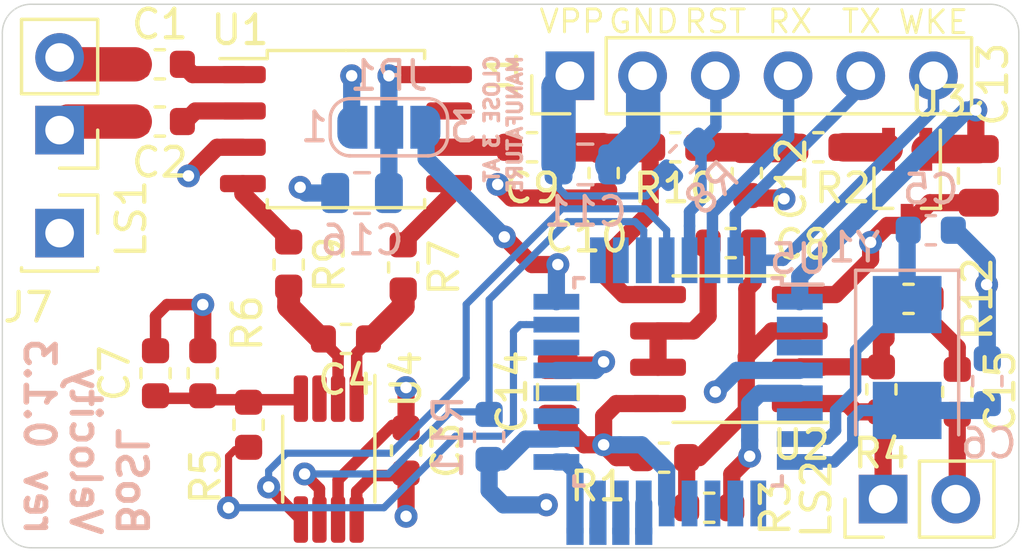
<source format=kicad_pcb>
(kicad_pcb (version 20171130) (host pcbnew "(5.1.5)-3")

  (general
    (thickness 1.6)
    (drawings 17)
    (tracks 255)
    (zones 0)
    (modules 43)
    (nets 52)
  )

  (page A4)
  (layers
    (0 F.Cu signal)
    (1 In1.Cu power)
    (2 In2.Cu power)
    (31 B.Cu signal)
    (32 B.Adhes user)
    (33 F.Adhes user)
    (34 B.Paste user)
    (35 F.Paste user)
    (36 B.SilkS user)
    (37 F.SilkS user)
    (38 B.Mask user)
    (39 F.Mask user)
    (40 Dwgs.User user)
    (41 Cmts.User user)
    (42 Eco1.User user)
    (43 Eco2.User user)
    (44 Edge.Cuts user)
    (45 Margin user)
    (46 B.CrtYd user)
    (47 F.CrtYd user)
    (48 B.Fab user hide)
    (49 F.Fab user hide)
  )

  (setup
    (last_trace_width 0.6)
    (user_trace_width 0.4)
    (user_trace_width 0.6)
    (user_trace_width 0.8)
    (user_trace_width 1)
    (user_trace_width 1.2)
    (user_trace_width 1.6)
    (user_trace_width 2.4)
    (trace_clearance 0.2)
    (zone_clearance 0.508)
    (zone_45_only no)
    (trace_min 0.2)
    (via_size 0.8)
    (via_drill 0.4)
    (via_min_size 0.4)
    (via_min_drill 0.3)
    (uvia_size 0.3)
    (uvia_drill 0.1)
    (uvias_allowed no)
    (uvia_min_size 0.2)
    (uvia_min_drill 0.1)
    (edge_width 0.05)
    (segment_width 0.2)
    (pcb_text_width 0.3)
    (pcb_text_size 1.5 1.5)
    (mod_edge_width 0.12)
    (mod_text_size 1 1)
    (mod_text_width 0.15)
    (pad_size 1.05 0.95)
    (pad_drill 0)
    (pad_to_mask_clearance 0.051)
    (solder_mask_min_width 0.25)
    (aux_axis_origin 0 0)
    (visible_elements 7FFFFFFF)
    (pcbplotparams
      (layerselection 0x010fc_ffffffff)
      (usegerberextensions false)
      (usegerberattributes false)
      (usegerberadvancedattributes false)
      (creategerberjobfile false)
      (excludeedgelayer true)
      (linewidth 0.100000)
      (plotframeref false)
      (viasonmask false)
      (mode 1)
      (useauxorigin false)
      (hpglpennumber 1)
      (hpglpenspeed 20)
      (hpglpendiameter 15.000000)
      (psnegative false)
      (psa4output false)
      (plotreference true)
      (plotvalue true)
      (plotinvisibletext false)
      (padsonsilk false)
      (subtractmaskfromsilk false)
      (outputformat 1)
      (mirror false)
      (drillshape 0)
      (scaleselection 1)
      (outputdirectory "Production/"))
  )

  (net 0 "")
  (net 1 GND)
  (net 2 VPP)
  (net 3 "Net-(C4-Pad1)")
  (net 4 "Net-(C4-Pad2)")
  (net 5 "Net-(U4-Pad3)")
  (net 6 "Net-(C1-Pad1)")
  (net 7 "Net-(C1-Pad2)")
  (net 8 "Net-(C2-Pad2)")
  (net 9 "Net-(C2-Pad1)")
  (net 10 Driver_Wave)
  (net 11 "Net-(C9-Pad2)")
  (net 12 "Net-(C12-Pad1)")
  (net 13 "Net-(LS2-Pad1)")
  (net 14 "Net-(U1-Pad7)")
  (net 15 "Net-(R7-Pad1)")
  (net 16 "Net-(R9-Pad1)")
  (net 17 "Net-(R2-Pad1)")
  (net 18 "Net-(C5-Pad2)")
  (net 19 "Net-(C6-Pad1)")
  (net 20 VCLOCK)
  (net 21 VOPAMP)
  (net 22 SDA)
  (net 23 SCL)
  (net 24 TTL_TX)
  (net 25 TTL_RX)
  (net 26 "Net-(U5-Pad26)")
  (net 27 "Net-(U5-Pad25)")
  (net 28 "Net-(U5-Pad22)")
  (net 29 "Net-(U5-Pad20)")
  (net 30 "Net-(U5-Pad19)")
  (net 31 "Net-(U5-Pad12)")
  (net 32 "Net-(U5-Pad6)")
  (net 33 "Net-(U5-Pad3)")
  (net 34 TTL_RST)
  (net 35 "Net-(U5-Pad2)")
  (net 36 "Net-(U5-Pad11)")
  (net 37 "Net-(U5-Pad9)")
  (net 38 "Net-(U5-Pad10)")
  (net 39 SS)
  (net 40 MOSI)
  (net 41 MISO)
  (net 42 SCLK)
  (net 43 TLL_WAKE)
  (net 44 VREF)
  (net 45 "Net-(C7-Pad1)")
  (net 46 "Net-(C8-Pad2)")
  (net 47 "Net-(R12-Pad2)")
  (net 48 "Net-(C15-Pad2)")
  (net 49 "Net-(C8-Pad1)")
  (net 50 VHET)
  (net 51 "Net-(C16-Pad2)")

  (net_class Default "This is the default net class."
    (clearance 0.2)
    (trace_width 0.25)
    (via_dia 0.8)
    (via_drill 0.4)
    (uvia_dia 0.3)
    (uvia_drill 0.1)
    (add_net Driver_Wave)
    (add_net GND)
    (add_net MISO)
    (add_net MOSI)
    (add_net "Net-(C1-Pad1)")
    (add_net "Net-(C1-Pad2)")
    (add_net "Net-(C12-Pad1)")
    (add_net "Net-(C15-Pad2)")
    (add_net "Net-(C16-Pad2)")
    (add_net "Net-(C2-Pad1)")
    (add_net "Net-(C2-Pad2)")
    (add_net "Net-(C4-Pad1)")
    (add_net "Net-(C4-Pad2)")
    (add_net "Net-(C5-Pad2)")
    (add_net "Net-(C6-Pad1)")
    (add_net "Net-(C7-Pad1)")
    (add_net "Net-(C8-Pad1)")
    (add_net "Net-(C8-Pad2)")
    (add_net "Net-(C9-Pad2)")
    (add_net "Net-(LS2-Pad1)")
    (add_net "Net-(R12-Pad2)")
    (add_net "Net-(R2-Pad1)")
    (add_net "Net-(R7-Pad1)")
    (add_net "Net-(R9-Pad1)")
    (add_net "Net-(U1-Pad7)")
    (add_net "Net-(U4-Pad3)")
    (add_net "Net-(U5-Pad10)")
    (add_net "Net-(U5-Pad11)")
    (add_net "Net-(U5-Pad12)")
    (add_net "Net-(U5-Pad19)")
    (add_net "Net-(U5-Pad2)")
    (add_net "Net-(U5-Pad20)")
    (add_net "Net-(U5-Pad22)")
    (add_net "Net-(U5-Pad25)")
    (add_net "Net-(U5-Pad26)")
    (add_net "Net-(U5-Pad3)")
    (add_net "Net-(U5-Pad6)")
    (add_net "Net-(U5-Pad9)")
    (add_net SCL)
    (add_net SCLK)
    (add_net SDA)
    (add_net SS)
    (add_net TLL_WAKE)
    (add_net TTL_RST)
    (add_net TTL_RX)
    (add_net TTL_TX)
    (add_net VCLOCK)
    (add_net VHET)
    (add_net VOPAMP)
    (add_net VPP)
    (add_net VREF)
  )

  (module Capacitor_SMD:C_0805_2012Metric (layer B.Cu) (tedit 5B36C52B) (tstamp 5EFD523E)
    (at 116.0625 53.6)
    (descr "Capacitor SMD 0805 (2012 Metric), square (rectangular) end terminal, IPC_7351 nominal, (Body size source: https://docs.google.com/spreadsheets/d/1BsfQQcO9C6DZCsRaXUlFlo91Tg2WpOkGARC1WS5S8t0/edit?usp=sharing), generated with kicad-footprint-generator")
    (tags capacitor)
    (path /5EFDDB64)
    (attr smd)
    (fp_text reference C16 (at 0 1.65) (layer B.SilkS)
      (effects (font (size 1 1) (thickness 0.15)) (justify mirror))
    )
    (fp_text value "3.3 μF" (at 0 -1.65) (layer B.Fab)
      (effects (font (size 1 1) (thickness 0.15)) (justify mirror))
    )
    (fp_text user %R (at 0 0) (layer B.Fab)
      (effects (font (size 0.5 0.5) (thickness 0.08)) (justify mirror))
    )
    (fp_line (start 1.68 -0.95) (end -1.68 -0.95) (layer B.CrtYd) (width 0.05))
    (fp_line (start 1.68 0.95) (end 1.68 -0.95) (layer B.CrtYd) (width 0.05))
    (fp_line (start -1.68 0.95) (end 1.68 0.95) (layer B.CrtYd) (width 0.05))
    (fp_line (start -1.68 -0.95) (end -1.68 0.95) (layer B.CrtYd) (width 0.05))
    (fp_line (start -0.258578 -0.71) (end 0.258578 -0.71) (layer B.SilkS) (width 0.12))
    (fp_line (start -0.258578 0.71) (end 0.258578 0.71) (layer B.SilkS) (width 0.12))
    (fp_line (start 1 -0.6) (end -1 -0.6) (layer B.Fab) (width 0.1))
    (fp_line (start 1 0.6) (end 1 -0.6) (layer B.Fab) (width 0.1))
    (fp_line (start -1 0.6) (end 1 0.6) (layer B.Fab) (width 0.1))
    (fp_line (start -1 -0.6) (end -1 0.6) (layer B.Fab) (width 0.1))
    (pad 2 smd roundrect (at 0.9375 0) (size 0.975 1.4) (layers B.Cu B.Paste B.Mask) (roundrect_rratio 0.25)
      (net 51 "Net-(C16-Pad2)"))
    (pad 1 smd roundrect (at -0.9375 0) (size 0.975 1.4) (layers B.Cu B.Paste B.Mask) (roundrect_rratio 0.25)
      (net 1 GND))
    (model ${KISYS3DMOD}/Capacitor_SMD.3dshapes/C_0805_2012Metric.wrl
      (at (xyz 0 0 0))
      (scale (xyz 1 1 1))
      (rotate (xyz 0 0 0))
    )
  )

  (module Jumper:SolderJumper-3_P1.3mm_Open_RoundedPad1.0x1.5mm_NumberLabels (layer B.Cu) (tedit 5B391ED1) (tstamp 5EFD41F0)
    (at 117 51.3)
    (descr "SMD Solder 3-pad Jumper, 1x1.5mm rounded Pads, 0.3mm gap, open, labeled with numbers")
    (tags "solder jumper open")
    (path /5EFD5DCC)
    (attr virtual)
    (fp_text reference JP1 (at 0 -1.8) (layer B.SilkS)
      (effects (font (size 1 1) (thickness 0.15)) (justify mirror))
    )
    (fp_text value SolderJumper_3_Open (at 0 -1.9) (layer B.Fab)
      (effects (font (size 1 1) (thickness 0.15)) (justify mirror))
    )
    (fp_arc (start -1.35 0.3) (end -1.35 1) (angle 90) (layer B.SilkS) (width 0.12))
    (fp_arc (start -1.35 -0.3) (end -2.05 -0.3) (angle 90) (layer B.SilkS) (width 0.12))
    (fp_arc (start 1.35 -0.3) (end 1.35 -1) (angle 90) (layer B.SilkS) (width 0.12))
    (fp_arc (start 1.35 0.3) (end 2.05 0.3) (angle 90) (layer B.SilkS) (width 0.12))
    (fp_line (start 2.3 -1.25) (end -2.3 -1.25) (layer B.CrtYd) (width 0.05))
    (fp_line (start 2.3 -1.25) (end 2.3 1.25) (layer B.CrtYd) (width 0.05))
    (fp_line (start -2.3 1.25) (end -2.3 -1.25) (layer B.CrtYd) (width 0.05))
    (fp_line (start -2.3 1.25) (end 2.3 1.25) (layer B.CrtYd) (width 0.05))
    (fp_line (start -1.4 1) (end 1.4 1) (layer B.SilkS) (width 0.12))
    (fp_line (start 2.05 0.3) (end 2.05 -0.3) (layer B.SilkS) (width 0.12))
    (fp_line (start 1.4 -1) (end -1.4 -1) (layer B.SilkS) (width 0.12))
    (fp_line (start -2.05 -0.3) (end -2.05 0.3) (layer B.SilkS) (width 0.12))
    (fp_text user 1 (at -2.6 0) (layer B.SilkS)
      (effects (font (size 1 1) (thickness 0.15)) (justify mirror))
    )
    (fp_text user 3 (at 2.6 0) (layer B.SilkS)
      (effects (font (size 1 1) (thickness 0.15)) (justify mirror))
    )
    (pad 2 smd rect (at 0 0) (size 1 1.5) (layers B.Cu B.Mask)
      (net 51 "Net-(C16-Pad2)"))
    (pad 3 smd custom (at 1.3 0) (size 1 0.5) (layers B.Cu B.Mask)
      (net 50 VHET) (zone_connect 2)
      (options (clearance outline) (anchor rect))
      (primitives
        (gr_circle (center 0 -0.25) (end 0.5 -0.25) (width 0))
        (gr_circle (center 0 0.25) (end 0.5 0.25) (width 0))
        (gr_poly (pts
           (xy -0.55 0.75) (xy 0 0.75) (xy 0 -0.75) (xy -0.55 -0.75)) (width 0))
      ))
    (pad 1 smd custom (at -1.3 0) (size 1 0.5) (layers B.Cu B.Mask)
      (net 2 VPP) (zone_connect 2)
      (options (clearance outline) (anchor rect))
      (primitives
        (gr_circle (center 0 -0.25) (end 0.5 -0.25) (width 0))
        (gr_circle (center 0 0.25) (end 0.5 0.25) (width 0))
        (gr_poly (pts
           (xy 0.55 0.75) (xy 0 0.75) (xy 0 -0.75) (xy 0.55 -0.75)) (width 0))
      ))
  )

  (module Resistor_SMD:R_0603_1608Metric (layer F.Cu) (tedit 5B301BBD) (tstamp 5ED8E6EF)
    (at 135.15 57.3 180)
    (descr "Resistor SMD 0603 (1608 Metric), square (rectangular) end terminal, IPC_7351 nominal, (Body size source: http://www.tortai-tech.com/upload/download/2011102023233369053.pdf), generated with kicad-footprint-generator")
    (tags resistor)
    (path /5ED97019)
    (attr smd)
    (fp_text reference R12 (at -2.4 0 90) (layer F.SilkS)
      (effects (font (size 1 1) (thickness 0.15)))
    )
    (fp_text value "1 kΩ" (at 0 1.43) (layer F.Fab)
      (effects (font (size 1 1) (thickness 0.15)))
    )
    (fp_text user %R (at 0 0) (layer F.Fab)
      (effects (font (size 0.4 0.4) (thickness 0.06)))
    )
    (fp_line (start 1.48 0.73) (end -1.48 0.73) (layer F.CrtYd) (width 0.05))
    (fp_line (start 1.48 -0.73) (end 1.48 0.73) (layer F.CrtYd) (width 0.05))
    (fp_line (start -1.48 -0.73) (end 1.48 -0.73) (layer F.CrtYd) (width 0.05))
    (fp_line (start -1.48 0.73) (end -1.48 -0.73) (layer F.CrtYd) (width 0.05))
    (fp_line (start -0.162779 0.51) (end 0.162779 0.51) (layer F.SilkS) (width 0.12))
    (fp_line (start -0.162779 -0.51) (end 0.162779 -0.51) (layer F.SilkS) (width 0.12))
    (fp_line (start 0.8 0.4) (end -0.8 0.4) (layer F.Fab) (width 0.1))
    (fp_line (start 0.8 -0.4) (end 0.8 0.4) (layer F.Fab) (width 0.1))
    (fp_line (start -0.8 -0.4) (end 0.8 -0.4) (layer F.Fab) (width 0.1))
    (fp_line (start -0.8 0.4) (end -0.8 -0.4) (layer F.Fab) (width 0.1))
    (pad 2 smd roundrect (at 0.7875 0 180) (size 0.875 0.95) (layers F.Cu F.Paste F.Mask) (roundrect_rratio 0.25)
      (net 47 "Net-(R12-Pad2)"))
    (pad 1 smd roundrect (at -0.7875 0 180) (size 0.875 0.95) (layers F.Cu F.Paste F.Mask) (roundrect_rratio 0.25)
      (net 48 "Net-(C15-Pad2)"))
    (model ${KISYS3DMOD}/Resistor_SMD.3dshapes/R_0603_1608Metric.wrl
      (at (xyz 0 0 0))
      (scale (xyz 1 1 1))
      (rotate (xyz 0 0 0))
    )
  )

  (module Resistor_SMD:R_0603_1608Metric (layer B.Cu) (tedit 5B301BBD) (tstamp 5E45D282)
    (at 120.5 62.125 270)
    (descr "Resistor SMD 0603 (1608 Metric), square (rectangular) end terminal, IPC_7351 nominal, (Body size source: http://www.tortai-tech.com/upload/download/2011102023233369053.pdf), generated with kicad-footprint-generator")
    (tags resistor)
    (path /5E4382A8)
    (attr smd)
    (fp_text reference R11 (at 0 1.43 90) (layer B.SilkS)
      (effects (font (size 1 1) (thickness 0.15)) (justify mirror))
    )
    (fp_text value "10 kΩ" (at 0 -1.43 90) (layer B.Fab)
      (effects (font (size 1 1) (thickness 0.15)) (justify mirror))
    )
    (fp_text user %R (at 0 0 90) (layer B.Fab)
      (effects (font (size 0.4 0.4) (thickness 0.06)) (justify mirror))
    )
    (fp_line (start 1.48 -0.73) (end -1.48 -0.73) (layer B.CrtYd) (width 0.05))
    (fp_line (start 1.48 0.73) (end 1.48 -0.73) (layer B.CrtYd) (width 0.05))
    (fp_line (start -1.48 0.73) (end 1.48 0.73) (layer B.CrtYd) (width 0.05))
    (fp_line (start -1.48 -0.73) (end -1.48 0.73) (layer B.CrtYd) (width 0.05))
    (fp_line (start -0.162779 -0.51) (end 0.162779 -0.51) (layer B.SilkS) (width 0.12))
    (fp_line (start -0.162779 0.51) (end 0.162779 0.51) (layer B.SilkS) (width 0.12))
    (fp_line (start 0.8 -0.4) (end -0.8 -0.4) (layer B.Fab) (width 0.1))
    (fp_line (start 0.8 0.4) (end 0.8 -0.4) (layer B.Fab) (width 0.1))
    (fp_line (start -0.8 0.4) (end 0.8 0.4) (layer B.Fab) (width 0.1))
    (fp_line (start -0.8 -0.4) (end -0.8 0.4) (layer B.Fab) (width 0.1))
    (pad 2 smd roundrect (at 0.7875 0 270) (size 0.875 0.95) (layers B.Cu B.Paste B.Mask) (roundrect_rratio 0.25)
      (net 2 VPP))
    (pad 1 smd roundrect (at -0.7875 0 270) (size 0.875 0.95) (layers B.Cu B.Paste B.Mask) (roundrect_rratio 0.25)
      (net 22 SDA))
    (model ${KISYS3DMOD}/Resistor_SMD.3dshapes/R_0603_1608Metric.wrl
      (at (xyz 0 0 0))
      (scale (xyz 1 1 1))
      (rotate (xyz 0 0 0))
    )
  )

  (module Resistor_SMD:R_0603_1608Metric (layer F.Cu) (tedit 5B301BBD) (tstamp 5E45D271)
    (at 127 52 180)
    (descr "Resistor SMD 0603 (1608 Metric), square (rectangular) end terminal, IPC_7351 nominal, (Body size source: http://www.tortai-tech.com/upload/download/2011102023233369053.pdf), generated with kicad-footprint-generator")
    (tags resistor)
    (path /5DEEC06C)
    (attr smd)
    (fp_text reference R10 (at 0 -1.43) (layer F.SilkS)
      (effects (font (size 1 1) (thickness 0.15)))
    )
    (fp_text value "1 kΩ" (at 0 1.43) (layer F.Fab)
      (effects (font (size 1 1) (thickness 0.15)))
    )
    (fp_text user %R (at 0 0) (layer F.Fab)
      (effects (font (size 0.4 0.4) (thickness 0.06)))
    )
    (fp_line (start 1.48 0.73) (end -1.48 0.73) (layer F.CrtYd) (width 0.05))
    (fp_line (start 1.48 -0.73) (end 1.48 0.73) (layer F.CrtYd) (width 0.05))
    (fp_line (start -1.48 -0.73) (end 1.48 -0.73) (layer F.CrtYd) (width 0.05))
    (fp_line (start -1.48 0.73) (end -1.48 -0.73) (layer F.CrtYd) (width 0.05))
    (fp_line (start -0.162779 0.51) (end 0.162779 0.51) (layer F.SilkS) (width 0.12))
    (fp_line (start -0.162779 -0.51) (end 0.162779 -0.51) (layer F.SilkS) (width 0.12))
    (fp_line (start 0.8 0.4) (end -0.8 0.4) (layer F.Fab) (width 0.1))
    (fp_line (start 0.8 -0.4) (end 0.8 0.4) (layer F.Fab) (width 0.1))
    (fp_line (start -0.8 -0.4) (end 0.8 -0.4) (layer F.Fab) (width 0.1))
    (fp_line (start -0.8 0.4) (end -0.8 -0.4) (layer F.Fab) (width 0.1))
    (pad 2 smd roundrect (at 0.7875 0 180) (size 0.875 0.95) (layers F.Cu F.Paste F.Mask) (roundrect_rratio 0.25)
      (net 10 Driver_Wave))
    (pad 1 smd roundrect (at -0.7875 0 180) (size 0.875 0.95) (layers F.Cu F.Paste F.Mask) (roundrect_rratio 0.25)
      (net 12 "Net-(C12-Pad1)"))
    (model ${KISYS3DMOD}/Resistor_SMD.3dshapes/R_0603_1608Metric.wrl
      (at (xyz 0 0 0))
      (scale (xyz 1 1 1))
      (rotate (xyz 0 0 0))
    )
  )

  (module Resistor_SMD:R_0603_1608Metric (layer F.Cu) (tedit 5B301BBD) (tstamp 5E45D260)
    (at 113.5 56.1 270)
    (descr "Resistor SMD 0603 (1608 Metric), square (rectangular) end terminal, IPC_7351 nominal, (Body size source: http://www.tortai-tech.com/upload/download/2011102023233369053.pdf), generated with kicad-footprint-generator")
    (tags resistor)
    (path /5E38B726)
    (attr smd)
    (fp_text reference R9 (at 0 -1.43 90) (layer F.SilkS)
      (effects (font (size 1 1) (thickness 0.15)))
    )
    (fp_text value "330 Ω" (at 0 1.43 90) (layer F.Fab)
      (effects (font (size 1 1) (thickness 0.15)))
    )
    (fp_text user %R (at 0 0 90) (layer F.Fab)
      (effects (font (size 0.4 0.4) (thickness 0.06)))
    )
    (fp_line (start 1.48 0.73) (end -1.48 0.73) (layer F.CrtYd) (width 0.05))
    (fp_line (start 1.48 -0.73) (end 1.48 0.73) (layer F.CrtYd) (width 0.05))
    (fp_line (start -1.48 -0.73) (end 1.48 -0.73) (layer F.CrtYd) (width 0.05))
    (fp_line (start -1.48 0.73) (end -1.48 -0.73) (layer F.CrtYd) (width 0.05))
    (fp_line (start -0.162779 0.51) (end 0.162779 0.51) (layer F.SilkS) (width 0.12))
    (fp_line (start -0.162779 -0.51) (end 0.162779 -0.51) (layer F.SilkS) (width 0.12))
    (fp_line (start 0.8 0.4) (end -0.8 0.4) (layer F.Fab) (width 0.1))
    (fp_line (start 0.8 -0.4) (end 0.8 0.4) (layer F.Fab) (width 0.1))
    (fp_line (start -0.8 -0.4) (end 0.8 -0.4) (layer F.Fab) (width 0.1))
    (fp_line (start -0.8 0.4) (end -0.8 -0.4) (layer F.Fab) (width 0.1))
    (pad 2 smd roundrect (at 0.7875 0 270) (size 0.875 0.95) (layers F.Cu F.Paste F.Mask) (roundrect_rratio 0.25)
      (net 4 "Net-(C4-Pad2)"))
    (pad 1 smd roundrect (at -0.7875 0 270) (size 0.875 0.95) (layers F.Cu F.Paste F.Mask) (roundrect_rratio 0.25)
      (net 16 "Net-(R9-Pad1)"))
    (model ${KISYS3DMOD}/Resistor_SMD.3dshapes/R_0603_1608Metric.wrl
      (at (xyz 0 0 0))
      (scale (xyz 1 1 1))
      (rotate (xyz 0 0 0))
    )
  )

  (module Resistor_SMD:R_0603_1608Metric (layer B.Cu) (tedit 5B301BBD) (tstamp 5E46D911)
    (at 127.281282 52.418718 45)
    (descr "Resistor SMD 0603 (1608 Metric), square (rectangular) end terminal, IPC_7351 nominal, (Body size source: http://www.tortai-tech.com/upload/download/2011102023233369053.pdf), generated with kicad-footprint-generator")
    (tags resistor)
    (path /5E46438F)
    (attr smd)
    (fp_text reference R8 (at 0 1.43 45) (layer B.SilkS)
      (effects (font (size 1 1) (thickness 0.15)) (justify mirror))
    )
    (fp_text value "10 kΩ" (at 0 -1.43 45) (layer B.Fab)
      (effects (font (size 1 1) (thickness 0.15)) (justify mirror))
    )
    (fp_text user %R (at 0 0 45) (layer B.Fab)
      (effects (font (size 0.4 0.4) (thickness 0.06)) (justify mirror))
    )
    (fp_line (start 1.48 -0.73) (end -1.48 -0.73) (layer B.CrtYd) (width 0.05))
    (fp_line (start 1.48 0.73) (end 1.48 -0.73) (layer B.CrtYd) (width 0.05))
    (fp_line (start -1.48 0.73) (end 1.48 0.73) (layer B.CrtYd) (width 0.05))
    (fp_line (start -1.48 -0.73) (end -1.48 0.73) (layer B.CrtYd) (width 0.05))
    (fp_line (start -0.162779 -0.51) (end 0.162779 -0.51) (layer B.SilkS) (width 0.12))
    (fp_line (start -0.162779 0.51) (end 0.162779 0.51) (layer B.SilkS) (width 0.12))
    (fp_line (start 0.8 -0.4) (end -0.8 -0.4) (layer B.Fab) (width 0.1))
    (fp_line (start 0.8 0.4) (end 0.8 -0.4) (layer B.Fab) (width 0.1))
    (fp_line (start -0.8 0.4) (end 0.8 0.4) (layer B.Fab) (width 0.1))
    (fp_line (start -0.8 -0.4) (end -0.8 0.4) (layer B.Fab) (width 0.1))
    (pad 2 smd roundrect (at 0.7875 0 45) (size 0.875 0.95) (layers B.Cu B.Paste B.Mask) (roundrect_rratio 0.25)
      (net 34 TTL_RST))
    (pad 1 smd roundrect (at -0.7875 0 45) (size 0.875 0.95) (layers B.Cu B.Paste B.Mask) (roundrect_rratio 0.25)
      (net 2 VPP))
    (model ${KISYS3DMOD}/Resistor_SMD.3dshapes/R_0603_1608Metric.wrl
      (at (xyz 0 0 0))
      (scale (xyz 1 1 1))
      (rotate (xyz 0 0 0))
    )
  )

  (module Resistor_SMD:R_0603_1608Metric (layer F.Cu) (tedit 5B301BBD) (tstamp 5E45D23E)
    (at 117.5 56.2 270)
    (descr "Resistor SMD 0603 (1608 Metric), square (rectangular) end terminal, IPC_7351 nominal, (Body size source: http://www.tortai-tech.com/upload/download/2011102023233369053.pdf), generated with kicad-footprint-generator")
    (tags resistor)
    (path /5E45C221)
    (attr smd)
    (fp_text reference R7 (at 0 -1.43 90) (layer F.SilkS)
      (effects (font (size 1 1) (thickness 0.15)))
    )
    (fp_text value "330 Ω" (at 0 1.43 90) (layer F.Fab)
      (effects (font (size 1 1) (thickness 0.15)))
    )
    (fp_text user %R (at 0 0 90) (layer F.Fab)
      (effects (font (size 0.4 0.4) (thickness 0.06)))
    )
    (fp_line (start 1.48 0.73) (end -1.48 0.73) (layer F.CrtYd) (width 0.05))
    (fp_line (start 1.48 -0.73) (end 1.48 0.73) (layer F.CrtYd) (width 0.05))
    (fp_line (start -1.48 -0.73) (end 1.48 -0.73) (layer F.CrtYd) (width 0.05))
    (fp_line (start -1.48 0.73) (end -1.48 -0.73) (layer F.CrtYd) (width 0.05))
    (fp_line (start -0.162779 0.51) (end 0.162779 0.51) (layer F.SilkS) (width 0.12))
    (fp_line (start -0.162779 -0.51) (end 0.162779 -0.51) (layer F.SilkS) (width 0.12))
    (fp_line (start 0.8 0.4) (end -0.8 0.4) (layer F.Fab) (width 0.1))
    (fp_line (start 0.8 -0.4) (end 0.8 0.4) (layer F.Fab) (width 0.1))
    (fp_line (start -0.8 -0.4) (end 0.8 -0.4) (layer F.Fab) (width 0.1))
    (fp_line (start -0.8 0.4) (end -0.8 -0.4) (layer F.Fab) (width 0.1))
    (pad 2 smd roundrect (at 0.7875 0 270) (size 0.875 0.95) (layers F.Cu F.Paste F.Mask) (roundrect_rratio 0.25)
      (net 3 "Net-(C4-Pad1)"))
    (pad 1 smd roundrect (at -0.7875 0 270) (size 0.875 0.95) (layers F.Cu F.Paste F.Mask) (roundrect_rratio 0.25)
      (net 15 "Net-(R7-Pad1)"))
    (model ${KISYS3DMOD}/Resistor_SMD.3dshapes/R_0603_1608Metric.wrl
      (at (xyz 0 0 0))
      (scale (xyz 1 1 1))
      (rotate (xyz 0 0 0))
    )
  )

  (module Resistor_SMD:R_0603_1608Metric (layer F.Cu) (tedit 5B301BBD) (tstamp 5E45D22D)
    (at 110.5 59.9 90)
    (descr "Resistor SMD 0603 (1608 Metric), square (rectangular) end terminal, IPC_7351 nominal, (Body size source: http://www.tortai-tech.com/upload/download/2011102023233369053.pdf), generated with kicad-footprint-generator")
    (tags resistor)
    (path /5E436A94)
    (attr smd)
    (fp_text reference R6 (at 1.75 1.55 270) (layer F.SilkS)
      (effects (font (size 1 1) (thickness 0.15)))
    )
    (fp_text value "1 kΩ" (at 0 1.43 90) (layer F.Fab)
      (effects (font (size 1 1) (thickness 0.15)))
    )
    (fp_text user %R (at 0 0 90) (layer F.Fab)
      (effects (font (size 0.4 0.4) (thickness 0.06)))
    )
    (fp_line (start 1.48 0.73) (end -1.48 0.73) (layer F.CrtYd) (width 0.05))
    (fp_line (start 1.48 -0.73) (end 1.48 0.73) (layer F.CrtYd) (width 0.05))
    (fp_line (start -1.48 -0.73) (end 1.48 -0.73) (layer F.CrtYd) (width 0.05))
    (fp_line (start -1.48 0.73) (end -1.48 -0.73) (layer F.CrtYd) (width 0.05))
    (fp_line (start -0.162779 0.51) (end 0.162779 0.51) (layer F.SilkS) (width 0.12))
    (fp_line (start -0.162779 -0.51) (end 0.162779 -0.51) (layer F.SilkS) (width 0.12))
    (fp_line (start 0.8 0.4) (end -0.8 0.4) (layer F.Fab) (width 0.1))
    (fp_line (start 0.8 -0.4) (end 0.8 0.4) (layer F.Fab) (width 0.1))
    (fp_line (start -0.8 -0.4) (end 0.8 -0.4) (layer F.Fab) (width 0.1))
    (fp_line (start -0.8 0.4) (end -0.8 -0.4) (layer F.Fab) (width 0.1))
    (pad 2 smd roundrect (at 0.7875 0 90) (size 0.875 0.95) (layers F.Cu F.Paste F.Mask) (roundrect_rratio 0.25)
      (net 1 GND))
    (pad 1 smd roundrect (at -0.7875 0 90) (size 0.875 0.95) (layers F.Cu F.Paste F.Mask) (roundrect_rratio 0.25)
      (net 45 "Net-(C7-Pad1)"))
    (model ${KISYS3DMOD}/Resistor_SMD.3dshapes/R_0603_1608Metric.wrl
      (at (xyz 0 0 0))
      (scale (xyz 1 1 1))
      (rotate (xyz 0 0 0))
    )
  )

  (module Resistor_SMD:R_0603_1608Metric (layer F.Cu) (tedit 5B301BBD) (tstamp 5E45D21C)
    (at 112.1 61.7 90)
    (descr "Resistor SMD 0603 (1608 Metric), square (rectangular) end terminal, IPC_7351 nominal, (Body size source: http://www.tortai-tech.com/upload/download/2011102023233369053.pdf), generated with kicad-footprint-generator")
    (tags resistor)
    (path /5E436F78)
    (attr smd)
    (fp_text reference R5 (at -1.8 -1.5 90) (layer F.SilkS)
      (effects (font (size 1 1) (thickness 0.15)))
    )
    (fp_text value "10 kΩ" (at 0 1.43 90) (layer F.Fab)
      (effects (font (size 1 1) (thickness 0.15)))
    )
    (fp_text user %R (at 0 0 90) (layer F.Fab)
      (effects (font (size 0.4 0.4) (thickness 0.06)))
    )
    (fp_line (start 1.48 0.73) (end -1.48 0.73) (layer F.CrtYd) (width 0.05))
    (fp_line (start 1.48 -0.73) (end 1.48 0.73) (layer F.CrtYd) (width 0.05))
    (fp_line (start -1.48 -0.73) (end 1.48 -0.73) (layer F.CrtYd) (width 0.05))
    (fp_line (start -1.48 0.73) (end -1.48 -0.73) (layer F.CrtYd) (width 0.05))
    (fp_line (start -0.162779 0.51) (end 0.162779 0.51) (layer F.SilkS) (width 0.12))
    (fp_line (start -0.162779 -0.51) (end 0.162779 -0.51) (layer F.SilkS) (width 0.12))
    (fp_line (start 0.8 0.4) (end -0.8 0.4) (layer F.Fab) (width 0.1))
    (fp_line (start 0.8 -0.4) (end 0.8 0.4) (layer F.Fab) (width 0.1))
    (fp_line (start -0.8 -0.4) (end 0.8 -0.4) (layer F.Fab) (width 0.1))
    (fp_line (start -0.8 0.4) (end -0.8 -0.4) (layer F.Fab) (width 0.1))
    (pad 2 smd roundrect (at 0.7875 0 90) (size 0.875 0.95) (layers F.Cu F.Paste F.Mask) (roundrect_rratio 0.25)
      (net 45 "Net-(C7-Pad1)"))
    (pad 1 smd roundrect (at -0.7875 0 90) (size 0.875 0.95) (layers F.Cu F.Paste F.Mask) (roundrect_rratio 0.25)
      (net 44 VREF))
    (model ${KISYS3DMOD}/Resistor_SMD.3dshapes/R_0603_1608Metric.wrl
      (at (xyz 0 0 0))
      (scale (xyz 1 1 1))
      (rotate (xyz 0 0 0))
    )
  )

  (module Resistor_SMD:R_0603_1608Metric (layer F.Cu) (tedit 5B301BBD) (tstamp 5E45D20B)
    (at 134.2 60.4625 270)
    (descr "Resistor SMD 0603 (1608 Metric), square (rectangular) end terminal, IPC_7351 nominal, (Body size source: http://www.tortai-tech.com/upload/download/2011102023233369053.pdf), generated with kicad-footprint-generator")
    (tags resistor)
    (path /5E282544)
    (attr smd)
    (fp_text reference R4 (at 2.2375 0 180) (layer F.SilkS)
      (effects (font (size 1 1) (thickness 0.15)))
    )
    (fp_text value "12 kΩ" (at 0 1.43 90) (layer F.Fab)
      (effects (font (size 1 1) (thickness 0.15)))
    )
    (fp_text user %R (at 0 0 90) (layer F.Fab)
      (effects (font (size 0.4 0.4) (thickness 0.06)))
    )
    (fp_line (start 1.48 0.73) (end -1.48 0.73) (layer F.CrtYd) (width 0.05))
    (fp_line (start 1.48 -0.73) (end 1.48 0.73) (layer F.CrtYd) (width 0.05))
    (fp_line (start -1.48 -0.73) (end 1.48 -0.73) (layer F.CrtYd) (width 0.05))
    (fp_line (start -1.48 0.73) (end -1.48 -0.73) (layer F.CrtYd) (width 0.05))
    (fp_line (start -0.162779 0.51) (end 0.162779 0.51) (layer F.SilkS) (width 0.12))
    (fp_line (start -0.162779 -0.51) (end 0.162779 -0.51) (layer F.SilkS) (width 0.12))
    (fp_line (start 0.8 0.4) (end -0.8 0.4) (layer F.Fab) (width 0.1))
    (fp_line (start 0.8 -0.4) (end 0.8 0.4) (layer F.Fab) (width 0.1))
    (fp_line (start -0.8 -0.4) (end 0.8 -0.4) (layer F.Fab) (width 0.1))
    (fp_line (start -0.8 0.4) (end -0.8 -0.4) (layer F.Fab) (width 0.1))
    (pad 2 smd roundrect (at 0.7875 0 270) (size 0.875 0.95) (layers F.Cu F.Paste F.Mask) (roundrect_rratio 0.25)
      (net 13 "Net-(LS2-Pad1)"))
    (pad 1 smd roundrect (at -0.7875 0 270) (size 0.875 0.95) (layers F.Cu F.Paste F.Mask) (roundrect_rratio 0.25)
      (net 47 "Net-(R12-Pad2)"))
    (model ${KISYS3DMOD}/Resistor_SMD.3dshapes/R_0603_1608Metric.wrl
      (at (xyz 0 0 0))
      (scale (xyz 1 1 1))
      (rotate (xyz 0 0 0))
    )
  )

  (module Resistor_SMD:R_0603_1608Metric (layer F.Cu) (tedit 5B301BBD) (tstamp 5E468F46)
    (at 128.1875 64.6 180)
    (descr "Resistor SMD 0603 (1608 Metric), square (rectangular) end terminal, IPC_7351 nominal, (Body size source: http://www.tortai-tech.com/upload/download/2011102023233369053.pdf), generated with kicad-footprint-generator")
    (tags resistor)
    (path /5E286294)
    (attr smd)
    (fp_text reference R3 (at -2.3125 0 90) (layer F.SilkS)
      (effects (font (size 1 1) (thickness 0.15)))
    )
    (fp_text value "1 kΩ" (at 0 1.43) (layer F.Fab)
      (effects (font (size 1 1) (thickness 0.15)))
    )
    (fp_text user %R (at 0 0) (layer F.Fab)
      (effects (font (size 0.4 0.4) (thickness 0.06)))
    )
    (fp_line (start 1.48 0.73) (end -1.48 0.73) (layer F.CrtYd) (width 0.05))
    (fp_line (start 1.48 -0.73) (end 1.48 0.73) (layer F.CrtYd) (width 0.05))
    (fp_line (start -1.48 -0.73) (end 1.48 -0.73) (layer F.CrtYd) (width 0.05))
    (fp_line (start -1.48 0.73) (end -1.48 -0.73) (layer F.CrtYd) (width 0.05))
    (fp_line (start -0.162779 0.51) (end 0.162779 0.51) (layer F.SilkS) (width 0.12))
    (fp_line (start -0.162779 -0.51) (end 0.162779 -0.51) (layer F.SilkS) (width 0.12))
    (fp_line (start 0.8 0.4) (end -0.8 0.4) (layer F.Fab) (width 0.1))
    (fp_line (start 0.8 -0.4) (end 0.8 0.4) (layer F.Fab) (width 0.1))
    (fp_line (start -0.8 -0.4) (end 0.8 -0.4) (layer F.Fab) (width 0.1))
    (fp_line (start -0.8 0.4) (end -0.8 -0.4) (layer F.Fab) (width 0.1))
    (pad 2 smd roundrect (at 0.7875 0 180) (size 0.875 0.95) (layers F.Cu F.Paste F.Mask) (roundrect_rratio 0.25)
      (net 46 "Net-(C8-Pad2)"))
    (pad 1 smd roundrect (at -0.7875 0 180) (size 0.875 0.95) (layers F.Cu F.Paste F.Mask) (roundrect_rratio 0.25)
      (net 1 GND))
    (model ${KISYS3DMOD}/Resistor_SMD.3dshapes/R_0603_1608Metric.wrl
      (at (xyz 0 0 0))
      (scale (xyz 1 1 1))
      (rotate (xyz 0 0 0))
    )
  )

  (module Resistor_SMD:R_0603_1608Metric (layer F.Cu) (tedit 5B301BBD) (tstamp 5E45D1E9)
    (at 132 52 180)
    (descr "Resistor SMD 0603 (1608 Metric), square (rectangular) end terminal, IPC_7351 nominal, (Body size source: http://www.tortai-tech.com/upload/download/2011102023233369053.pdf), generated with kicad-footprint-generator")
    (tags resistor)
    (path /5DE786A6)
    (attr smd)
    (fp_text reference R2 (at -0.85 -1.43) (layer F.SilkS)
      (effects (font (size 1 1) (thickness 0.15)))
    )
    (fp_text value "3.3 kΩ" (at 0 1.43) (layer F.Fab)
      (effects (font (size 1 1) (thickness 0.15)))
    )
    (fp_text user %R (at 0 0) (layer F.Fab)
      (effects (font (size 0.4 0.4) (thickness 0.06)))
    )
    (fp_line (start 1.48 0.73) (end -1.48 0.73) (layer F.CrtYd) (width 0.05))
    (fp_line (start 1.48 -0.73) (end 1.48 0.73) (layer F.CrtYd) (width 0.05))
    (fp_line (start -1.48 -0.73) (end 1.48 -0.73) (layer F.CrtYd) (width 0.05))
    (fp_line (start -1.48 0.73) (end -1.48 -0.73) (layer F.CrtYd) (width 0.05))
    (fp_line (start -0.162779 0.51) (end 0.162779 0.51) (layer F.SilkS) (width 0.12))
    (fp_line (start -0.162779 -0.51) (end 0.162779 -0.51) (layer F.SilkS) (width 0.12))
    (fp_line (start 0.8 0.4) (end -0.8 0.4) (layer F.Fab) (width 0.1))
    (fp_line (start 0.8 -0.4) (end 0.8 0.4) (layer F.Fab) (width 0.1))
    (fp_line (start -0.8 -0.4) (end 0.8 -0.4) (layer F.Fab) (width 0.1))
    (fp_line (start -0.8 0.4) (end -0.8 -0.4) (layer F.Fab) (width 0.1))
    (pad 2 smd roundrect (at 0.7875 0 180) (size 0.875 0.95) (layers F.Cu F.Paste F.Mask) (roundrect_rratio 0.25)
      (net 12 "Net-(C12-Pad1)"))
    (pad 1 smd roundrect (at -0.7875 0 180) (size 0.875 0.95) (layers F.Cu F.Paste F.Mask) (roundrect_rratio 0.25)
      (net 17 "Net-(R2-Pad1)"))
    (model ${KISYS3DMOD}/Resistor_SMD.3dshapes/R_0603_1608Metric.wrl
      (at (xyz 0 0 0))
      (scale (xyz 1 1 1))
      (rotate (xyz 0 0 0))
    )
  )

  (module Resistor_SMD:R_0603_1608Metric (layer F.Cu) (tedit 5B301BBD) (tstamp 5E45D1D8)
    (at 126.6125 62.85)
    (descr "Resistor SMD 0603 (1608 Metric), square (rectangular) end terminal, IPC_7351 nominal, (Body size source: http://www.tortai-tech.com/upload/download/2011102023233369053.pdf), generated with kicad-footprint-generator")
    (tags resistor)
    (path /5E285F20)
    (attr smd)
    (fp_text reference R1 (at -2.3125 1) (layer F.SilkS)
      (effects (font (size 1 1) (thickness 0.15)))
    )
    (fp_text value "1 kΩ" (at 0 1.43) (layer F.Fab)
      (effects (font (size 1 1) (thickness 0.15)))
    )
    (fp_text user %R (at 0 0) (layer F.Fab)
      (effects (font (size 0.4 0.4) (thickness 0.06)))
    )
    (fp_line (start 1.48 0.73) (end -1.48 0.73) (layer F.CrtYd) (width 0.05))
    (fp_line (start 1.48 -0.73) (end 1.48 0.73) (layer F.CrtYd) (width 0.05))
    (fp_line (start -1.48 -0.73) (end 1.48 -0.73) (layer F.CrtYd) (width 0.05))
    (fp_line (start -1.48 0.73) (end -1.48 -0.73) (layer F.CrtYd) (width 0.05))
    (fp_line (start -0.162779 0.51) (end 0.162779 0.51) (layer F.SilkS) (width 0.12))
    (fp_line (start -0.162779 -0.51) (end 0.162779 -0.51) (layer F.SilkS) (width 0.12))
    (fp_line (start 0.8 0.4) (end -0.8 0.4) (layer F.Fab) (width 0.1))
    (fp_line (start 0.8 -0.4) (end 0.8 0.4) (layer F.Fab) (width 0.1))
    (fp_line (start -0.8 -0.4) (end 0.8 -0.4) (layer F.Fab) (width 0.1))
    (fp_line (start -0.8 0.4) (end -0.8 -0.4) (layer F.Fab) (width 0.1))
    (pad 2 smd roundrect (at 0.7875 0) (size 0.875 0.95) (layers F.Cu F.Paste F.Mask) (roundrect_rratio 0.25)
      (net 46 "Net-(C8-Pad2)"))
    (pad 1 smd roundrect (at -0.7875 0) (size 0.875 0.95) (layers F.Cu F.Paste F.Mask) (roundrect_rratio 0.25)
      (net 21 VOPAMP))
    (model ${KISYS3DMOD}/Resistor_SMD.3dshapes/R_0603_1608Metric.wrl
      (at (xyz 0 0 0))
      (scale (xyz 1 1 1))
      (rotate (xyz 0 0 0))
    )
  )

  (module Capacitor_SMD:C_0603_1608Metric (layer F.Cu) (tedit 5B301BBE) (tstamp 5ED983D6)
    (at 136.85 60.55 90)
    (descr "Capacitor SMD 0603 (1608 Metric), square (rectangular) end terminal, IPC_7351 nominal, (Body size source: http://www.tortai-tech.com/upload/download/2011102023233369053.pdf), generated with kicad-footprint-generator")
    (tags capacitor)
    (path /5ED9732D)
    (attr smd)
    (fp_text reference C15 (at 0 1.5 90) (layer F.SilkS)
      (effects (font (size 1 1) (thickness 0.15)))
    )
    (fp_text value "1 nF" (at 0 1.43 90) (layer F.Fab)
      (effects (font (size 1 1) (thickness 0.15)))
    )
    (fp_text user %R (at 0 0 90) (layer F.Fab)
      (effects (font (size 0.4 0.4) (thickness 0.06)))
    )
    (fp_line (start 1.48 0.73) (end -1.48 0.73) (layer F.CrtYd) (width 0.05))
    (fp_line (start 1.48 -0.73) (end 1.48 0.73) (layer F.CrtYd) (width 0.05))
    (fp_line (start -1.48 -0.73) (end 1.48 -0.73) (layer F.CrtYd) (width 0.05))
    (fp_line (start -1.48 0.73) (end -1.48 -0.73) (layer F.CrtYd) (width 0.05))
    (fp_line (start -0.162779 0.51) (end 0.162779 0.51) (layer F.SilkS) (width 0.12))
    (fp_line (start -0.162779 -0.51) (end 0.162779 -0.51) (layer F.SilkS) (width 0.12))
    (fp_line (start 0.8 0.4) (end -0.8 0.4) (layer F.Fab) (width 0.1))
    (fp_line (start 0.8 -0.4) (end 0.8 0.4) (layer F.Fab) (width 0.1))
    (fp_line (start -0.8 -0.4) (end 0.8 -0.4) (layer F.Fab) (width 0.1))
    (fp_line (start -0.8 0.4) (end -0.8 -0.4) (layer F.Fab) (width 0.1))
    (pad 2 smd roundrect (at 0.7875 0 90) (size 0.875 0.95) (layers F.Cu F.Paste F.Mask) (roundrect_rratio 0.25)
      (net 48 "Net-(C15-Pad2)"))
    (pad 1 smd roundrect (at -0.7875 0 90) (size 0.875 0.95) (layers F.Cu F.Paste F.Mask) (roundrect_rratio 0.25)
      (net 1 GND))
    (model ${KISYS3DMOD}/Capacitor_SMD.3dshapes/C_0603_1608Metric.wrl
      (at (xyz 0 0 0))
      (scale (xyz 1 1 1))
      (rotate (xyz 0 0 0))
    )
  )

  (module Capacitor_SMD:C_0603_1608Metric (layer F.Cu) (tedit 5B301BBE) (tstamp 5E45D136)
    (at 129.5 52.9 270)
    (descr "Capacitor SMD 0603 (1608 Metric), square (rectangular) end terminal, IPC_7351 nominal, (Body size source: http://www.tortai-tech.com/upload/download/2011102023233369053.pdf), generated with kicad-footprint-generator")
    (tags capacitor)
    (path /5DEEB130)
    (attr smd)
    (fp_text reference C12 (at 0.2 -1.55 90) (layer F.SilkS)
      (effects (font (size 1 1) (thickness 0.15)))
    )
    (fp_text value "330 pF" (at 0 1.43 90) (layer F.Fab)
      (effects (font (size 1 1) (thickness 0.15)))
    )
    (fp_text user %R (at 0 0 90) (layer F.Fab)
      (effects (font (size 0.4 0.4) (thickness 0.06)))
    )
    (fp_line (start 1.48 0.73) (end -1.48 0.73) (layer F.CrtYd) (width 0.05))
    (fp_line (start 1.48 -0.73) (end 1.48 0.73) (layer F.CrtYd) (width 0.05))
    (fp_line (start -1.48 -0.73) (end 1.48 -0.73) (layer F.CrtYd) (width 0.05))
    (fp_line (start -1.48 0.73) (end -1.48 -0.73) (layer F.CrtYd) (width 0.05))
    (fp_line (start -0.162779 0.51) (end 0.162779 0.51) (layer F.SilkS) (width 0.12))
    (fp_line (start -0.162779 -0.51) (end 0.162779 -0.51) (layer F.SilkS) (width 0.12))
    (fp_line (start 0.8 0.4) (end -0.8 0.4) (layer F.Fab) (width 0.1))
    (fp_line (start 0.8 -0.4) (end 0.8 0.4) (layer F.Fab) (width 0.1))
    (fp_line (start -0.8 -0.4) (end 0.8 -0.4) (layer F.Fab) (width 0.1))
    (fp_line (start -0.8 0.4) (end -0.8 -0.4) (layer F.Fab) (width 0.1))
    (pad 2 smd roundrect (at 0.7875 0 270) (size 0.875 0.95) (layers F.Cu F.Paste F.Mask) (roundrect_rratio 0.25)
      (net 1 GND))
    (pad 1 smd roundrect (at -0.7875 0 270) (size 0.875 0.95) (layers F.Cu F.Paste F.Mask) (roundrect_rratio 0.25)
      (net 12 "Net-(C12-Pad1)"))
    (model ${KISYS3DMOD}/Capacitor_SMD.3dshapes/C_0603_1608Metric.wrl
      (at (xyz 0 0 0))
      (scale (xyz 1 1 1))
      (rotate (xyz 0 0 0))
    )
  )

  (module Capacitor_SMD:C_0603_1608Metric (layer F.Cu) (tedit 5B301BBE) (tstamp 5EDCB981)
    (at 124.5 52.9 90)
    (descr "Capacitor SMD 0603 (1608 Metric), square (rectangular) end terminal, IPC_7351 nominal, (Body size source: http://www.tortai-tech.com/upload/download/2011102023233369053.pdf), generated with kicad-footprint-generator")
    (tags capacitor)
    (path /5DEEBC96)
    (attr smd)
    (fp_text reference C10 (at -2.25 -0.6) (layer F.SilkS)
      (effects (font (size 1 1) (thickness 0.15)))
    )
    (fp_text value "330 pF" (at 0 1.43 90) (layer F.Fab)
      (effects (font (size 1 1) (thickness 0.15)))
    )
    (fp_text user %R (at 0 0 90) (layer F.Fab)
      (effects (font (size 0.4 0.4) (thickness 0.06)))
    )
    (fp_line (start 1.48 0.73) (end -1.48 0.73) (layer F.CrtYd) (width 0.05))
    (fp_line (start 1.48 -0.73) (end 1.48 0.73) (layer F.CrtYd) (width 0.05))
    (fp_line (start -1.48 -0.73) (end 1.48 -0.73) (layer F.CrtYd) (width 0.05))
    (fp_line (start -1.48 0.73) (end -1.48 -0.73) (layer F.CrtYd) (width 0.05))
    (fp_line (start -0.162779 0.51) (end 0.162779 0.51) (layer F.SilkS) (width 0.12))
    (fp_line (start -0.162779 -0.51) (end 0.162779 -0.51) (layer F.SilkS) (width 0.12))
    (fp_line (start 0.8 0.4) (end -0.8 0.4) (layer F.Fab) (width 0.1))
    (fp_line (start 0.8 -0.4) (end 0.8 0.4) (layer F.Fab) (width 0.1))
    (fp_line (start -0.8 -0.4) (end 0.8 -0.4) (layer F.Fab) (width 0.1))
    (fp_line (start -0.8 0.4) (end -0.8 -0.4) (layer F.Fab) (width 0.1))
    (pad 2 smd roundrect (at 0.7875 0 90) (size 0.875 0.95) (layers F.Cu F.Paste F.Mask) (roundrect_rratio 0.25)
      (net 10 Driver_Wave))
    (pad 1 smd roundrect (at -0.7875 0 90) (size 0.875 0.95) (layers F.Cu F.Paste F.Mask) (roundrect_rratio 0.25)
      (net 1 GND))
    (model ${KISYS3DMOD}/Capacitor_SMD.3dshapes/C_0603_1608Metric.wrl
      (at (xyz 0 0 0))
      (scale (xyz 1 1 1))
      (rotate (xyz 0 0 0))
    )
  )

  (module Capacitor_SMD:C_0603_1608Metric (layer F.Cu) (tedit 5B301BBE) (tstamp 5E45D103)
    (at 122 52 180)
    (descr "Capacitor SMD 0603 (1608 Metric), square (rectangular) end terminal, IPC_7351 nominal, (Body size source: http://www.tortai-tech.com/upload/download/2011102023233369053.pdf), generated with kicad-footprint-generator")
    (tags capacitor)
    (path /5DEEB73A)
    (attr smd)
    (fp_text reference C9 (at 0 -1.43) (layer F.SilkS)
      (effects (font (size 1 1) (thickness 0.15)))
    )
    (fp_text value "330 pF" (at 0 1.43) (layer F.Fab)
      (effects (font (size 1 1) (thickness 0.15)))
    )
    (fp_text user %R (at 0 0) (layer F.Fab)
      (effects (font (size 0.4 0.4) (thickness 0.06)))
    )
    (fp_line (start 1.48 0.73) (end -1.48 0.73) (layer F.CrtYd) (width 0.05))
    (fp_line (start 1.48 -0.73) (end 1.48 0.73) (layer F.CrtYd) (width 0.05))
    (fp_line (start -1.48 -0.73) (end 1.48 -0.73) (layer F.CrtYd) (width 0.05))
    (fp_line (start -1.48 0.73) (end -1.48 -0.73) (layer F.CrtYd) (width 0.05))
    (fp_line (start -0.162779 0.51) (end 0.162779 0.51) (layer F.SilkS) (width 0.12))
    (fp_line (start -0.162779 -0.51) (end 0.162779 -0.51) (layer F.SilkS) (width 0.12))
    (fp_line (start 0.8 0.4) (end -0.8 0.4) (layer F.Fab) (width 0.1))
    (fp_line (start 0.8 -0.4) (end 0.8 0.4) (layer F.Fab) (width 0.1))
    (fp_line (start -0.8 -0.4) (end 0.8 -0.4) (layer F.Fab) (width 0.1))
    (fp_line (start -0.8 0.4) (end -0.8 -0.4) (layer F.Fab) (width 0.1))
    (pad 2 smd roundrect (at 0.7875 0 180) (size 0.875 0.95) (layers F.Cu F.Paste F.Mask) (roundrect_rratio 0.25)
      (net 11 "Net-(C9-Pad2)"))
    (pad 1 smd roundrect (at -0.7875 0 180) (size 0.875 0.95) (layers F.Cu F.Paste F.Mask) (roundrect_rratio 0.25)
      (net 10 Driver_Wave))
    (model ${KISYS3DMOD}/Capacitor_SMD.3dshapes/C_0603_1608Metric.wrl
      (at (xyz 0 0 0))
      (scale (xyz 1 1 1))
      (rotate (xyz 0 0 0))
    )
  )

  (module Capacitor_SMD:C_0603_1608Metric (layer F.Cu) (tedit 5B301BBE) (tstamp 5ED96C39)
    (at 128.9375 55.35)
    (descr "Capacitor SMD 0603 (1608 Metric), square (rectangular) end terminal, IPC_7351 nominal, (Body size source: http://www.tortai-tech.com/upload/download/2011102023233369053.pdf), generated with kicad-footprint-generator")
    (tags capacitor)
    (path /5ED8BA3C)
    (attr smd)
    (fp_text reference C8 (at 2.5125 0.05) (layer F.SilkS)
      (effects (font (size 1 1) (thickness 0.15)))
    )
    (fp_text value "1 nF" (at 0 1.43) (layer F.Fab)
      (effects (font (size 1 1) (thickness 0.15)))
    )
    (fp_text user %R (at 0 0) (layer F.Fab)
      (effects (font (size 0.4 0.4) (thickness 0.06)))
    )
    (fp_line (start 1.48 0.73) (end -1.48 0.73) (layer F.CrtYd) (width 0.05))
    (fp_line (start 1.48 -0.73) (end 1.48 0.73) (layer F.CrtYd) (width 0.05))
    (fp_line (start -1.48 -0.73) (end 1.48 -0.73) (layer F.CrtYd) (width 0.05))
    (fp_line (start -1.48 0.73) (end -1.48 -0.73) (layer F.CrtYd) (width 0.05))
    (fp_line (start -0.162779 0.51) (end 0.162779 0.51) (layer F.SilkS) (width 0.12))
    (fp_line (start -0.162779 -0.51) (end 0.162779 -0.51) (layer F.SilkS) (width 0.12))
    (fp_line (start 0.8 0.4) (end -0.8 0.4) (layer F.Fab) (width 0.1))
    (fp_line (start 0.8 -0.4) (end 0.8 0.4) (layer F.Fab) (width 0.1))
    (fp_line (start -0.8 -0.4) (end 0.8 -0.4) (layer F.Fab) (width 0.1))
    (fp_line (start -0.8 0.4) (end -0.8 -0.4) (layer F.Fab) (width 0.1))
    (pad 2 smd roundrect (at 0.7875 0) (size 0.875 0.95) (layers F.Cu F.Paste F.Mask) (roundrect_rratio 0.25)
      (net 46 "Net-(C8-Pad2)"))
    (pad 1 smd roundrect (at -0.7875 0) (size 0.875 0.95) (layers F.Cu F.Paste F.Mask) (roundrect_rratio 0.25)
      (net 49 "Net-(C8-Pad1)"))
    (model ${KISYS3DMOD}/Capacitor_SMD.3dshapes/C_0603_1608Metric.wrl
      (at (xyz 0 0 0))
      (scale (xyz 1 1 1))
      (rotate (xyz 0 0 0))
    )
  )

  (module Capacitor_SMD:C_0603_1608Metric (layer F.Cu) (tedit 5B301BBE) (tstamp 5E9834C4)
    (at 108.85 59.9 90)
    (descr "Capacitor SMD 0603 (1608 Metric), square (rectangular) end terminal, IPC_7351 nominal, (Body size source: http://www.tortai-tech.com/upload/download/2011102023233369053.pdf), generated with kicad-footprint-generator")
    (tags capacitor)
    (path /5E989C6F)
    (attr smd)
    (fp_text reference C7 (at 0 -1.43 90) (layer F.SilkS)
      (effects (font (size 1 1) (thickness 0.15)))
    )
    (fp_text value "100 nF" (at 0 1.43 90) (layer F.Fab)
      (effects (font (size 1 1) (thickness 0.15)))
    )
    (fp_text user %R (at 0 0 90) (layer F.Fab)
      (effects (font (size 0.4 0.4) (thickness 0.06)))
    )
    (fp_line (start 1.48 0.73) (end -1.48 0.73) (layer F.CrtYd) (width 0.05))
    (fp_line (start 1.48 -0.73) (end 1.48 0.73) (layer F.CrtYd) (width 0.05))
    (fp_line (start -1.48 -0.73) (end 1.48 -0.73) (layer F.CrtYd) (width 0.05))
    (fp_line (start -1.48 0.73) (end -1.48 -0.73) (layer F.CrtYd) (width 0.05))
    (fp_line (start -0.162779 0.51) (end 0.162779 0.51) (layer F.SilkS) (width 0.12))
    (fp_line (start -0.162779 -0.51) (end 0.162779 -0.51) (layer F.SilkS) (width 0.12))
    (fp_line (start 0.8 0.4) (end -0.8 0.4) (layer F.Fab) (width 0.1))
    (fp_line (start 0.8 -0.4) (end 0.8 0.4) (layer F.Fab) (width 0.1))
    (fp_line (start -0.8 -0.4) (end 0.8 -0.4) (layer F.Fab) (width 0.1))
    (fp_line (start -0.8 0.4) (end -0.8 -0.4) (layer F.Fab) (width 0.1))
    (pad 2 smd roundrect (at 0.7875 0 90) (size 0.875 0.95) (layers F.Cu F.Paste F.Mask) (roundrect_rratio 0.25)
      (net 1 GND))
    (pad 1 smd roundrect (at -0.7875 0 90) (size 0.875 0.95) (layers F.Cu F.Paste F.Mask) (roundrect_rratio 0.25)
      (net 45 "Net-(C7-Pad1)"))
    (model ${KISYS3DMOD}/Capacitor_SMD.3dshapes/C_0603_1608Metric.wrl
      (at (xyz 0 0 0))
      (scale (xyz 1 1 1))
      (rotate (xyz 0 0 0))
    )
  )

  (module Capacitor_SMD:C_0603_1608Metric (layer B.Cu) (tedit 5B301BBE) (tstamp 5E45D0F2)
    (at 137.9 60.175 90)
    (descr "Capacitor SMD 0603 (1608 Metric), square (rectangular) end terminal, IPC_7351 nominal, (Body size source: http://www.tortai-tech.com/upload/download/2011102023233369053.pdf), generated with kicad-footprint-generator")
    (tags capacitor)
    (path /5E459327)
    (attr smd)
    (fp_text reference C6 (at -2.175 0.05) (layer B.SilkS)
      (effects (font (size 1 1) (thickness 0.15)) (justify mirror))
    )
    (fp_text value "18 pF" (at 0 -1.43 90) (layer B.Fab)
      (effects (font (size 1 1) (thickness 0.15)) (justify mirror))
    )
    (fp_text user %R (at 0 0 90) (layer B.Fab)
      (effects (font (size 0.4 0.4) (thickness 0.06)) (justify mirror))
    )
    (fp_line (start 1.48 -0.73) (end -1.48 -0.73) (layer B.CrtYd) (width 0.05))
    (fp_line (start 1.48 0.73) (end 1.48 -0.73) (layer B.CrtYd) (width 0.05))
    (fp_line (start -1.48 0.73) (end 1.48 0.73) (layer B.CrtYd) (width 0.05))
    (fp_line (start -1.48 -0.73) (end -1.48 0.73) (layer B.CrtYd) (width 0.05))
    (fp_line (start -0.162779 -0.51) (end 0.162779 -0.51) (layer B.SilkS) (width 0.12))
    (fp_line (start -0.162779 0.51) (end 0.162779 0.51) (layer B.SilkS) (width 0.12))
    (fp_line (start 0.8 -0.4) (end -0.8 -0.4) (layer B.Fab) (width 0.1))
    (fp_line (start 0.8 0.4) (end 0.8 -0.4) (layer B.Fab) (width 0.1))
    (fp_line (start -0.8 0.4) (end 0.8 0.4) (layer B.Fab) (width 0.1))
    (fp_line (start -0.8 -0.4) (end -0.8 0.4) (layer B.Fab) (width 0.1))
    (pad 2 smd roundrect (at 0.7875 0 90) (size 0.875 0.95) (layers B.Cu B.Paste B.Mask) (roundrect_rratio 0.25)
      (net 1 GND))
    (pad 1 smd roundrect (at -0.7875 0 90) (size 0.875 0.95) (layers B.Cu B.Paste B.Mask) (roundrect_rratio 0.25)
      (net 19 "Net-(C6-Pad1)"))
    (model ${KISYS3DMOD}/Capacitor_SMD.3dshapes/C_0603_1608Metric.wrl
      (at (xyz 0 0 0))
      (scale (xyz 1 1 1))
      (rotate (xyz 0 0 0))
    )
  )

  (module Capacitor_SMD:C_0603_1608Metric (layer B.Cu) (tedit 5B301BBE) (tstamp 5E45D0E1)
    (at 135.925 54.9 180)
    (descr "Capacitor SMD 0603 (1608 Metric), square (rectangular) end terminal, IPC_7351 nominal, (Body size source: http://www.tortai-tech.com/upload/download/2011102023233369053.pdf), generated with kicad-footprint-generator")
    (tags capacitor)
    (path /5E458B8B)
    (attr smd)
    (fp_text reference C5 (at 0 1.43) (layer B.SilkS)
      (effects (font (size 1 1) (thickness 0.15)) (justify mirror))
    )
    (fp_text value "18 pF" (at 0 -1.43) (layer B.Fab)
      (effects (font (size 1 1) (thickness 0.15)) (justify mirror))
    )
    (fp_text user %R (at 0 0) (layer B.Fab)
      (effects (font (size 0.4 0.4) (thickness 0.06)) (justify mirror))
    )
    (fp_line (start 1.48 -0.73) (end -1.48 -0.73) (layer B.CrtYd) (width 0.05))
    (fp_line (start 1.48 0.73) (end 1.48 -0.73) (layer B.CrtYd) (width 0.05))
    (fp_line (start -1.48 0.73) (end 1.48 0.73) (layer B.CrtYd) (width 0.05))
    (fp_line (start -1.48 -0.73) (end -1.48 0.73) (layer B.CrtYd) (width 0.05))
    (fp_line (start -0.162779 -0.51) (end 0.162779 -0.51) (layer B.SilkS) (width 0.12))
    (fp_line (start -0.162779 0.51) (end 0.162779 0.51) (layer B.SilkS) (width 0.12))
    (fp_line (start 0.8 -0.4) (end -0.8 -0.4) (layer B.Fab) (width 0.1))
    (fp_line (start 0.8 0.4) (end 0.8 -0.4) (layer B.Fab) (width 0.1))
    (fp_line (start -0.8 0.4) (end 0.8 0.4) (layer B.Fab) (width 0.1))
    (fp_line (start -0.8 -0.4) (end -0.8 0.4) (layer B.Fab) (width 0.1))
    (pad 2 smd roundrect (at 0.7875 0 180) (size 0.875 0.95) (layers B.Cu B.Paste B.Mask) (roundrect_rratio 0.25)
      (net 18 "Net-(C5-Pad2)"))
    (pad 1 smd roundrect (at -0.7875 0 180) (size 0.875 0.95) (layers B.Cu B.Paste B.Mask) (roundrect_rratio 0.25)
      (net 1 GND))
    (model ${KISYS3DMOD}/Capacitor_SMD.3dshapes/C_0603_1608Metric.wrl
      (at (xyz 0 0 0))
      (scale (xyz 1 1 1))
      (rotate (xyz 0 0 0))
    )
  )

  (module Capacitor_SMD:C_0603_1608Metric (layer F.Cu) (tedit 5B301BBE) (tstamp 5E45D0D0)
    (at 115.5 58.7 180)
    (descr "Capacitor SMD 0603 (1608 Metric), square (rectangular) end terminal, IPC_7351 nominal, (Body size source: http://www.tortai-tech.com/upload/download/2011102023233369053.pdf), generated with kicad-footprint-generator")
    (tags capacitor)
    (path /5E387E65)
    (attr smd)
    (fp_text reference C4 (at 0 -1.43) (layer F.SilkS)
      (effects (font (size 1 1) (thickness 0.15)))
    )
    (fp_text value "22 nF" (at 0 1.43) (layer F.Fab)
      (effects (font (size 1 1) (thickness 0.15)))
    )
    (fp_text user %R (at 0 0) (layer F.Fab)
      (effects (font (size 0.4 0.4) (thickness 0.06)))
    )
    (fp_line (start 1.48 0.73) (end -1.48 0.73) (layer F.CrtYd) (width 0.05))
    (fp_line (start 1.48 -0.73) (end 1.48 0.73) (layer F.CrtYd) (width 0.05))
    (fp_line (start -1.48 -0.73) (end 1.48 -0.73) (layer F.CrtYd) (width 0.05))
    (fp_line (start -1.48 0.73) (end -1.48 -0.73) (layer F.CrtYd) (width 0.05))
    (fp_line (start -0.162779 0.51) (end 0.162779 0.51) (layer F.SilkS) (width 0.12))
    (fp_line (start -0.162779 -0.51) (end 0.162779 -0.51) (layer F.SilkS) (width 0.12))
    (fp_line (start 0.8 0.4) (end -0.8 0.4) (layer F.Fab) (width 0.1))
    (fp_line (start 0.8 -0.4) (end 0.8 0.4) (layer F.Fab) (width 0.1))
    (fp_line (start -0.8 -0.4) (end 0.8 -0.4) (layer F.Fab) (width 0.1))
    (fp_line (start -0.8 0.4) (end -0.8 -0.4) (layer F.Fab) (width 0.1))
    (pad 2 smd roundrect (at 0.7875 0 180) (size 0.875 0.95) (layers F.Cu F.Paste F.Mask) (roundrect_rratio 0.25)
      (net 4 "Net-(C4-Pad2)"))
    (pad 1 smd roundrect (at -0.7875 0 180) (size 0.875 0.95) (layers F.Cu F.Paste F.Mask) (roundrect_rratio 0.25)
      (net 3 "Net-(C4-Pad1)"))
    (model ${KISYS3DMOD}/Capacitor_SMD.3dshapes/C_0603_1608Metric.wrl
      (at (xyz 0 0 0))
      (scale (xyz 1 1 1))
      (rotate (xyz 0 0 0))
    )
  )

  (module Capacitor_SMD:C_0603_1608Metric (layer F.Cu) (tedit 5B301BBE) (tstamp 5E461FED)
    (at 117.6 62.6 270)
    (descr "Capacitor SMD 0603 (1608 Metric), square (rectangular) end terminal, IPC_7351 nominal, (Body size source: http://www.tortai-tech.com/upload/download/2011102023233369053.pdf), generated with kicad-footprint-generator")
    (tags capacitor)
    (path /5E3D33B5)
    (attr smd)
    (fp_text reference C3 (at 0 -1.43 90) (layer F.SilkS)
      (effects (font (size 1 1) (thickness 0.15)))
    )
    (fp_text value "100 nF" (at 0 1.43 90) (layer F.Fab)
      (effects (font (size 1 1) (thickness 0.15)))
    )
    (fp_text user %R (at 0 0 90) (layer F.Fab)
      (effects (font (size 0.4 0.4) (thickness 0.06)))
    )
    (fp_line (start 1.48 0.73) (end -1.48 0.73) (layer F.CrtYd) (width 0.05))
    (fp_line (start 1.48 -0.73) (end 1.48 0.73) (layer F.CrtYd) (width 0.05))
    (fp_line (start -1.48 -0.73) (end 1.48 -0.73) (layer F.CrtYd) (width 0.05))
    (fp_line (start -1.48 0.73) (end -1.48 -0.73) (layer F.CrtYd) (width 0.05))
    (fp_line (start -0.162779 0.51) (end 0.162779 0.51) (layer F.SilkS) (width 0.12))
    (fp_line (start -0.162779 -0.51) (end 0.162779 -0.51) (layer F.SilkS) (width 0.12))
    (fp_line (start 0.8 0.4) (end -0.8 0.4) (layer F.Fab) (width 0.1))
    (fp_line (start 0.8 -0.4) (end 0.8 0.4) (layer F.Fab) (width 0.1))
    (fp_line (start -0.8 -0.4) (end 0.8 -0.4) (layer F.Fab) (width 0.1))
    (fp_line (start -0.8 0.4) (end -0.8 -0.4) (layer F.Fab) (width 0.1))
    (pad 2 smd roundrect (at 0.7875 0 270) (size 0.875 0.95) (layers F.Cu F.Paste F.Mask) (roundrect_rratio 0.25)
      (net 2 VPP))
    (pad 1 smd roundrect (at -0.7875 0 270) (size 0.875 0.95) (layers F.Cu F.Paste F.Mask) (roundrect_rratio 0.25)
      (net 1 GND))
    (model ${KISYS3DMOD}/Capacitor_SMD.3dshapes/C_0603_1608Metric.wrl
      (at (xyz 0 0 0))
      (scale (xyz 1 1 1))
      (rotate (xyz 0 0 0))
    )
  )

  (module Capacitor_SMD:C_0603_1608Metric (layer F.Cu) (tedit 5B301BBE) (tstamp 5E45D0AE)
    (at 109 51.1 180)
    (descr "Capacitor SMD 0603 (1608 Metric), square (rectangular) end terminal, IPC_7351 nominal, (Body size source: http://www.tortai-tech.com/upload/download/2011102023233369053.pdf), generated with kicad-footprint-generator")
    (tags capacitor)
    (path /5DE5B5FE)
    (attr smd)
    (fp_text reference C2 (at 0 -1.43) (layer F.SilkS)
      (effects (font (size 1 1) (thickness 0.15)))
    )
    (fp_text value "100 nF" (at 0 1.43) (layer F.Fab)
      (effects (font (size 1 1) (thickness 0.15)))
    )
    (fp_text user %R (at 0 0) (layer F.Fab)
      (effects (font (size 0.4 0.4) (thickness 0.06)))
    )
    (fp_line (start 1.48 0.73) (end -1.48 0.73) (layer F.CrtYd) (width 0.05))
    (fp_line (start 1.48 -0.73) (end 1.48 0.73) (layer F.CrtYd) (width 0.05))
    (fp_line (start -1.48 -0.73) (end 1.48 -0.73) (layer F.CrtYd) (width 0.05))
    (fp_line (start -1.48 0.73) (end -1.48 -0.73) (layer F.CrtYd) (width 0.05))
    (fp_line (start -0.162779 0.51) (end 0.162779 0.51) (layer F.SilkS) (width 0.12))
    (fp_line (start -0.162779 -0.51) (end 0.162779 -0.51) (layer F.SilkS) (width 0.12))
    (fp_line (start 0.8 0.4) (end -0.8 0.4) (layer F.Fab) (width 0.1))
    (fp_line (start 0.8 -0.4) (end 0.8 0.4) (layer F.Fab) (width 0.1))
    (fp_line (start -0.8 -0.4) (end 0.8 -0.4) (layer F.Fab) (width 0.1))
    (fp_line (start -0.8 0.4) (end -0.8 -0.4) (layer F.Fab) (width 0.1))
    (pad 2 smd roundrect (at 0.7875 0 180) (size 0.875 0.95) (layers F.Cu F.Paste F.Mask) (roundrect_rratio 0.25)
      (net 8 "Net-(C2-Pad2)"))
    (pad 1 smd roundrect (at -0.7875 0 180) (size 0.875 0.95) (layers F.Cu F.Paste F.Mask) (roundrect_rratio 0.25)
      (net 9 "Net-(C2-Pad1)"))
    (model ${KISYS3DMOD}/Capacitor_SMD.3dshapes/C_0603_1608Metric.wrl
      (at (xyz 0 0 0))
      (scale (xyz 1 1 1))
      (rotate (xyz 0 0 0))
    )
  )

  (module Capacitor_SMD:C_0603_1608Metric (layer F.Cu) (tedit 5B301BBE) (tstamp 5E46725C)
    (at 109 49.1 180)
    (descr "Capacitor SMD 0603 (1608 Metric), square (rectangular) end terminal, IPC_7351 nominal, (Body size source: http://www.tortai-tech.com/upload/download/2011102023233369053.pdf), generated with kicad-footprint-generator")
    (tags capacitor)
    (path /5DE6141E)
    (attr smd)
    (fp_text reference C1 (at 0 1.4) (layer F.SilkS)
      (effects (font (size 1 1) (thickness 0.15)))
    )
    (fp_text value "100 nF" (at 0 1.43) (layer F.Fab)
      (effects (font (size 1 1) (thickness 0.15)))
    )
    (fp_text user %R (at 0 0) (layer F.Fab)
      (effects (font (size 0.4 0.4) (thickness 0.06)))
    )
    (fp_line (start 1.48 0.73) (end -1.48 0.73) (layer F.CrtYd) (width 0.05))
    (fp_line (start 1.48 -0.73) (end 1.48 0.73) (layer F.CrtYd) (width 0.05))
    (fp_line (start -1.48 -0.73) (end 1.48 -0.73) (layer F.CrtYd) (width 0.05))
    (fp_line (start -1.48 0.73) (end -1.48 -0.73) (layer F.CrtYd) (width 0.05))
    (fp_line (start -0.162779 0.51) (end 0.162779 0.51) (layer F.SilkS) (width 0.12))
    (fp_line (start -0.162779 -0.51) (end 0.162779 -0.51) (layer F.SilkS) (width 0.12))
    (fp_line (start 0.8 0.4) (end -0.8 0.4) (layer F.Fab) (width 0.1))
    (fp_line (start 0.8 -0.4) (end 0.8 0.4) (layer F.Fab) (width 0.1))
    (fp_line (start -0.8 -0.4) (end 0.8 -0.4) (layer F.Fab) (width 0.1))
    (fp_line (start -0.8 0.4) (end -0.8 -0.4) (layer F.Fab) (width 0.1))
    (pad 2 smd roundrect (at 0.7875 0 180) (size 0.875 0.95) (layers F.Cu F.Paste F.Mask) (roundrect_rratio 0.25)
      (net 7 "Net-(C1-Pad2)"))
    (pad 1 smd roundrect (at -0.7875 0 180) (size 0.875 0.95) (layers F.Cu F.Paste F.Mask) (roundrect_rratio 0.25)
      (net 6 "Net-(C1-Pad1)"))
    (model ${KISYS3DMOD}/Capacitor_SMD.3dshapes/C_0603_1608Metric.wrl
      (at (xyz 0 0 0))
      (scale (xyz 1 1 1))
      (rotate (xyz 0 0 0))
    )
  )

  (module Package_SO:SOIC-8_3.9x4.9mm_P1.27mm (layer F.Cu) (tedit 5D9F72B1) (tstamp 5ED97F77)
    (at 128.875 59.055 180)
    (descr "SOIC, 8 Pin (JEDEC MS-012AA, https://www.analog.com/media/en/package-pcb-resources/package/pkg_pdf/soic_narrow-r/r_8.pdf), generated with kicad-footprint-generator ipc_gullwing_generator.py")
    (tags "SOIC SO")
    (path /5DEBD03F)
    (attr smd)
    (fp_text reference U2 (at -2.525 -3.345) (layer F.SilkS)
      (effects (font (size 1 1) (thickness 0.15)))
    )
    (fp_text value OPA2830 (at 0 3.4) (layer F.Fab)
      (effects (font (size 1 1) (thickness 0.15)))
    )
    (fp_text user %R (at 0 0) (layer F.Fab)
      (effects (font (size 0.98 0.98) (thickness 0.15)))
    )
    (fp_line (start 3.7 -2.7) (end -3.7 -2.7) (layer F.CrtYd) (width 0.05))
    (fp_line (start 3.7 2.7) (end 3.7 -2.7) (layer F.CrtYd) (width 0.05))
    (fp_line (start -3.7 2.7) (end 3.7 2.7) (layer F.CrtYd) (width 0.05))
    (fp_line (start -3.7 -2.7) (end -3.7 2.7) (layer F.CrtYd) (width 0.05))
    (fp_line (start -1.95 -1.475) (end -0.975 -2.45) (layer F.Fab) (width 0.1))
    (fp_line (start -1.95 2.45) (end -1.95 -1.475) (layer F.Fab) (width 0.1))
    (fp_line (start 1.95 2.45) (end -1.95 2.45) (layer F.Fab) (width 0.1))
    (fp_line (start 1.95 -2.45) (end 1.95 2.45) (layer F.Fab) (width 0.1))
    (fp_line (start -0.975 -2.45) (end 1.95 -2.45) (layer F.Fab) (width 0.1))
    (fp_line (start 0 -2.56) (end -3.45 -2.56) (layer F.SilkS) (width 0.12))
    (fp_line (start 0 -2.56) (end 1.95 -2.56) (layer F.SilkS) (width 0.12))
    (fp_line (start 0 2.56) (end -1.95 2.56) (layer F.SilkS) (width 0.12))
    (fp_line (start 0 2.56) (end 1.95 2.56) (layer F.SilkS) (width 0.12))
    (pad 8 smd roundrect (at 2.475 -1.905 180) (size 1.95 0.6) (layers F.Cu F.Paste F.Mask) (roundrect_rratio 0.25)
      (net 21 VOPAMP))
    (pad 7 smd roundrect (at 2.475 -0.635 180) (size 1.95 0.6) (layers F.Cu F.Paste F.Mask) (roundrect_rratio 0.25)
      (net 49 "Net-(C8-Pad1)"))
    (pad 6 smd roundrect (at 2.475 0.635 180) (size 1.95 0.6) (layers F.Cu F.Paste F.Mask) (roundrect_rratio 0.25)
      (net 49 "Net-(C8-Pad1)"))
    (pad 5 smd roundrect (at 2.475 1.905 180) (size 1.95 0.6) (layers F.Cu F.Paste F.Mask) (roundrect_rratio 0.25)
      (net 10 Driver_Wave))
    (pad 4 smd roundrect (at -2.475 1.905 180) (size 1.95 0.6) (layers F.Cu F.Paste F.Mask) (roundrect_rratio 0.25)
      (net 1 GND))
    (pad 3 smd roundrect (at -2.475 0.635 180) (size 1.95 0.6) (layers F.Cu F.Paste F.Mask) (roundrect_rratio 0.25)
      (net 46 "Net-(C8-Pad2)"))
    (pad 2 smd roundrect (at -2.475 -0.635 180) (size 1.95 0.6) (layers F.Cu F.Paste F.Mask) (roundrect_rratio 0.25)
      (net 47 "Net-(R12-Pad2)"))
    (pad 1 smd roundrect (at -2.475 -1.905 180) (size 1.95 0.6) (layers F.Cu F.Paste F.Mask) (roundrect_rratio 0.25)
      (net 13 "Net-(LS2-Pad1)"))
    (model ${KISYS3DMOD}/Package_SO.3dshapes/SOIC-8_3.9x4.9mm_P1.27mm.wrl
      (at (xyz 0 0 0))
      (scale (xyz 1 1 1))
      (rotate (xyz 0 0 0))
    )
  )

  (module Connector_PinHeader_2.54mm:PinHeader_1x06_P2.54mm_Vertical (layer F.Cu) (tedit 59FED5CC) (tstamp 5E9821CE)
    (at 123.32 49.5 90)
    (descr "Through hole straight pin header, 1x06, 2.54mm pitch, single row")
    (tags "Through hole pin header THT 1x06 2.54mm single row")
    (path /5E9822C7)
    (fp_text reference J1 (at 0 -2.33 90) (layer F.SilkS)
      (effects (font (size 1 1) (thickness 0.15)))
    )
    (fp_text value Conn_01x06 (at 0 15.03 90) (layer F.Fab)
      (effects (font (size 1 1) (thickness 0.15)))
    )
    (fp_text user %R (at 0 6.35) (layer F.Fab)
      (effects (font (size 1 1) (thickness 0.15)))
    )
    (fp_line (start 1.8 -1.8) (end -1.8 -1.8) (layer F.CrtYd) (width 0.05))
    (fp_line (start 1.8 14.5) (end 1.8 -1.8) (layer F.CrtYd) (width 0.05))
    (fp_line (start -1.8 14.5) (end 1.8 14.5) (layer F.CrtYd) (width 0.05))
    (fp_line (start -1.8 -1.8) (end -1.8 14.5) (layer F.CrtYd) (width 0.05))
    (fp_line (start -1.33 -1.33) (end 0 -1.33) (layer F.SilkS) (width 0.12))
    (fp_line (start -1.33 0) (end -1.33 -1.33) (layer F.SilkS) (width 0.12))
    (fp_line (start -1.33 1.27) (end 1.33 1.27) (layer F.SilkS) (width 0.12))
    (fp_line (start 1.33 1.27) (end 1.33 14.03) (layer F.SilkS) (width 0.12))
    (fp_line (start -1.33 1.27) (end -1.33 14.03) (layer F.SilkS) (width 0.12))
    (fp_line (start -1.33 14.03) (end 1.33 14.03) (layer F.SilkS) (width 0.12))
    (fp_line (start -1.27 -0.635) (end -0.635 -1.27) (layer F.Fab) (width 0.1))
    (fp_line (start -1.27 13.97) (end -1.27 -0.635) (layer F.Fab) (width 0.1))
    (fp_line (start 1.27 13.97) (end -1.27 13.97) (layer F.Fab) (width 0.1))
    (fp_line (start 1.27 -1.27) (end 1.27 13.97) (layer F.Fab) (width 0.1))
    (fp_line (start -0.635 -1.27) (end 1.27 -1.27) (layer F.Fab) (width 0.1))
    (pad 6 thru_hole oval (at 0 12.7 90) (size 1.7 1.7) (drill 1) (layers *.Cu *.Mask)
      (net 43 TLL_WAKE))
    (pad 5 thru_hole oval (at 0 10.16 90) (size 1.7 1.7) (drill 1) (layers *.Cu *.Mask)
      (net 24 TTL_TX))
    (pad 4 thru_hole oval (at 0 7.62 90) (size 1.7 1.7) (drill 1) (layers *.Cu *.Mask)
      (net 25 TTL_RX))
    (pad 3 thru_hole oval (at 0 5.08 90) (size 1.7 1.7) (drill 1) (layers *.Cu *.Mask)
      (net 34 TTL_RST))
    (pad 2 thru_hole oval (at 0 2.54 90) (size 1.7 1.7) (drill 1) (layers *.Cu *.Mask)
      (net 1 GND))
    (pad 1 thru_hole rect (at 0 0 90) (size 1.7 1.7) (drill 1) (layers *.Cu *.Mask)
      (net 2 VPP))
    (model ${KISYS3DMOD}/Connector_PinHeader_2.54mm.3dshapes/PinHeader_1x06_P2.54mm_Vertical.wrl
      (at (xyz 0 0 0))
      (scale (xyz 1 1 1))
      (rotate (xyz 0 0 0))
    )
  )

  (module "Heterodyne:Testpoint SPI" (layer B.Cu) (tedit 5E4B02FA) (tstamp 5E4B6ADC)
    (at 123.5 65.6)
    (path /5E4B5960)
    (fp_text reference TP4 (at 0 -0.5) (layer B.SilkS) hide
      (effects (font (size 1 1) (thickness 0.15)) (justify mirror))
    )
    (fp_text value TestPoint (at 0 0.5) (layer B.Fab)
      (effects (font (size 1 1) (thickness 0.15)) (justify mirror))
    )
    (pad 1 smd rect (at 0 0) (size 0.6 0.6) (layers B.Cu B.Paste B.Mask)
      (net 42 SCLK))
  )

  (module "Heterodyne:Testpoint SPI" (layer B.Cu) (tedit 5E4B02FA) (tstamp 5E4B6AD7)
    (at 124.3 65.6)
    (path /5E4B5809)
    (fp_text reference TP3 (at 0 -0.5) (layer B.SilkS) hide
      (effects (font (size 1 1) (thickness 0.15)) (justify mirror))
    )
    (fp_text value TestPoint (at 0 0.5) (layer B.Fab)
      (effects (font (size 1 1) (thickness 0.15)) (justify mirror))
    )
    (pad 1 smd rect (at 0 0) (size 0.6 0.6) (layers B.Cu B.Paste B.Mask)
      (net 41 MISO))
  )

  (module "Heterodyne:Testpoint SPI" (layer B.Cu) (tedit 5E4B02FA) (tstamp 5E4B6AD2)
    (at 125.1 65.6)
    (path /5E4B56C0)
    (fp_text reference TP2 (at 0 -0.5) (layer B.SilkS) hide
      (effects (font (size 1 1) (thickness 0.15)) (justify mirror))
    )
    (fp_text value TestPoint (at 0 0.5) (layer B.Fab)
      (effects (font (size 1 1) (thickness 0.15)) (justify mirror))
    )
    (pad 1 smd rect (at 0 0) (size 0.6 0.6) (layers B.Cu B.Paste B.Mask)
      (net 40 MOSI))
  )

  (module "Heterodyne:Testpoint SPI" (layer B.Cu) (tedit 5E4B02FA) (tstamp 5E4B6ACD)
    (at 125.9 65.6)
    (path /5E4B4DF0)
    (fp_text reference TP1 (at 0 -0.5) (layer B.SilkS) hide
      (effects (font (size 1 1) (thickness 0.15)) (justify mirror))
    )
    (fp_text value TestPoint (at 0 0.5) (layer B.Fab)
      (effects (font (size 1 1) (thickness 0.15)) (justify mirror))
    )
    (pad 1 smd rect (at 0 0) (size 0.6 0.6) (layers B.Cu B.Paste B.Mask)
      (net 39 SS))
  )

  (module Capacitor_SMD:C_0805_2012Metric (layer F.Cu) (tedit 5B36C52B) (tstamp 5E45D158)
    (at 122.9 60.55 90)
    (descr "Capacitor SMD 0805 (2012 Metric), square (rectangular) end terminal, IPC_7351 nominal, (Body size source: https://docs.google.com/spreadsheets/d/1BsfQQcO9C6DZCsRaXUlFlo91Tg2WpOkGARC1WS5S8t0/edit?usp=sharing), generated with kicad-footprint-generator")
    (tags capacitor)
    (path /5E02AB84)
    (attr smd)
    (fp_text reference C14 (at 0 -1.6 270) (layer F.SilkS)
      (effects (font (size 1 1) (thickness 0.15)))
    )
    (fp_text value "3.3 μF" (at 0 1.65 90) (layer F.Fab)
      (effects (font (size 1 1) (thickness 0.15)))
    )
    (fp_text user %R (at 0 0 90) (layer F.Fab)
      (effects (font (size 0.5 0.5) (thickness 0.08)))
    )
    (fp_line (start 1.68 0.95) (end -1.68 0.95) (layer F.CrtYd) (width 0.05))
    (fp_line (start 1.68 -0.95) (end 1.68 0.95) (layer F.CrtYd) (width 0.05))
    (fp_line (start -1.68 -0.95) (end 1.68 -0.95) (layer F.CrtYd) (width 0.05))
    (fp_line (start -1.68 0.95) (end -1.68 -0.95) (layer F.CrtYd) (width 0.05))
    (fp_line (start -0.258578 0.71) (end 0.258578 0.71) (layer F.SilkS) (width 0.12))
    (fp_line (start -0.258578 -0.71) (end 0.258578 -0.71) (layer F.SilkS) (width 0.12))
    (fp_line (start 1 0.6) (end -1 0.6) (layer F.Fab) (width 0.1))
    (fp_line (start 1 -0.6) (end 1 0.6) (layer F.Fab) (width 0.1))
    (fp_line (start -1 -0.6) (end 1 -0.6) (layer F.Fab) (width 0.1))
    (fp_line (start -1 0.6) (end -1 -0.6) (layer F.Fab) (width 0.1))
    (pad 2 smd roundrect (at 0.9375 0 90) (size 0.975 1.4) (layers F.Cu F.Paste F.Mask) (roundrect_rratio 0.25)
      (net 1 GND))
    (pad 1 smd roundrect (at -0.9375 0 90) (size 0.975 1.4) (layers F.Cu F.Paste F.Mask) (roundrect_rratio 0.25)
      (net 21 VOPAMP))
    (model ${KISYS3DMOD}/Capacitor_SMD.3dshapes/C_0805_2012Metric.wrl
      (at (xyz 0 0 0))
      (scale (xyz 1 1 1))
      (rotate (xyz 0 0 0))
    )
  )

  (module Capacitor_SMD:C_0805_2012Metric (layer F.Cu) (tedit 5B36C52B) (tstamp 5E45D147)
    (at 137.6 53 90)
    (descr "Capacitor SMD 0805 (2012 Metric), square (rectangular) end terminal, IPC_7351 nominal, (Body size source: https://docs.google.com/spreadsheets/d/1BsfQQcO9C6DZCsRaXUlFlo91Tg2WpOkGARC1WS5S8t0/edit?usp=sharing), generated with kicad-footprint-generator")
    (tags capacitor)
    (path /5DEF7CB3)
    (attr smd)
    (fp_text reference C13 (at 3.2 0.5 90) (layer F.SilkS)
      (effects (font (size 1 1) (thickness 0.15)))
    )
    (fp_text value "3.3 μF" (at 0 1.65 90) (layer F.Fab)
      (effects (font (size 1 1) (thickness 0.15)))
    )
    (fp_text user %R (at 0 0 90) (layer F.Fab)
      (effects (font (size 0.5 0.5) (thickness 0.08)))
    )
    (fp_line (start 1.68 0.95) (end -1.68 0.95) (layer F.CrtYd) (width 0.05))
    (fp_line (start 1.68 -0.95) (end 1.68 0.95) (layer F.CrtYd) (width 0.05))
    (fp_line (start -1.68 -0.95) (end 1.68 -0.95) (layer F.CrtYd) (width 0.05))
    (fp_line (start -1.68 0.95) (end -1.68 -0.95) (layer F.CrtYd) (width 0.05))
    (fp_line (start -0.258578 0.71) (end 0.258578 0.71) (layer F.SilkS) (width 0.12))
    (fp_line (start -0.258578 -0.71) (end 0.258578 -0.71) (layer F.SilkS) (width 0.12))
    (fp_line (start 1 0.6) (end -1 0.6) (layer F.Fab) (width 0.1))
    (fp_line (start 1 -0.6) (end 1 0.6) (layer F.Fab) (width 0.1))
    (fp_line (start -1 -0.6) (end 1 -0.6) (layer F.Fab) (width 0.1))
    (fp_line (start -1 0.6) (end -1 -0.6) (layer F.Fab) (width 0.1))
    (pad 2 smd roundrect (at 0.9375 0 90) (size 0.975 1.4) (layers F.Cu F.Paste F.Mask) (roundrect_rratio 0.25)
      (net 20 VCLOCK))
    (pad 1 smd roundrect (at -0.9375 0 90) (size 0.975 1.4) (layers F.Cu F.Paste F.Mask) (roundrect_rratio 0.25)
      (net 1 GND))
    (model ${KISYS3DMOD}/Capacitor_SMD.3dshapes/C_0805_2012Metric.wrl
      (at (xyz 0 0 0))
      (scale (xyz 1 1 1))
      (rotate (xyz 0 0 0))
    )
  )

  (module Capacitor_SMD:C_0805_2012Metric (layer B.Cu) (tedit 5B36C52B) (tstamp 5E45D125)
    (at 123.8625 52.6)
    (descr "Capacitor SMD 0805 (2012 Metric), square (rectangular) end terminal, IPC_7351 nominal, (Body size source: https://docs.google.com/spreadsheets/d/1BsfQQcO9C6DZCsRaXUlFlo91Tg2WpOkGARC1WS5S8t0/edit?usp=sharing), generated with kicad-footprint-generator")
    (tags capacitor)
    (path /5DEF08D7)
    (attr smd)
    (fp_text reference C11 (at 0 1.65) (layer B.SilkS)
      (effects (font (size 1 1) (thickness 0.15)) (justify mirror))
    )
    (fp_text value "3.3 μF" (at 0 -1.65) (layer B.Fab)
      (effects (font (size 1 1) (thickness 0.15)) (justify mirror))
    )
    (fp_text user %R (at 0 0) (layer B.Fab)
      (effects (font (size 0.5 0.5) (thickness 0.08)) (justify mirror))
    )
    (fp_line (start 1.68 -0.95) (end -1.68 -0.95) (layer B.CrtYd) (width 0.05))
    (fp_line (start 1.68 0.95) (end 1.68 -0.95) (layer B.CrtYd) (width 0.05))
    (fp_line (start -1.68 0.95) (end 1.68 0.95) (layer B.CrtYd) (width 0.05))
    (fp_line (start -1.68 -0.95) (end -1.68 0.95) (layer B.CrtYd) (width 0.05))
    (fp_line (start -0.258578 -0.71) (end 0.258578 -0.71) (layer B.SilkS) (width 0.12))
    (fp_line (start -0.258578 0.71) (end 0.258578 0.71) (layer B.SilkS) (width 0.12))
    (fp_line (start 1 -0.6) (end -1 -0.6) (layer B.Fab) (width 0.1))
    (fp_line (start 1 0.6) (end 1 -0.6) (layer B.Fab) (width 0.1))
    (fp_line (start -1 0.6) (end 1 0.6) (layer B.Fab) (width 0.1))
    (fp_line (start -1 -0.6) (end -1 0.6) (layer B.Fab) (width 0.1))
    (pad 2 smd roundrect (at 0.9375 0) (size 0.975 1.4) (layers B.Cu B.Paste B.Mask) (roundrect_rratio 0.25)
      (net 1 GND))
    (pad 1 smd roundrect (at -0.9375 0) (size 0.975 1.4) (layers B.Cu B.Paste B.Mask) (roundrect_rratio 0.25)
      (net 2 VPP))
    (model ${KISYS3DMOD}/Capacitor_SMD.3dshapes/C_0805_2012Metric.wrl
      (at (xyz 0 0 0))
      (scale (xyz 1 1 1))
      (rotate (xyz 0 0 0))
    )
  )

  (module Connector_PinSocket_2.54mm:PinSocket_1x01_P2.54mm_Vertical (layer F.Cu) (tedit 5A19A434) (tstamp 5E45D19B)
    (at 105.5 55)
    (descr "Through hole straight socket strip, 1x01, 2.54mm pitch, single row (from Kicad 4.0.7), script generated")
    (tags "Through hole socket strip THT 1x01 2.54mm single row")
    (path /5DEEDE00)
    (fp_text reference J7 (at -1.1 2.6) (layer F.SilkS)
      (effects (font (size 1 1) (thickness 0.15)))
    )
    (fp_text value Reciever (at 0 2.77) (layer F.Fab)
      (effects (font (size 1 1) (thickness 0.15)))
    )
    (fp_line (start -1.27 -1.27) (end 0.635 -1.27) (layer F.Fab) (width 0.1))
    (fp_line (start 0.635 -1.27) (end 1.27 -0.635) (layer F.Fab) (width 0.1))
    (fp_line (start 1.27 -0.635) (end 1.27 1.27) (layer F.Fab) (width 0.1))
    (fp_line (start 1.27 1.27) (end -1.27 1.27) (layer F.Fab) (width 0.1))
    (fp_line (start -1.27 1.27) (end -1.27 -1.27) (layer F.Fab) (width 0.1))
    (fp_line (start -1.33 1.33) (end 1.33 1.33) (layer F.SilkS) (width 0.12))
    (fp_line (start -1.33 1.21) (end -1.33 1.33) (layer F.SilkS) (width 0.12))
    (fp_line (start 1.33 1.21) (end 1.33 1.33) (layer F.SilkS) (width 0.12))
    (fp_line (start 1.33 -1.33) (end 1.33 0) (layer F.SilkS) (width 0.12))
    (fp_line (start 0 -1.33) (end 1.33 -1.33) (layer F.SilkS) (width 0.12))
    (fp_line (start -1.8 -1.8) (end 1.75 -1.8) (layer F.CrtYd) (width 0.05))
    (fp_line (start 1.75 -1.8) (end 1.75 1.75) (layer F.CrtYd) (width 0.05))
    (fp_line (start 1.75 1.75) (end -1.8 1.75) (layer F.CrtYd) (width 0.05))
    (fp_line (start -1.8 1.75) (end -1.8 -1.8) (layer F.CrtYd) (width 0.05))
    (fp_text user %R (at 0 0) (layer F.Fab)
      (effects (font (size 1 1) (thickness 0.15)))
    )
    (pad 1 thru_hole rect (at 0 0) (size 1.7 1.7) (drill 1) (layers *.Cu *.Mask)
      (net 1 GND))
  )

  (module Connector_PinHeader_2.54mm:PinHeader_1x02_P2.54mm_Vertical (layer F.Cu) (tedit 59FED5CC) (tstamp 5E45D1B1)
    (at 105.5 51.4 180)
    (descr "Through hole straight pin header, 1x02, 2.54mm pitch, single row")
    (tags "Through hole pin header THT 1x02 2.54mm single row")
    (path /5DE60CCA)
    (fp_text reference LS1 (at -2.5 -3.1 90) (layer F.SilkS)
      (effects (font (size 1 1) (thickness 0.15)))
    )
    (fp_text value Receiver (at 0 4.87) (layer F.Fab)
      (effects (font (size 1 1) (thickness 0.15)))
    )
    (fp_line (start -0.635 -1.27) (end 1.27 -1.27) (layer F.Fab) (width 0.1))
    (fp_line (start 1.27 -1.27) (end 1.27 3.81) (layer F.Fab) (width 0.1))
    (fp_line (start 1.27 3.81) (end -1.27 3.81) (layer F.Fab) (width 0.1))
    (fp_line (start -1.27 3.81) (end -1.27 -0.635) (layer F.Fab) (width 0.1))
    (fp_line (start -1.27 -0.635) (end -0.635 -1.27) (layer F.Fab) (width 0.1))
    (fp_line (start -1.33 3.87) (end 1.33 3.87) (layer F.SilkS) (width 0.12))
    (fp_line (start -1.33 1.27) (end -1.33 3.87) (layer F.SilkS) (width 0.12))
    (fp_line (start 1.33 1.27) (end 1.33 3.87) (layer F.SilkS) (width 0.12))
    (fp_line (start -1.33 1.27) (end 1.33 1.27) (layer F.SilkS) (width 0.12))
    (fp_line (start -1.33 0) (end -1.33 -1.33) (layer F.SilkS) (width 0.12))
    (fp_line (start -1.33 -1.33) (end 0 -1.33) (layer F.SilkS) (width 0.12))
    (fp_line (start -1.8 -1.8) (end -1.8 4.35) (layer F.CrtYd) (width 0.05))
    (fp_line (start -1.8 4.35) (end 1.8 4.35) (layer F.CrtYd) (width 0.05))
    (fp_line (start 1.8 4.35) (end 1.8 -1.8) (layer F.CrtYd) (width 0.05))
    (fp_line (start 1.8 -1.8) (end -1.8 -1.8) (layer F.CrtYd) (width 0.05))
    (fp_text user %R (at 0 1.27 90) (layer F.Fab)
      (effects (font (size 1 1) (thickness 0.15)))
    )
    (pad 1 thru_hole rect (at 0 0 180) (size 1.7 1.7) (drill 1) (layers *.Cu *.Mask)
      (net 8 "Net-(C2-Pad2)"))
    (pad 2 thru_hole oval (at 0 2.54 180) (size 1.7 1.7) (drill 1) (layers *.Cu *.Mask)
      (net 7 "Net-(C1-Pad2)"))
  )

  (module Connector_PinHeader_2.54mm:PinHeader_1x02_P2.54mm_Vertical (layer F.Cu) (tedit 59FED5CC) (tstamp 5E45D1C7)
    (at 134.26 64.3 90)
    (descr "Through hole straight pin header, 1x02, 2.54mm pitch, single row")
    (tags "Through hole pin header THT 1x02 2.54mm single row")
    (path /5DE5E303)
    (fp_text reference LS2 (at 0 -2.33 90) (layer F.SilkS)
      (effects (font (size 1 1) (thickness 0.15)))
    )
    (fp_text value Emmiter (at 0 4.87 90) (layer F.Fab)
      (effects (font (size 1 1) (thickness 0.15)))
    )
    (fp_text user %R (at 0 1.27) (layer F.Fab)
      (effects (font (size 1 1) (thickness 0.15)))
    )
    (fp_line (start 1.8 -1.8) (end -1.8 -1.8) (layer F.CrtYd) (width 0.05))
    (fp_line (start 1.8 4.35) (end 1.8 -1.8) (layer F.CrtYd) (width 0.05))
    (fp_line (start -1.8 4.35) (end 1.8 4.35) (layer F.CrtYd) (width 0.05))
    (fp_line (start -1.8 -1.8) (end -1.8 4.35) (layer F.CrtYd) (width 0.05))
    (fp_line (start -1.33 -1.33) (end 0 -1.33) (layer F.SilkS) (width 0.12))
    (fp_line (start -1.33 0) (end -1.33 -1.33) (layer F.SilkS) (width 0.12))
    (fp_line (start -1.33 1.27) (end 1.33 1.27) (layer F.SilkS) (width 0.12))
    (fp_line (start 1.33 1.27) (end 1.33 3.87) (layer F.SilkS) (width 0.12))
    (fp_line (start -1.33 1.27) (end -1.33 3.87) (layer F.SilkS) (width 0.12))
    (fp_line (start -1.33 3.87) (end 1.33 3.87) (layer F.SilkS) (width 0.12))
    (fp_line (start -1.27 -0.635) (end -0.635 -1.27) (layer F.Fab) (width 0.1))
    (fp_line (start -1.27 3.81) (end -1.27 -0.635) (layer F.Fab) (width 0.1))
    (fp_line (start 1.27 3.81) (end -1.27 3.81) (layer F.Fab) (width 0.1))
    (fp_line (start 1.27 -1.27) (end 1.27 3.81) (layer F.Fab) (width 0.1))
    (fp_line (start -0.635 -1.27) (end 1.27 -1.27) (layer F.Fab) (width 0.1))
    (pad 2 thru_hole oval (at 0 2.54 90) (size 1.7 1.7) (drill 1) (layers *.Cu *.Mask)
      (net 1 GND))
    (pad 1 thru_hole rect (at 0 0 90) (size 1.7 1.7) (drill 1) (layers *.Cu *.Mask)
      (net 13 "Net-(LS2-Pad1)"))
  )

  (module Package_SO:SOIC-8_5.275x5.275mm_P1.27mm (layer F.Cu) (tedit 5D9F72B1) (tstamp 5E45D2A1)
    (at 115.5 51.365)
    (descr "SOIC, 8 Pin (http://ww1.microchip.com/downloads/en/DeviceDoc/20005045C.pdf#page=23), generated with kicad-footprint-generator ipc_gullwing_generator.py")
    (tags "SOIC SO")
    (path /5DE59955)
    (attr smd)
    (fp_text reference U1 (at -3.7 -3.465) (layer F.SilkS)
      (effects (font (size 1 1) (thickness 0.15)))
    )
    (fp_text value SA612AD (at 0 3.59) (layer F.Fab)
      (effects (font (size 1 1) (thickness 0.15)))
    )
    (fp_line (start 0 2.7475) (end 2.7475 2.7475) (layer F.SilkS) (width 0.12))
    (fp_line (start 2.7475 2.7475) (end 2.7475 2.465) (layer F.SilkS) (width 0.12))
    (fp_line (start 0 2.7475) (end -2.7475 2.7475) (layer F.SilkS) (width 0.12))
    (fp_line (start -2.7475 2.7475) (end -2.7475 2.465) (layer F.SilkS) (width 0.12))
    (fp_line (start 0 -2.7475) (end 2.7475 -2.7475) (layer F.SilkS) (width 0.12))
    (fp_line (start 2.7475 -2.7475) (end 2.7475 -2.465) (layer F.SilkS) (width 0.12))
    (fp_line (start 0 -2.7475) (end -2.7475 -2.7475) (layer F.SilkS) (width 0.12))
    (fp_line (start -2.7475 -2.7475) (end -2.7475 -2.465) (layer F.SilkS) (width 0.12))
    (fp_line (start -2.7475 -2.465) (end -4.4 -2.465) (layer F.SilkS) (width 0.12))
    (fp_line (start -1.6375 -2.6375) (end 2.6375 -2.6375) (layer F.Fab) (width 0.1))
    (fp_line (start 2.6375 -2.6375) (end 2.6375 2.6375) (layer F.Fab) (width 0.1))
    (fp_line (start 2.6375 2.6375) (end -2.6375 2.6375) (layer F.Fab) (width 0.1))
    (fp_line (start -2.6375 2.6375) (end -2.6375 -1.6375) (layer F.Fab) (width 0.1))
    (fp_line (start -2.6375 -1.6375) (end -1.6375 -2.6375) (layer F.Fab) (width 0.1))
    (fp_line (start -4.65 -2.89) (end -4.65 2.89) (layer F.CrtYd) (width 0.05))
    (fp_line (start -4.65 2.89) (end 4.65 2.89) (layer F.CrtYd) (width 0.05))
    (fp_line (start 4.65 2.89) (end 4.65 -2.89) (layer F.CrtYd) (width 0.05))
    (fp_line (start 4.65 -2.89) (end -4.65 -2.89) (layer F.CrtYd) (width 0.05))
    (fp_text user %R (at 0 0) (layer F.Fab)
      (effects (font (size 1 1) (thickness 0.15)))
    )
    (pad 1 smd roundrect (at -3.6 -1.905) (size 1.6 0.6) (layers F.Cu F.Paste F.Mask) (roundrect_rratio 0.25)
      (net 6 "Net-(C1-Pad1)"))
    (pad 2 smd roundrect (at -3.6 -0.635) (size 1.6 0.6) (layers F.Cu F.Paste F.Mask) (roundrect_rratio 0.25)
      (net 9 "Net-(C2-Pad1)"))
    (pad 3 smd roundrect (at -3.6 0.635) (size 1.6 0.6) (layers F.Cu F.Paste F.Mask) (roundrect_rratio 0.25)
      (net 1 GND))
    (pad 4 smd roundrect (at -3.6 1.905) (size 1.6 0.6) (layers F.Cu F.Paste F.Mask) (roundrect_rratio 0.25)
      (net 16 "Net-(R9-Pad1)"))
    (pad 5 smd roundrect (at 3.6 1.905) (size 1.6 0.6) (layers F.Cu F.Paste F.Mask) (roundrect_rratio 0.25)
      (net 15 "Net-(R7-Pad1)"))
    (pad 6 smd roundrect (at 3.6 0.635) (size 1.6 0.6) (layers F.Cu F.Paste F.Mask) (roundrect_rratio 0.25)
      (net 11 "Net-(C9-Pad2)"))
    (pad 7 smd roundrect (at 3.6 -0.635) (size 1.6 0.6) (layers F.Cu F.Paste F.Mask) (roundrect_rratio 0.25)
      (net 14 "Net-(U1-Pad7)"))
    (pad 8 smd roundrect (at 3.6 -1.905) (size 1.6 0.6) (layers F.Cu F.Paste F.Mask) (roundrect_rratio 0.25)
      (net 51 "Net-(C16-Pad2)"))
    (model ${KISYS3DMOD}/Package_SO.3dshapes/SOIC-8_5.275x5.275mm_P1.27mm.wrl
      (at (xyz 0 0 0))
      (scale (xyz 1 1 1))
      (rotate (xyz 0 0 0))
    )
  )

  (module Package_TO_SOT_SMD:SOT-323_SC-70_Handsoldering (layer F.Cu) (tedit 5A02FF57) (tstamp 5E45D2D0)
    (at 135.1 53.4 270)
    (descr "SOT-323, SC-70 Handsoldering")
    (tags "SOT-323 SC-70 Handsoldering")
    (path /5DEE484A)
    (attr smd)
    (fp_text reference U3 (at -3 -1.1 180) (layer F.SilkS)
      (effects (font (size 1 1) (thickness 0.15)))
    )
    (fp_text value MAX7375AXR105 (at 0 2.05 90) (layer F.Fab)
      (effects (font (size 1 1) (thickness 0.15)))
    )
    (fp_text user %R (at 0 0) (layer F.Fab)
      (effects (font (size 0.5 0.5) (thickness 0.075)))
    )
    (fp_line (start 0.735 0.5) (end 0.735 1.16) (layer F.SilkS) (width 0.12))
    (fp_line (start 0.735 -1.17) (end 0.735 -0.5) (layer F.SilkS) (width 0.12))
    (fp_line (start 2.4 1.3) (end -2.4 1.3) (layer F.CrtYd) (width 0.05))
    (fp_line (start 2.4 -1.3) (end 2.4 1.3) (layer F.CrtYd) (width 0.05))
    (fp_line (start -2.4 -1.3) (end 2.4 -1.3) (layer F.CrtYd) (width 0.05))
    (fp_line (start -2.4 1.3) (end -2.4 -1.3) (layer F.CrtYd) (width 0.05))
    (fp_line (start 0.735 -1.16) (end -2 -1.16) (layer F.SilkS) (width 0.12))
    (fp_line (start -0.675 1.16) (end 0.735 1.16) (layer F.SilkS) (width 0.12))
    (fp_line (start 0.675 -1.1) (end -0.175 -1.1) (layer F.Fab) (width 0.1))
    (fp_line (start -0.675 -0.6) (end -0.675 1.1) (layer F.Fab) (width 0.1))
    (fp_line (start 0.675 -1.1) (end 0.675 1.1) (layer F.Fab) (width 0.1))
    (fp_line (start 0.675 1.1) (end -0.675 1.1) (layer F.Fab) (width 0.1))
    (fp_line (start -0.175 -1.1) (end -0.675 -0.6) (layer F.Fab) (width 0.1))
    (pad 1 smd rect (at -1.33 -0.65 180) (size 0.45 1.5) (layers F.Cu F.Paste F.Mask)
      (net 20 VCLOCK))
    (pad 2 smd rect (at -1.33 0.65 180) (size 0.45 1.5) (layers F.Cu F.Paste F.Mask)
      (net 17 "Net-(R2-Pad1)"))
    (pad 3 smd rect (at 1.33 0 180) (size 0.45 1.5) (layers F.Cu F.Paste F.Mask)
      (net 1 GND))
    (model ${KISYS3DMOD}/Package_TO_SOT_SMD.3dshapes/SOT-323_SC-70.wrl
      (at (xyz 0 0 0))
      (scale (xyz 1 1 1))
      (rotate (xyz 0 0 0))
    )
  )

  (module Package_SO:MSOP-8_3x3mm_P0.65mm (layer F.Cu) (tedit 5D9F72B0) (tstamp 5E45D2EA)
    (at 114.9 62.9 270)
    (descr "MSOP, 8 Pin (https://www.jedec.org/system/files/docs/mo-187F.pdf variant AA), generated with kicad-footprint-generator ipc_gullwing_generator.py")
    (tags "MSOP SO")
    (path /5E3A2123)
    (attr smd)
    (fp_text reference U4 (at -2.8 -2.7 270) (layer F.SilkS)
      (effects (font (size 1 1) (thickness 0.15)))
    )
    (fp_text value MAX11613 (at 0 2.45 90) (layer F.Fab)
      (effects (font (size 1 1) (thickness 0.15)))
    )
    (fp_line (start 0 1.61) (end 1.5 1.61) (layer F.SilkS) (width 0.12))
    (fp_line (start 0 1.61) (end -1.5 1.61) (layer F.SilkS) (width 0.12))
    (fp_line (start 0 -1.61) (end 1.5 -1.61) (layer F.SilkS) (width 0.12))
    (fp_line (start 0 -1.61) (end -2.925 -1.61) (layer F.SilkS) (width 0.12))
    (fp_line (start -0.75 -1.5) (end 1.5 -1.5) (layer F.Fab) (width 0.1))
    (fp_line (start 1.5 -1.5) (end 1.5 1.5) (layer F.Fab) (width 0.1))
    (fp_line (start 1.5 1.5) (end -1.5 1.5) (layer F.Fab) (width 0.1))
    (fp_line (start -1.5 1.5) (end -1.5 -0.75) (layer F.Fab) (width 0.1))
    (fp_line (start -1.5 -0.75) (end -0.75 -1.5) (layer F.Fab) (width 0.1))
    (fp_line (start -3.18 -1.75) (end -3.18 1.75) (layer F.CrtYd) (width 0.05))
    (fp_line (start -3.18 1.75) (end 3.18 1.75) (layer F.CrtYd) (width 0.05))
    (fp_line (start 3.18 1.75) (end 3.18 -1.75) (layer F.CrtYd) (width 0.05))
    (fp_line (start 3.18 -1.75) (end -3.18 -1.75) (layer F.CrtYd) (width 0.05))
    (fp_text user %R (at 0 0 90) (layer F.Fab)
      (effects (font (size 0.75 0.75) (thickness 0.11)))
    )
    (pad 1 smd roundrect (at -2.1125 -0.975 270) (size 1.625 0.5) (layers F.Cu F.Paste F.Mask) (roundrect_rratio 0.25)
      (net 3 "Net-(C4-Pad1)"))
    (pad 2 smd roundrect (at -2.1125 -0.325 270) (size 1.625 0.5) (layers F.Cu F.Paste F.Mask) (roundrect_rratio 0.25)
      (net 4 "Net-(C4-Pad2)"))
    (pad 3 smd roundrect (at -2.1125 0.325 270) (size 1.625 0.5) (layers F.Cu F.Paste F.Mask) (roundrect_rratio 0.25)
      (net 5 "Net-(U4-Pad3)"))
    (pad 4 smd roundrect (at -2.1125 0.975 270) (size 1.625 0.5) (layers F.Cu F.Paste F.Mask) (roundrect_rratio 0.25)
      (net 45 "Net-(C7-Pad1)"))
    (pad 5 smd roundrect (at 2.1125 0.975 270) (size 1.625 0.5) (layers F.Cu F.Paste F.Mask) (roundrect_rratio 0.25)
      (net 23 SCL))
    (pad 6 smd roundrect (at 2.1125 0.325 270) (size 1.625 0.5) (layers F.Cu F.Paste F.Mask) (roundrect_rratio 0.25)
      (net 22 SDA))
    (pad 7 smd roundrect (at 2.1125 -0.325 270) (size 1.625 0.5) (layers F.Cu F.Paste F.Mask) (roundrect_rratio 0.25)
      (net 1 GND))
    (pad 8 smd roundrect (at 2.1125 -0.975 270) (size 1.625 0.5) (layers F.Cu F.Paste F.Mask) (roundrect_rratio 0.25)
      (net 2 VPP))
    (model ${KISYS3DMOD}/Package_SO.3dshapes/MSOP-8_3x3mm_P0.65mm.wrl
      (at (xyz 0 0 0))
      (scale (xyz 1 1 1))
      (rotate (xyz 0 0 0))
    )
  )

  (module Package_QFP:TQFP-32_7x7mm_P0.8mm (layer B.Cu) (tedit 5A02F146) (tstamp 5E46DD39)
    (at 127.1 60.2 180)
    (descr "32-Lead Plastic Thin Quad Flatpack (PT) - 7x7x1.0 mm Body, 2.00 mm [TQFP] (see Microchip Packaging Specification 00000049BS.pdf)")
    (tags "QFP 0.8")
    (path /5E452B6B)
    (attr smd)
    (fp_text reference U5 (at -4.2 4.3) (layer B.SilkS)
      (effects (font (size 1 1) (thickness 0.15)) (justify mirror))
    )
    (fp_text value ATmega328PB-AU (at 0 -6.05) (layer B.Fab)
      (effects (font (size 1 1) (thickness 0.15)) (justify mirror))
    )
    (fp_text user %R (at 0 0) (layer B.Fab)
      (effects (font (size 1 1) (thickness 0.15)) (justify mirror))
    )
    (fp_line (start -2.5 3.5) (end 3.5 3.5) (layer B.Fab) (width 0.15))
    (fp_line (start 3.5 3.5) (end 3.5 -3.5) (layer B.Fab) (width 0.15))
    (fp_line (start 3.5 -3.5) (end -3.5 -3.5) (layer B.Fab) (width 0.15))
    (fp_line (start -3.5 -3.5) (end -3.5 2.5) (layer B.Fab) (width 0.15))
    (fp_line (start -3.5 2.5) (end -2.5 3.5) (layer B.Fab) (width 0.15))
    (fp_line (start -5.3 5.3) (end -5.3 -5.3) (layer B.CrtYd) (width 0.05))
    (fp_line (start 5.3 5.3) (end 5.3 -5.3) (layer B.CrtYd) (width 0.05))
    (fp_line (start -5.3 5.3) (end 5.3 5.3) (layer B.CrtYd) (width 0.05))
    (fp_line (start -5.3 -5.3) (end 5.3 -5.3) (layer B.CrtYd) (width 0.05))
    (fp_line (start -3.625 3.625) (end -3.625 3.4) (layer B.SilkS) (width 0.15))
    (fp_line (start 3.625 3.625) (end 3.625 3.3) (layer B.SilkS) (width 0.15))
    (fp_line (start 3.625 -3.625) (end 3.625 -3.3) (layer B.SilkS) (width 0.15))
    (fp_line (start -3.625 -3.625) (end -3.625 -3.3) (layer B.SilkS) (width 0.15))
    (fp_line (start -3.625 3.625) (end -3.3 3.625) (layer B.SilkS) (width 0.15))
    (fp_line (start -3.625 -3.625) (end -3.3 -3.625) (layer B.SilkS) (width 0.15))
    (fp_line (start 3.625 -3.625) (end 3.3 -3.625) (layer B.SilkS) (width 0.15))
    (fp_line (start 3.625 3.625) (end 3.3 3.625) (layer B.SilkS) (width 0.15))
    (fp_line (start -3.625 3.4) (end -5.05 3.4) (layer B.SilkS) (width 0.15))
    (pad 1 smd rect (at -4.25 2.8 180) (size 1.6 0.55) (layers B.Cu B.Paste B.Mask)
      (net 20 VCLOCK))
    (pad 2 smd rect (at -4.25 2 180) (size 1.6 0.55) (layers B.Cu B.Paste B.Mask)
      (net 35 "Net-(U5-Pad2)"))
    (pad 3 smd rect (at -4.25 1.2 180) (size 1.6 0.55) (layers B.Cu B.Paste B.Mask)
      (net 33 "Net-(U5-Pad3)"))
    (pad 4 smd rect (at -4.25 0.4 180) (size 1.6 0.55) (layers B.Cu B.Paste B.Mask)
      (net 2 VPP))
    (pad 5 smd rect (at -4.25 -0.4 180) (size 1.6 0.55) (layers B.Cu B.Paste B.Mask)
      (net 1 GND))
    (pad 6 smd rect (at -4.25 -1.2 180) (size 1.6 0.55) (layers B.Cu B.Paste B.Mask)
      (net 32 "Net-(U5-Pad6)"))
    (pad 7 smd rect (at -4.25 -2 180) (size 1.6 0.55) (layers B.Cu B.Paste B.Mask)
      (net 18 "Net-(C5-Pad2)"))
    (pad 8 smd rect (at -4.25 -2.8 180) (size 1.6 0.55) (layers B.Cu B.Paste B.Mask)
      (net 19 "Net-(C6-Pad1)"))
    (pad 9 smd rect (at -2.8 -4.25 90) (size 1.6 0.55) (layers B.Cu B.Paste B.Mask)
      (net 37 "Net-(U5-Pad9)"))
    (pad 10 smd rect (at -2 -4.25 90) (size 1.6 0.55) (layers B.Cu B.Paste B.Mask)
      (net 38 "Net-(U5-Pad10)"))
    (pad 11 smd rect (at -1.2 -4.25 90) (size 1.6 0.55) (layers B.Cu B.Paste B.Mask)
      (net 36 "Net-(U5-Pad11)"))
    (pad 12 smd rect (at -0.4 -4.25 90) (size 1.6 0.55) (layers B.Cu B.Paste B.Mask)
      (net 31 "Net-(U5-Pad12)"))
    (pad 13 smd rect (at 0.4 -4.25 90) (size 1.6 0.55) (layers B.Cu B.Paste B.Mask)
      (net 21 VOPAMP))
    (pad 14 smd rect (at 1.2 -4.25 90) (size 1.6 0.55) (layers B.Cu B.Paste B.Mask)
      (net 39 SS))
    (pad 15 smd rect (at 2 -4.25 90) (size 1.6 0.55) (layers B.Cu B.Paste B.Mask)
      (net 40 MOSI))
    (pad 16 smd rect (at 2.8 -4.25 90) (size 1.6 0.55) (layers B.Cu B.Paste B.Mask)
      (net 41 MISO))
    (pad 17 smd rect (at 4.25 -2.8 180) (size 1.6 0.55) (layers B.Cu B.Paste B.Mask)
      (net 42 SCLK))
    (pad 18 smd rect (at 4.25 -2 180) (size 1.6 0.55) (layers B.Cu B.Paste B.Mask)
      (net 2 VPP))
    (pad 19 smd rect (at 4.25 -1.2 180) (size 1.6 0.55) (layers B.Cu B.Paste B.Mask)
      (net 30 "Net-(U5-Pad19)"))
    (pad 20 smd rect (at 4.25 -0.4 180) (size 1.6 0.55) (layers B.Cu B.Paste B.Mask)
      (net 29 "Net-(U5-Pad20)"))
    (pad 21 smd rect (at 4.25 0.4 180) (size 1.6 0.55) (layers B.Cu B.Paste B.Mask)
      (net 1 GND))
    (pad 22 smd rect (at 4.25 1.2 180) (size 1.6 0.55) (layers B.Cu B.Paste B.Mask)
      (net 28 "Net-(U5-Pad22)"))
    (pad 23 smd rect (at 4.25 2 180) (size 1.6 0.55) (layers B.Cu B.Paste B.Mask)
      (net 44 VREF))
    (pad 24 smd rect (at 4.25 2.8 180) (size 1.6 0.55) (layers B.Cu B.Paste B.Mask)
      (net 50 VHET))
    (pad 25 smd rect (at 2.8 4.25 90) (size 1.6 0.55) (layers B.Cu B.Paste B.Mask)
      (net 27 "Net-(U5-Pad25)"))
    (pad 26 smd rect (at 2 4.25 90) (size 1.6 0.55) (layers B.Cu B.Paste B.Mask)
      (net 26 "Net-(U5-Pad26)"))
    (pad 27 smd rect (at 1.2 4.25 90) (size 1.6 0.55) (layers B.Cu B.Paste B.Mask)
      (net 22 SDA))
    (pad 28 smd rect (at 0.4 4.25 90) (size 1.6 0.55) (layers B.Cu B.Paste B.Mask)
      (net 23 SCL))
    (pad 29 smd rect (at -0.4 4.25 90) (size 1.6 0.55) (layers B.Cu B.Paste B.Mask)
      (net 34 TTL_RST))
    (pad 30 smd rect (at -1.2 4.25 90) (size 1.6 0.55) (layers B.Cu B.Paste B.Mask)
      (net 25 TTL_RX))
    (pad 31 smd rect (at -2 4.25 90) (size 1.6 0.55) (layers B.Cu B.Paste B.Mask)
      (net 24 TTL_TX))
    (pad 32 smd rect (at -2.8 4.25 90) (size 1.6 0.55) (layers B.Cu B.Paste B.Mask)
      (net 43 TLL_WAKE))
    (model ${KISYS3DMOD}/Package_QFP.3dshapes/TQFP-32_7x7mm_P0.8mm.wrl
      (at (xyz 0 0 0))
      (scale (xyz 1 1 1))
      (rotate (xyz 0 0 0))
    )
  )

  (module Crystal:Crystal_SMD_5032-2Pin_5.0x3.2mm (layer B.Cu) (tedit 5A0FD1B2) (tstamp 5E46DAE6)
    (at 135.1 59.35 270)
    (descr "SMD Crystal SERIES SMD2520/2 http://www.icbase.com/File/PDF/HKC/HKC00061008.pdf, 5.0x3.2mm^2 package")
    (tags "SMD SMT crystal")
    (path /5E458364)
    (attr smd)
    (fp_text reference Y1 (at -3.85 1.85) (layer B.SilkS)
      (effects (font (size 1 1) (thickness 0.15)) (justify mirror))
    )
    (fp_text value "8 MHz" (at 0 -2.8 270) (layer B.Fab)
      (effects (font (size 1 1) (thickness 0.15)) (justify mirror))
    )
    (fp_text user %R (at 0 0 270) (layer B.Fab)
      (effects (font (size 1 1) (thickness 0.15)) (justify mirror))
    )
    (fp_line (start -2.3 1.6) (end 2.3 1.6) (layer B.Fab) (width 0.1))
    (fp_line (start 2.3 1.6) (end 2.5 1.4) (layer B.Fab) (width 0.1))
    (fp_line (start 2.5 1.4) (end 2.5 -1.4) (layer B.Fab) (width 0.1))
    (fp_line (start 2.5 -1.4) (end 2.3 -1.6) (layer B.Fab) (width 0.1))
    (fp_line (start 2.3 -1.6) (end -2.3 -1.6) (layer B.Fab) (width 0.1))
    (fp_line (start -2.3 -1.6) (end -2.5 -1.4) (layer B.Fab) (width 0.1))
    (fp_line (start -2.5 -1.4) (end -2.5 1.4) (layer B.Fab) (width 0.1))
    (fp_line (start -2.5 1.4) (end -2.3 1.6) (layer B.Fab) (width 0.1))
    (fp_line (start -2.5 -0.6) (end -1.5 -1.6) (layer B.Fab) (width 0.1))
    (fp_line (start 2.7 1.8) (end -3.05 1.8) (layer B.SilkS) (width 0.12))
    (fp_line (start -3.05 1.8) (end -3.05 -1.8) (layer B.SilkS) (width 0.12))
    (fp_line (start -3.05 -1.8) (end 2.7 -1.8) (layer B.SilkS) (width 0.12))
    (fp_line (start -3.1 1.9) (end -3.1 -1.9) (layer B.CrtYd) (width 0.05))
    (fp_line (start -3.1 -1.9) (end 3.1 -1.9) (layer B.CrtYd) (width 0.05))
    (fp_line (start 3.1 -1.9) (end 3.1 1.9) (layer B.CrtYd) (width 0.05))
    (fp_line (start 3.1 1.9) (end -3.1 1.9) (layer B.CrtYd) (width 0.05))
    (fp_circle (center 0 0) (end 0.4 0) (layer B.Adhes) (width 0.1))
    (fp_circle (center 0 0) (end 0.333333 0) (layer B.Adhes) (width 0.133333))
    (fp_circle (center 0 0) (end 0.213333 0) (layer B.Adhes) (width 0.133333))
    (fp_circle (center 0 0) (end 0.093333 0) (layer B.Adhes) (width 0.186667))
    (pad 1 smd rect (at -1.85 0 270) (size 2 2.4) (layers B.Cu B.Paste B.Mask)
      (net 18 "Net-(C5-Pad2)"))
    (pad 2 smd rect (at 1.85 0 270) (size 2 2.4) (layers B.Cu B.Paste B.Mask)
      (net 19 "Net-(C6-Pad1)"))
    (model ${KISYS3DMOD}/Crystal.3dshapes/Crystal_SMD_5032-2Pin_5.0x3.2mm.wrl
      (at (xyz 0 0 0))
      (scale (xyz 1 1 1))
      (rotate (xyz 0 0 0))
    )
  )

  (gr_text "CLOSE 3 AT \nMANUFATURE" (at 121 51.2 90) (layer B.SilkS)
    (effects (font (size 0.5 0.5) (thickness 0.125)) (justify mirror))
  )
  (gr_text WKE (at 136.017 47.625) (layer F.SilkS) (tstamp 5E983C80)
    (effects (font (size 0.8 0.8) (thickness 0.1)))
  )
  (gr_poly (pts (xy 126.2 65.9) (xy 123.2 65.9) (xy 123.2 65.3) (xy 126.2 65.3)) (layer B.Mask) (width 0.1))
  (gr_text "BoSL \nVelocity\nrev 0.1.3" (at 106.4 65.65 270) (layer B.SilkS)
    (effects (font (size 1 1) (thickness 0.2)) (justify left mirror))
  )
  (gr_text TX (at 133.5 47.6) (layer F.SilkS) (tstamp 5E4754FE)
    (effects (font (size 0.8 0.8) (thickness 0.1)))
  )
  (gr_text RX (at 131 47.6) (layer F.SilkS) (tstamp 5E4754FB)
    (effects (font (size 0.8 0.8) (thickness 0.1)))
  )
  (gr_text RST (at 128.4 47.6) (layer F.SilkS) (tstamp 5E4754F8)
    (effects (font (size 0.8 0.8) (thickness 0.1)))
  )
  (gr_text GND (at 125.9 47.6) (layer F.SilkS) (tstamp 5E4754F5)
    (effects (font (size 0.8 0.8) (thickness 0.1)))
  )
  (gr_text VPP (at 123.4 47.6) (layer F.SilkS)
    (effects (font (size 0.8 0.8) (thickness 0.1)))
  )
  (gr_line (start 103.5 48) (end 103.5 65) (layer Edge.Cuts) (width 0.05) (tstamp 5E46FCA3))
  (gr_line (start 138 47) (end 104.5 47) (layer Edge.Cuts) (width 0.05) (tstamp 5E46FCA2))
  (gr_line (start 139 65) (end 139 48) (layer Edge.Cuts) (width 0.05) (tstamp 5E46FCA1))
  (gr_line (start 104.5 66) (end 138 66) (layer Edge.Cuts) (width 0.05) (tstamp 5E46FCA0))
  (gr_arc (start 104.5 65) (end 103.5 65) (angle -90) (layer Edge.Cuts) (width 0.05))
  (gr_arc (start 138 65) (end 138 66) (angle -90) (layer Edge.Cuts) (width 0.05))
  (gr_arc (start 138 48) (end 139 48) (angle -90) (layer Edge.Cuts) (width 0.05) (tstamp 5E4746EB))
  (gr_arc (start 104.5 48) (end 104.5 47) (angle -90) (layer Edge.Cuts) (width 0.05))

  (segment (start 111.9 52) (end 111.2 52) (width 0.6) (layer F.Cu) (net 1))
  (via (at 110 53) (size 0.8) (drill 0.4) (layers F.Cu B.Cu) (net 1))
  (segment (start 111.2 52) (end 111 52) (width 0.6) (layer F.Cu) (net 1))
  (segment (start 111 52) (end 110 53) (width 0.6) (layer F.Cu) (net 1))
  (via (at 110.5 57.5) (size 0.8) (drill 0.4) (layers F.Cu B.Cu) (net 1))
  (segment (start 110.5 59.025) (end 110.5 57.5) (width 0.6) (layer F.Cu) (net 1))
  (segment (start 137.9 56) (end 136.8 54.9) (width 0.6) (layer B.Cu) (net 1))
  (segment (start 137.9 56.8) (end 137.875 56.8) (width 0.6) (layer B.Cu) (net 1))
  (via (at 137.875 56.8) (size 0.8) (drill 0.4) (layers F.Cu B.Cu) (net 1))
  (segment (start 137.9 56.8) (end 137.9 56) (width 0.6) (layer B.Cu) (net 1))
  (segment (start 137.9 59.3) (end 137.9 56.8) (width 0.6) (layer B.Cu) (net 1))
  (segment (start 135.8925 53.9375) (end 135.1 54.73) (width 0.6) (layer F.Cu) (net 1))
  (segment (start 137.6 53.9375) (end 135.8925 53.9375) (width 0.6) (layer F.Cu) (net 1))
  (via (at 133.823897 55.323897) (size 0.8) (drill 0.4) (layers F.Cu B.Cu) (net 1))
  (segment (start 135.1 54.73) (end 134.417794 54.73) (width 0.6) (layer F.Cu) (net 1))
  (segment (start 134.417794 54.73) (end 133.823897 55.323897) (width 0.6) (layer F.Cu) (net 1))
  (via (at 130.8 53.8) (size 0.8) (drill 0.4) (layers F.Cu B.Cu) (net 1))
  (segment (start 129.5 53.775) (end 130.775 53.775) (width 0.6) (layer F.Cu) (net 1))
  (segment (start 130.775 53.775) (end 130.8 53.8) (width 0.6) (layer F.Cu) (net 1))
  (via (at 124.5 59.5) (size 0.8) (drill 0.4) (layers F.Cu B.Cu) (net 1))
  (segment (start 122.85 59.8) (end 124.2 59.8) (width 0.6) (layer B.Cu) (net 1))
  (segment (start 124.2 59.8) (end 124.5 59.5) (width 0.6) (layer B.Cu) (net 1))
  (segment (start 117.125 61.725) (end 117.6 61.725) (width 0.4) (layer F.Cu) (net 1))
  (segment (start 115.225 63.625) (end 117.125 61.725) (width 0.4) (layer F.Cu) (net 1))
  (segment (start 115.225 65.0125) (end 115.225 63.625) (width 0.4) (layer F.Cu) (net 1))
  (via (at 117.6 60.4) (size 0.8) (drill 0.4) (layers F.Cu B.Cu) (net 1))
  (segment (start 117.6 61.725) (end 117.6 60.4) (width 0.6) (layer F.Cu) (net 1))
  (segment (start 129.95 60.6) (end 129.6 60.95) (width 0.6) (layer B.Cu) (net 1))
  (segment (start 129.6 62.234315) (end 129.6 62.8) (width 0.6) (layer B.Cu) (net 1))
  (via (at 129.6 62.8) (size 0.8) (drill 0.4) (layers F.Cu B.Cu) (net 1))
  (segment (start 129.6 60.95) (end 129.6 62.234315) (width 0.6) (layer B.Cu) (net 1))
  (segment (start 131.35 60.6) (end 129.95 60.6) (width 0.6) (layer B.Cu) (net 1))
  (segment (start 125.88 51.52) (end 124.8 52.6) (width 1.2) (layer B.Cu) (net 1))
  (segment (start 125.88 49.5) (end 125.88 51.52) (width 1.2) (layer B.Cu) (net 1))
  (via (at 120.8 53.299996) (size 0.8) (drill 0.4) (layers F.Cu B.Cu) (net 1))
  (segment (start 121.275004 53.775) (end 120.8 53.299996) (width 0.6) (layer F.Cu) (net 1))
  (segment (start 124.5 53.775) (end 121.275004 53.775) (width 0.6) (layer F.Cu) (net 1))
  (segment (start 108.85 59.025) (end 108.85 57.9) (width 0.4) (layer F.Cu) (net 1))
  (segment (start 108.85 57.9) (end 109.25 57.5) (width 0.4) (layer F.Cu) (net 1))
  (segment (start 109.25 57.5) (end 110.5 57.5) (width 0.4) (layer F.Cu) (net 1))
  (segment (start 136.85 64.25) (end 136.8 64.3) (width 0.6) (layer F.Cu) (net 1))
  (segment (start 136.85 61.3375) (end 136.85 64.25) (width 0.6) (layer F.Cu) (net 1))
  (segment (start 133.823897 55.926103) (end 133.823897 55.323897) (width 0.6) (layer F.Cu) (net 1))
  (segment (start 131.35 57.15) (end 132.6 57.15) (width 0.6) (layer F.Cu) (net 1))
  (segment (start 132.6 57.15) (end 133.823897 55.926103) (width 0.6) (layer F.Cu) (net 1))
  (segment (start 128.975 63.425) (end 129.6 62.8) (width 0.6) (layer F.Cu) (net 1))
  (segment (start 128.975 64.6) (end 128.975 63.425) (width 0.6) (layer F.Cu) (net 1))
  (segment (start 124.3875 59.6125) (end 124.5 59.5) (width 0.6) (layer F.Cu) (net 1))
  (segment (start 122.9 59.6125) (end 124.3875 59.6125) (width 0.6) (layer F.Cu) (net 1))
  (via (at 113.9 53.4) (size 0.8) (drill 0.4) (layers F.Cu B.Cu) (net 1))
  (segment (start 115.125 53.6) (end 114.1 53.6) (width 0.6) (layer B.Cu) (net 1))
  (segment (start 114.1 53.6) (end 113.9 53.4) (width 0.6) (layer B.Cu) (net 1))
  (segment (start 115.875 65.0125) (end 115.875 64.025) (width 0.4) (layer F.Cu) (net 2))
  (segment (start 116.425 63.475) (end 117.6 63.475) (width 0.4) (layer F.Cu) (net 2))
  (segment (start 115.875 64.025) (end 116.425 63.475) (width 0.4) (layer F.Cu) (net 2))
  (segment (start 115.875 64.107522) (end 115.875 65.0125) (width 0.4) (layer F.Cu) (net 2))
  (segment (start 120.5 63) (end 120.975 63) (width 0.6) (layer B.Cu) (net 2))
  (segment (start 121.77501 62.19999) (end 122.85 62.19999) (width 0.6) (layer B.Cu) (net 2))
  (segment (start 120.975 63) (end 121.77501 62.19999) (width 0.6) (layer B.Cu) (net 2))
  (segment (start 120.5 63) (end 120.5 64) (width 0.6) (layer B.Cu) (net 2))
  (segment (start 120.5 64) (end 121 64.5) (width 0.6) (layer B.Cu) (net 2))
  (via (at 122.5 64.5) (size 0.8) (drill 0.4) (layers F.Cu B.Cu) (net 2))
  (segment (start 121 64.5) (end 122.5 64.5) (width 0.6) (layer B.Cu) (net 2))
  (via (at 117.6 64.9) (size 0.8) (drill 0.4) (layers F.Cu B.Cu) (net 2))
  (segment (start 117.6 63.475) (end 117.6 64.9) (width 0.6) (layer F.Cu) (net 2))
  (segment (start 122.925 49.915) (end 123.34 49.5) (width 1.2) (layer B.Cu) (net 2))
  (segment (start 122.925 52.6) (end 122.925 49.915) (width 1.2) (layer B.Cu) (net 2))
  (segment (start 122.925 53.425) (end 122.925 52.6) (width 0.25) (layer B.Cu) (net 2))
  (segment (start 123.199981 53.699981) (end 122.925 53.425) (width 0.25) (layer B.Cu) (net 2))
  (segment (start 126.662564 53.037436) (end 126.000019 53.699981) (width 0.25) (layer B.Cu) (net 2))
  (segment (start 126.000019 53.699981) (end 123.199981 53.699981) (width 0.25) (layer B.Cu) (net 2))
  (segment (start 129.15 59.8) (end 128.4 60.55) (width 0.6) (layer B.Cu) (net 2))
  (via (at 128.4 60.55) (size 0.8) (drill 0.4) (layers F.Cu B.Cu) (net 2))
  (segment (start 131.35 59.8) (end 129.15 59.8) (width 0.6) (layer B.Cu) (net 2))
  (via (at 115.7 49.5) (size 0.8) (drill 0.4) (layers F.Cu B.Cu) (net 2))
  (segment (start 115.7 51.3) (end 115.7 49.5) (width 0.6) (layer B.Cu) (net 2))
  (segment (start 117.5 57.575) (end 116.375 58.7) (width 0.8) (layer F.Cu) (net 3))
  (segment (start 117.5 57.075) (end 117.5 57.575) (width 0.8) (layer F.Cu) (net 3))
  (segment (start 115.875 59.2) (end 116.375 58.7) (width 0.4) (layer F.Cu) (net 3))
  (segment (start 115.875 60.7875) (end 115.875 59.2) (width 0.4) (layer F.Cu) (net 3))
  (segment (start 113.5 57.575) (end 114.625 58.7) (width 0.8) (layer F.Cu) (net 4))
  (segment (start 113.5 56.975) (end 113.5 57.575) (width 0.8) (layer F.Cu) (net 4))
  (segment (start 115.225 59.3) (end 114.625 58.7) (width 0.4) (layer F.Cu) (net 4))
  (segment (start 115.225 60.7875) (end 115.225 59.3) (width 0.4) (layer F.Cu) (net 4))
  (segment (start 110.1475 49.46) (end 109.7875 49.1) (width 0.6) (layer F.Cu) (net 6))
  (segment (start 111.9 49.46) (end 110.1475 49.46) (width 0.6) (layer F.Cu) (net 6))
  (segment (start 105.74 49.1) (end 105.5 48.86) (width 1.2) (layer F.Cu) (net 7))
  (segment (start 108.125 49.1) (end 105.74 49.1) (width 1.2) (layer F.Cu) (net 7))
  (segment (start 105.8 51.1) (end 105.5 51.4) (width 1.2) (layer F.Cu) (net 8))
  (segment (start 108.125 51.1) (end 105.8 51.1) (width 1.2) (layer F.Cu) (net 8))
  (segment (start 110.245 50.73) (end 109.875 51.1) (width 0.6) (layer F.Cu) (net 9))
  (segment (start 111.9 50.73) (end 110.245 50.73) (width 0.6) (layer F.Cu) (net 9))
  (segment (start 124.475 52) (end 124.5 52.025) (width 1) (layer F.Cu) (net 10))
  (segment (start 122.875 52) (end 124.475 52) (width 1) (layer F.Cu) (net 10))
  (segment (start 126.1 52.025) (end 126.125 52) (width 1) (layer F.Cu) (net 10))
  (segment (start 124.5 52.025) (end 126.1 52.025) (width 1) (layer F.Cu) (net 10))
  (segment (start 125.2 57.15) (end 126.4 57.15) (width 0.6) (layer F.Cu) (net 10))
  (segment (start 126.125 52) (end 126.125 54.295) (width 0.6) (layer F.Cu) (net 10))
  (segment (start 126.125 54.295) (end 126.105 54.295) (width 0.6) (layer F.Cu) (net 10))
  (segment (start 124.6 55.8) (end 124.6 56.55) (width 0.6) (layer F.Cu) (net 10))
  (segment (start 124.6 56.55) (end 125.2 57.15) (width 0.6) (layer F.Cu) (net 10))
  (segment (start 126.105 54.295) (end 124.6 55.8) (width 0.6) (layer F.Cu) (net 10))
  (segment (start 119.1 52) (end 121.125 52) (width 0.6) (layer F.Cu) (net 11))
  (segment (start 129.475 52) (end 129.5 52.025) (width 1) (layer F.Cu) (net 12))
  (segment (start 127.875 52) (end 129.475 52) (width 1) (layer F.Cu) (net 12))
  (segment (start 131.1 52.025) (end 131.125 52) (width 1) (layer F.Cu) (net 12))
  (segment (start 129.5 52.025) (end 131.1 52.025) (width 1) (layer F.Cu) (net 12))
  (segment (start 134.26 61.31) (end 134.2 61.25) (width 0.6) (layer F.Cu) (net 13))
  (segment (start 134.26 64.3) (end 134.26 61.31) (width 0.6) (layer F.Cu) (net 13))
  (segment (start 134.2 61.25) (end 133.3 61.25) (width 0.6) (layer F.Cu) (net 13))
  (segment (start 133.01 60.96) (end 131.35 60.96) (width 0.6) (layer F.Cu) (net 13))
  (segment (start 133.3 61.25) (end 133.01 60.96) (width 0.6) (layer F.Cu) (net 13))
  (segment (start 119.1 53.725) (end 117.5 55.325) (width 0.6) (layer F.Cu) (net 15))
  (segment (start 119.1 53.27) (end 119.1 53.725) (width 0.6) (layer F.Cu) (net 15))
  (segment (start 111.9 53.625) (end 113.5 55.225) (width 0.6) (layer F.Cu) (net 16))
  (segment (start 111.9 53.27) (end 111.9 53.625) (width 0.6) (layer F.Cu) (net 16))
  (segment (start 134.38 52) (end 134.45 52.07) (width 1) (layer F.Cu) (net 17))
  (segment (start 132.875 52) (end 134.38 52) (width 1) (layer F.Cu) (net 17))
  (segment (start 134.9 57.5) (end 135.1 57.5) (width 0.4) (layer B.Cu) (net 18))
  (segment (start 133.3 59.1) (end 134.9 57.5) (width 0.4) (layer B.Cu) (net 18))
  (segment (start 132.3 62.2) (end 132.6 61.9) (width 0.4) (layer B.Cu) (net 18))
  (segment (start 133.3 60.5) (end 133.3 59.1) (width 0.4) (layer B.Cu) (net 18))
  (segment (start 131.35 62.2) (end 132.3 62.2) (width 0.4) (layer B.Cu) (net 18))
  (segment (start 132.6 61.9) (end 132.6 61.2) (width 0.4) (layer B.Cu) (net 18))
  (segment (start 132.6 61.2) (end 133.3 60.5) (width 0.4) (layer B.Cu) (net 18))
  (segment (start 135.1 54.95) (end 135.05 54.9) (width 0.6) (layer B.Cu) (net 18))
  (segment (start 135.1 57.5) (end 135.1 54.95) (width 0.6) (layer B.Cu) (net 18))
  (segment (start 132.55 63) (end 133.2 62.35) (width 0.4) (layer B.Cu) (net 19))
  (segment (start 131.35 63) (end 132.55 63) (width 0.4) (layer B.Cu) (net 19))
  (segment (start 133.5 61.2) (end 135.1 61.2) (width 0.4) (layer B.Cu) (net 19))
  (segment (start 133.2 61.5) (end 133.5 61.2) (width 0.4) (layer B.Cu) (net 19))
  (segment (start 133.2 62.35) (end 133.2 61.5) (width 0.4) (layer B.Cu) (net 19))
  (segment (start 137.75 61.2) (end 137.9 61.05) (width 0.6) (layer B.Cu) (net 19))
  (segment (start 135.1 61.2) (end 137.75 61.2) (width 0.6) (layer B.Cu) (net 19))
  (segment (start 135.7575 52.0625) (end 135.75 52.07) (width 1) (layer F.Cu) (net 20))
  (segment (start 137.6 52.0625) (end 135.7575 52.0625) (width 1) (layer F.Cu) (net 20))
  (via (at 137.5 50.7) (size 0.8) (drill 0.4) (layers F.Cu B.Cu) (net 20))
  (segment (start 131.35 57.4) (end 131.35 56.525) (width 0.6) (layer B.Cu) (net 20))
  (segment (start 137.175 50.7) (end 137.5 50.7) (width 0.6) (layer B.Cu) (net 20))
  (segment (start 131.35 56.525) (end 137.175 50.7) (width 0.6) (layer B.Cu) (net 20))
  (segment (start 137.5 51.9625) (end 137.6 52.0625) (width 0.6) (layer F.Cu) (net 20))
  (segment (start 137.5 50.7) (end 137.5 51.9625) (width 0.6) (layer F.Cu) (net 20))
  (segment (start 125.065685 62.4) (end 124.5 62.4) (width 0.6) (layer B.Cu) (net 21))
  (segment (start 125.825002 62.4) (end 125.065685 62.4) (width 0.6) (layer B.Cu) (net 21))
  (segment (start 126.7 63.274998) (end 125.825002 62.4) (width 0.6) (layer B.Cu) (net 21))
  (segment (start 126.7 64.45) (end 126.7 63.274998) (width 0.6) (layer B.Cu) (net 21))
  (segment (start 124.5 62.4) (end 124.5 62.4) (width 0.6) (layer B.Cu) (net 21) (tstamp 5ED98BA2))
  (via (at 124.5 62.4) (size 0.8) (drill 0.4) (layers F.Cu B.Cu) (net 21))
  (segment (start 124.95 62.85) (end 124.5 62.4) (width 0.6) (layer F.Cu) (net 21))
  (segment (start 125.825 62.85) (end 124.95 62.85) (width 0.6) (layer F.Cu) (net 21))
  (segment (start 123.8125 62.4) (end 122.9 61.4875) (width 0.6) (layer F.Cu) (net 21))
  (segment (start 124.5 62.4) (end 123.8125 62.4) (width 0.6) (layer F.Cu) (net 21))
  (segment (start 126.4 60.96) (end 124.94 60.96) (width 0.6) (layer F.Cu) (net 21))
  (segment (start 124.5 61.4) (end 124.5 62.4) (width 0.6) (layer F.Cu) (net 21))
  (segment (start 124.94 60.96) (end 124.5 61.4) (width 0.6) (layer F.Cu) (net 21))
  (via (at 114.055553 63.419447) (size 0.8) (drill 0.4) (layers F.Cu B.Cu) (net 22))
  (segment (start 114.575 63.938894) (end 114.575 65.0125) (width 0.4) (layer F.Cu) (net 22))
  (segment (start 114.055553 63.419447) (end 114.575 63.938894) (width 0.4) (layer F.Cu) (net 22))
  (segment (start 114.055553 63.419447) (end 114.080553 63.419447) (width 0.4) (layer B.Cu) (net 22))
  (segment (start 114.055553 63.419447) (end 116.980553 63.419447) (width 0.25) (layer B.Cu) (net 22))
  (segment (start 119.15 61.25) (end 120.5 61.25) (width 0.25) (layer B.Cu) (net 22))
  (segment (start 116.980553 63.419447) (end 119.15 61.25) (width 0.25) (layer B.Cu) (net 22))
  (segment (start 120.5 57.326998) (end 123.226998 54.6) (width 0.25) (layer B.Cu) (net 22))
  (segment (start 120.5 61.25) (end 120.5 57.326998) (width 0.25) (layer B.Cu) (net 22))
  (segment (start 125.9 54.9) (end 125.9 55.95) (width 0.25) (layer B.Cu) (net 22))
  (segment (start 125.6 54.6) (end 125.9 54.9) (width 0.25) (layer B.Cu) (net 22))
  (segment (start 123.226998 54.6) (end 125.6 54.6) (width 0.25) (layer B.Cu) (net 22))
  (segment (start 117.069144 62.694446) (end 113.414859 62.694446) (width 0.25) (layer B.Cu) (net 23))
  (segment (start 112.8 63.8875) (end 112.8 63.87499) (width 0.4) (layer F.Cu) (net 23))
  (segment (start 123.040597 54.149991) (end 119.7 57.490588) (width 0.25) (layer B.Cu) (net 23))
  (segment (start 125.949991 54.149991) (end 123.040597 54.149991) (width 0.25) (layer B.Cu) (net 23) (tstamp 5EDCB9A4))
  (segment (start 112.8 63.309305) (end 112.8 63.87499) (width 0.25) (layer B.Cu) (net 23))
  (segment (start 113.414859 62.694446) (end 112.8 63.309305) (width 0.25) (layer B.Cu) (net 23))
  (segment (start 126.7 55.95) (end 126.7 54.9) (width 0.25) (layer B.Cu) (net 23))
  (via (at 112.8 63.87499) (size 0.8) (drill 0.4) (layers F.Cu B.Cu) (net 23))
  (segment (start 119.7 60.06359) (end 117.069144 62.694446) (width 0.25) (layer B.Cu) (net 23))
  (segment (start 119.7 57.490588) (end 119.7 60.06359) (width 0.25) (layer B.Cu) (net 23))
  (segment (start 113.925 65.0125) (end 112.8 63.8875) (width 0.4) (layer F.Cu) (net 23))
  (segment (start 126.7 54.9) (end 125.949991 54.149991) (width 0.25) (layer B.Cu) (net 23))
  (segment (start 133.5 49.948542) (end 133.5 49.5) (width 0.4) (layer B.Cu) (net 24))
  (segment (start 129.1 55.95) (end 129.1 54.348542) (width 0.4) (layer B.Cu) (net 24))
  (segment (start 129.1 54.348542) (end 133.5 49.948542) (width 0.4) (layer B.Cu) (net 24))
  (segment (start 128.3 55) (end 128.3 55.95) (width 0.4) (layer B.Cu) (net 25))
  (segment (start 130.96 51.64) (end 128.3 54.3) (width 0.4) (layer B.Cu) (net 25))
  (segment (start 128.3 54.3) (end 128.3 55) (width 0.4) (layer B.Cu) (net 25))
  (segment (start 130.96 49.5) (end 130.96 51.64) (width 0.4) (layer B.Cu) (net 25))
  (segment (start 122.95 57.3) (end 122.85 57.4) (width 0.4) (layer B.Cu) (net 50))
  (via (at 122.9 56.1) (size 0.8) (drill 0.4) (layers F.Cu B.Cu) (net 50))
  (segment (start 122.85 57.4) (end 122.85 56.15) (width 0.6) (layer B.Cu) (net 50))
  (segment (start 122.85 56.15) (end 122.9 56.1) (width 0.6) (layer B.Cu) (net 50))
  (via (at 121.032641 55.132641) (size 0.8) (drill 0.4) (layers F.Cu B.Cu) (net 50))
  (segment (start 122.9 56.1) (end 122 56.1) (width 0.6) (layer F.Cu) (net 50))
  (segment (start 122 56.1) (end 121.032641 55.132641) (width 0.6) (layer F.Cu) (net 50))
  (segment (start 128.42 51.28) (end 127.9 51.8) (width 0.4) (layer B.Cu) (net 34))
  (segment (start 128.42 49.5) (end 128.42 51.28) (width 0.4) (layer B.Cu) (net 34))
  (segment (start 127.5 54.75) (end 127.5 55.95) (width 0.4) (layer B.Cu) (net 34))
  (segment (start 127.5 54.251458) (end 127.5 54.75) (width 0.4) (layer B.Cu) (net 34))
  (segment (start 127.9 53.851458) (end 127.5 54.251458) (width 0.4) (layer B.Cu) (net 34))
  (segment (start 127.9 51.8) (end 127.9 53.851458) (width 0.4) (layer B.Cu) (net 34))
  (segment (start 125.9 64.45) (end 125.9 65.47499) (width 0.6) (layer B.Cu) (net 39))
  (segment (start 125.1 64.45) (end 125.1 65.47499) (width 0.6) (layer B.Cu) (net 40))
  (segment (start 124.3 64.45) (end 124.3 64.5) (width 0.4) (layer B.Cu) (net 41))
  (segment (start 124.3 64.45) (end 124.3 65.47499) (width 0.6) (layer B.Cu) (net 41))
  (segment (start 123.2 63) (end 123.5 63.3) (width 0.6) (layer B.Cu) (net 42))
  (segment (start 122.85 63) (end 123.2 63) (width 0.6) (layer B.Cu) (net 42))
  (segment (start 123.5 63.3) (end 123.5 65.47499) (width 0.6) (layer B.Cu) (net 42))
  (segment (start 136.02 50.702081) (end 136.02 49.5) (width 0.4) (layer B.Cu) (net 43))
  (segment (start 130.772081 55.95) (end 136.02 50.702081) (width 0.4) (layer B.Cu) (net 43))
  (segment (start 129.9 55.95) (end 130.772081 55.95) (width 0.4) (layer B.Cu) (net 43))
  (via (at 111.4 64.6) (size 0.8) (drill 0.4) (layers F.Cu B.Cu) (net 44))
  (segment (start 111.625 62.575) (end 112.1 62.575) (width 0.25) (layer F.Cu) (net 44))
  (segment (start 111.4 62.8) (end 111.625 62.575) (width 0.25) (layer F.Cu) (net 44))
  (segment (start 111.4 64.6) (end 111.4 62.8) (width 0.25) (layer F.Cu) (net 44))
  (segment (start 121.59 58.2) (end 121.8 58.2) (width 0.25) (layer B.Cu) (net 44))
  (segment (start 121.35 58.44) (end 121.59 58.2) (width 0.25) (layer B.Cu) (net 44))
  (segment (start 121.8 58.2) (end 122.85 58.2) (width 0.25) (layer B.Cu) (net 44))
  (segment (start 116.826998 64.6) (end 119.326988 62.10001) (width 0.25) (layer B.Cu) (net 44))
  (segment (start 120.98999 62.10001) (end 121.35 61.74) (width 0.25) (layer B.Cu) (net 44))
  (segment (start 111.4 64.6) (end 116.826998 64.6) (width 0.25) (layer B.Cu) (net 44))
  (segment (start 119.326988 62.10001) (end 120.98999 62.10001) (width 0.25) (layer B.Cu) (net 44))
  (segment (start 121.35 61.74) (end 121.35 58.44) (width 0.25) (layer B.Cu) (net 44))
  (segment (start 113.8875 60.825) (end 113.925 60.7875) (width 0.4) (layer F.Cu) (net 45))
  (segment (start 112.1 60.825) (end 113.8875 60.825) (width 0.4) (layer F.Cu) (net 45))
  (segment (start 110.55 60.825) (end 110.5 60.775) (width 0.4) (layer F.Cu) (net 45))
  (segment (start 112.1 60.825) (end 110.55 60.825) (width 0.4) (layer F.Cu) (net 45))
  (segment (start 110.5 60.775) (end 108.85 60.775) (width 0.4) (layer F.Cu) (net 45))
  (segment (start 127.4 64.6) (end 127.4 62.85) (width 0.6) (layer F.Cu) (net 46))
  (segment (start 129.482001 59.312999) (end 130.375 58.42) (width 0.6) (layer F.Cu) (net 46))
  (segment (start 129.482001 61.205499) (end 129.482001 59.312999) (width 0.6) (layer F.Cu) (net 46))
  (segment (start 127.4 62.85) (end 127.8375 62.85) (width 0.6) (layer F.Cu) (net 46))
  (segment (start 127.8375 62.85) (end 129.482001 61.205499) (width 0.6) (layer F.Cu) (net 46))
  (segment (start 130.375 58.42) (end 131.35 58.42) (width 0.6) (layer F.Cu) (net 46))
  (segment (start 129.5 56.95) (end 129.725 56.725) (width 0.6) (layer F.Cu) (net 46))
  (segment (start 129.725 56.725) (end 129.725 55.35) (width 0.6) (layer F.Cu) (net 46))
  (segment (start 129.482001 59.312999) (end 129.5 59.295) (width 0.6) (layer F.Cu) (net 46))
  (segment (start 129.5 59.295) (end 129.5 56.95) (width 0.6) (layer F.Cu) (net 46))
  (segment (start 131.365 59.675) (end 131.35 59.69) (width 0.6) (layer F.Cu) (net 47))
  (segment (start 134.2 59.675) (end 131.365 59.675) (width 0.6) (layer F.Cu) (net 47))
  (segment (start 134.3625 58.6875) (end 134.3625 57.3) (width 0.6) (layer F.Cu) (net 47))
  (segment (start 134.2 59.675) (end 134.2 58.85) (width 0.6) (layer F.Cu) (net 47))
  (segment (start 134.2 58.85) (end 134.3625 58.6875) (width 0.6) (layer F.Cu) (net 47))
  (segment (start 136.85 59) (end 136.85 59.7625) (width 0.6) (layer F.Cu) (net 48))
  (segment (start 135.9375 57.3) (end 135.9375 58.0875) (width 0.6) (layer F.Cu) (net 48))
  (segment (start 135.9375 58.0875) (end 136.85 59) (width 0.6) (layer F.Cu) (net 48))
  (segment (start 126.4 58.42) (end 126.4 59.69) (width 0.6) (layer F.Cu) (net 49))
  (segment (start 127.63 58.42) (end 126.4 58.42) (width 0.6) (layer F.Cu) (net 49))
  (segment (start 128.15 55.35) (end 128.15 57.9) (width 0.6) (layer F.Cu) (net 49))
  (segment (start 128.15 57.9) (end 127.63 58.42) (width 0.6) (layer F.Cu) (net 49))
  (segment (start 118.3 52.4) (end 118.3 51.3) (width 0.6) (layer B.Cu) (net 50))
  (segment (start 121.032641 55.132641) (end 118.3 52.4) (width 0.6) (layer B.Cu) (net 50))
  (via (at 117 49.5) (size 0.8) (drill 0.4) (layers F.Cu B.Cu) (net 51))
  (segment (start 117 51.3) (end 117 49.5) (width 0.6) (layer B.Cu) (net 51))
  (segment (start 117.04 49.46) (end 119.1 49.46) (width 0.6) (layer F.Cu) (net 51))
  (segment (start 117 49.5) (end 117.04 49.46) (width 0.6) (layer F.Cu) (net 51))
  (segment (start 117 53.6) (end 117 51.3) (width 0.6) (layer B.Cu) (net 51))

  (zone (net 1) (net_name GND) (layer In1.Cu) (tstamp 5EFD65FA) (hatch edge 0.508)
    (connect_pads (clearance 0.508))
    (min_thickness 0.254)
    (fill yes (arc_segments 32) (thermal_gap 0.508) (thermal_bridge_width 0.508))
    (polygon
      (pts
        (xy 139 66) (xy 103.5 66) (xy 103.5 47) (xy 139 47)
      )
    )
    (filled_polygon
      (pts
        (xy 121.873 48.430538) (xy 121.844188 48.525518) (xy 121.831928 48.65) (xy 121.831928 50.35) (xy 121.844188 50.474482)
        (xy 121.880498 50.59418) (xy 121.939463 50.704494) (xy 122.018815 50.801185) (xy 122.115506 50.880537) (xy 122.22582 50.939502)
        (xy 122.345518 50.975812) (xy 122.47 50.988072) (xy 124.17 50.988072) (xy 124.294482 50.975812) (xy 124.41418 50.939502)
        (xy 124.524494 50.880537) (xy 124.621185 50.801185) (xy 124.700537 50.704494) (xy 124.759502 50.59418) (xy 124.783966 50.513534)
        (xy 124.859731 50.597588) (xy 125.09308 50.771641) (xy 125.355901 50.896825) (xy 125.50311 50.941476) (xy 125.733 50.820155)
        (xy 125.733 49.627) (xy 125.713 49.627) (xy 125.713 49.373) (xy 125.733 49.373) (xy 125.733 49.353)
        (xy 125.987 49.353) (xy 125.987 49.373) (xy 126.007 49.373) (xy 126.007 49.627) (xy 125.987 49.627)
        (xy 125.987 50.820155) (xy 126.21689 50.941476) (xy 126.364099 50.896825) (xy 126.62692 50.771641) (xy 126.860269 50.597588)
        (xy 127.055178 50.381355) (xy 127.124805 50.264466) (xy 127.246525 50.446632) (xy 127.453368 50.653475) (xy 127.696589 50.81599)
        (xy 127.966842 50.927932) (xy 128.25374 50.985) (xy 128.54626 50.985) (xy 128.833158 50.927932) (xy 129.103411 50.81599)
        (xy 129.346632 50.653475) (xy 129.553475 50.446632) (xy 129.67 50.27224) (xy 129.786525 50.446632) (xy 129.993368 50.653475)
        (xy 130.236589 50.81599) (xy 130.506842 50.927932) (xy 130.79374 50.985) (xy 131.08626 50.985) (xy 131.373158 50.927932)
        (xy 131.643411 50.81599) (xy 131.886632 50.653475) (xy 132.093475 50.446632) (xy 132.21 50.27224) (xy 132.326525 50.446632)
        (xy 132.533368 50.653475) (xy 132.776589 50.81599) (xy 133.046842 50.927932) (xy 133.33374 50.985) (xy 133.62626 50.985)
        (xy 133.913158 50.927932) (xy 134.183411 50.81599) (xy 134.426632 50.653475) (xy 134.633475 50.446632) (xy 134.75 50.27224)
        (xy 134.866525 50.446632) (xy 135.073368 50.653475) (xy 135.316589 50.81599) (xy 135.586842 50.927932) (xy 135.87374 50.985)
        (xy 136.16626 50.985) (xy 136.453158 50.927932) (xy 136.487252 50.91381) (xy 136.504774 51.001898) (xy 136.582795 51.190256)
        (xy 136.696063 51.359774) (xy 136.840226 51.503937) (xy 137.009744 51.617205) (xy 137.198102 51.695226) (xy 137.398061 51.735)
        (xy 137.601939 51.735) (xy 137.801898 51.695226) (xy 137.990256 51.617205) (xy 138.159774 51.503937) (xy 138.303937 51.359774)
        (xy 138.340001 51.305801) (xy 138.34 64.967721) (xy 138.33042 65.065424) (xy 138.31142 65.128357) (xy 138.280554 65.186406)
        (xy 138.239011 65.237343) (xy 138.188356 65.279248) (xy 138.130529 65.310515) (xy 138.067728 65.329956) (xy 137.972165 65.34)
        (xy 137.852178 65.34) (xy 137.995178 65.181355) (xy 138.144157 64.931252) (xy 138.241481 64.656891) (xy 138.120814 64.427)
        (xy 136.927 64.427) (xy 136.927 64.447) (xy 136.673 64.447) (xy 136.673 64.427) (xy 136.653 64.427)
        (xy 136.653 64.173) (xy 136.673 64.173) (xy 136.673 62.979845) (xy 136.927 62.979845) (xy 136.927 64.173)
        (xy 138.120814 64.173) (xy 138.241481 63.943109) (xy 138.144157 63.668748) (xy 137.995178 63.418645) (xy 137.800269 63.202412)
        (xy 137.56692 63.028359) (xy 137.304099 62.903175) (xy 137.15689 62.858524) (xy 136.927 62.979845) (xy 136.673 62.979845)
        (xy 136.44311 62.858524) (xy 136.295901 62.903175) (xy 136.03308 63.028359) (xy 135.799731 63.202412) (xy 135.723966 63.286466)
        (xy 135.699502 63.20582) (xy 135.640537 63.095506) (xy 135.561185 62.998815) (xy 135.464494 62.919463) (xy 135.35418 62.860498)
        (xy 135.234482 62.824188) (xy 135.11 62.811928) (xy 133.41 62.811928) (xy 133.285518 62.824188) (xy 133.16582 62.860498)
        (xy 133.055506 62.919463) (xy 132.958815 62.998815) (xy 132.879463 63.095506) (xy 132.820498 63.20582) (xy 132.784188 63.325518)
        (xy 132.771928 63.45) (xy 132.771928 65.15) (xy 132.784188 65.274482) (xy 132.804063 65.34) (xy 123.105802 65.34)
        (xy 123.159774 65.303937) (xy 123.303937 65.159774) (xy 123.417205 64.990256) (xy 123.495226 64.801898) (xy 123.535 64.601939)
        (xy 123.535 64.398061) (xy 123.495226 64.198102) (xy 123.417205 64.009744) (xy 123.303937 63.840226) (xy 123.159774 63.696063)
        (xy 122.990256 63.582795) (xy 122.801898 63.504774) (xy 122.601939 63.465) (xy 122.398061 63.465) (xy 122.198102 63.504774)
        (xy 122.009744 63.582795) (xy 121.840226 63.696063) (xy 121.696063 63.840226) (xy 121.582795 64.009744) (xy 121.504774 64.198102)
        (xy 121.465 64.398061) (xy 121.465 64.601939) (xy 121.504774 64.801898) (xy 121.582795 64.990256) (xy 121.696063 65.159774)
        (xy 121.840226 65.303937) (xy 121.894198 65.34) (xy 118.538022 65.34) (xy 118.595226 65.201898) (xy 118.635 65.001939)
        (xy 118.635 64.798061) (xy 118.595226 64.598102) (xy 118.517205 64.409744) (xy 118.403937 64.240226) (xy 118.259774 64.096063)
        (xy 118.090256 63.982795) (xy 117.901898 63.904774) (xy 117.701939 63.865) (xy 117.498061 63.865) (xy 117.298102 63.904774)
        (xy 117.109744 63.982795) (xy 116.940226 64.096063) (xy 116.796063 64.240226) (xy 116.682795 64.409744) (xy 116.604774 64.598102)
        (xy 116.565 64.798061) (xy 116.565 65.001939) (xy 116.604774 65.201898) (xy 116.661978 65.34) (xy 112.123711 65.34)
        (xy 112.203937 65.259774) (xy 112.317205 65.090256) (xy 112.395226 64.901898) (xy 112.408879 64.833258) (xy 112.498102 64.870216)
        (xy 112.698061 64.90999) (xy 112.901939 64.90999) (xy 113.101898 64.870216) (xy 113.290256 64.792195) (xy 113.459774 64.678927)
        (xy 113.603937 64.534764) (xy 113.69924 64.392133) (xy 113.753655 64.414673) (xy 113.953614 64.454447) (xy 114.157492 64.454447)
        (xy 114.357451 64.414673) (xy 114.545809 64.336652) (xy 114.715327 64.223384) (xy 114.85949 64.079221) (xy 114.972758 63.909703)
        (xy 115.050779 63.721345) (xy 115.090553 63.521386) (xy 115.090553 63.317508) (xy 115.050779 63.117549) (xy 114.972758 62.929191)
        (xy 114.85949 62.759673) (xy 114.715327 62.61551) (xy 114.545809 62.502242) (xy 114.357451 62.424221) (xy 114.157492 62.384447)
        (xy 113.953614 62.384447) (xy 113.753655 62.424221) (xy 113.565297 62.502242) (xy 113.395779 62.61551) (xy 113.251616 62.759673)
        (xy 113.156313 62.902304) (xy 113.101898 62.879764) (xy 112.901939 62.83999) (xy 112.698061 62.83999) (xy 112.498102 62.879764)
        (xy 112.309744 62.957785) (xy 112.140226 63.071053) (xy 111.996063 63.215216) (xy 111.882795 63.384734) (xy 111.804774 63.573092)
        (xy 111.791121 63.641732) (xy 111.701898 63.604774) (xy 111.501939 63.565) (xy 111.298061 63.565) (xy 111.098102 63.604774)
        (xy 110.909744 63.682795) (xy 110.740226 63.796063) (xy 110.596063 63.940226) (xy 110.482795 64.109744) (xy 110.404774 64.298102)
        (xy 110.365 64.498061) (xy 110.365 64.701939) (xy 110.404774 64.901898) (xy 110.482795 65.090256) (xy 110.596063 65.259774)
        (xy 110.676289 65.34) (xy 104.532279 65.34) (xy 104.434576 65.33042) (xy 104.371643 65.31142) (xy 104.313594 65.280554)
        (xy 104.262657 65.239011) (xy 104.220752 65.188356) (xy 104.189485 65.130529) (xy 104.170044 65.067728) (xy 104.16 64.972165)
        (xy 104.16 62.298061) (xy 123.465 62.298061) (xy 123.465 62.501939) (xy 123.504774 62.701898) (xy 123.582795 62.890256)
        (xy 123.696063 63.059774) (xy 123.840226 63.203937) (xy 124.009744 63.317205) (xy 124.198102 63.395226) (xy 124.398061 63.435)
        (xy 124.601939 63.435) (xy 124.801898 63.395226) (xy 124.990256 63.317205) (xy 125.159774 63.203937) (xy 125.303937 63.059774)
        (xy 125.417205 62.890256) (xy 125.495226 62.701898) (xy 125.535 62.501939) (xy 125.535 62.298061) (xy 125.495226 62.098102)
        (xy 125.417205 61.909744) (xy 125.303937 61.740226) (xy 125.159774 61.596063) (xy 124.990256 61.482795) (xy 124.801898 61.404774)
        (xy 124.601939 61.365) (xy 124.398061 61.365) (xy 124.198102 61.404774) (xy 124.009744 61.482795) (xy 123.840226 61.596063)
        (xy 123.696063 61.740226) (xy 123.582795 61.909744) (xy 123.504774 62.098102) (xy 123.465 62.298061) (xy 104.16 62.298061)
        (xy 104.16 60.448061) (xy 127.365 60.448061) (xy 127.365 60.651939) (xy 127.404774 60.851898) (xy 127.482795 61.040256)
        (xy 127.596063 61.209774) (xy 127.740226 61.353937) (xy 127.909744 61.467205) (xy 128.098102 61.545226) (xy 128.298061 61.585)
        (xy 128.501939 61.585) (xy 128.701898 61.545226) (xy 128.890256 61.467205) (xy 129.059774 61.353937) (xy 129.203937 61.209774)
        (xy 129.317205 61.040256) (xy 129.395226 60.851898) (xy 129.435 60.651939) (xy 129.435 60.448061) (xy 129.395226 60.248102)
        (xy 129.317205 60.059744) (xy 129.203937 59.890226) (xy 129.059774 59.746063) (xy 128.890256 59.632795) (xy 128.701898 59.554774)
        (xy 128.501939 59.515) (xy 128.298061 59.515) (xy 128.098102 59.554774) (xy 127.909744 59.632795) (xy 127.740226 59.746063)
        (xy 127.596063 59.890226) (xy 127.482795 60.059744) (xy 127.404774 60.248102) (xy 127.365 60.448061) (xy 104.16 60.448061)
        (xy 104.16 56.253889) (xy 104.198815 56.301185) (xy 104.295506 56.380537) (xy 104.40582 56.439502) (xy 104.525518 56.475812)
        (xy 104.65 56.488072) (xy 105.21425 56.485) (xy 105.373 56.32625) (xy 105.373 55.127) (xy 105.627 55.127)
        (xy 105.627 56.32625) (xy 105.78575 56.485) (xy 106.35 56.488072) (xy 106.474482 56.475812) (xy 106.59418 56.439502)
        (xy 106.704494 56.380537) (xy 106.801185 56.301185) (xy 106.880537 56.204494) (xy 106.939502 56.09418) (xy 106.975812 55.974482)
        (xy 106.988072 55.85) (xy 106.985 55.28575) (xy 106.82625 55.127) (xy 105.627 55.127) (xy 105.373 55.127)
        (xy 105.353 55.127) (xy 105.353 55.030702) (xy 119.997641 55.030702) (xy 119.997641 55.23458) (xy 120.037415 55.434539)
        (xy 120.115436 55.622897) (xy 120.228704 55.792415) (xy 120.372867 55.936578) (xy 120.542385 56.049846) (xy 120.730743 56.127867)
        (xy 120.930702 56.167641) (xy 121.13458 56.167641) (xy 121.334539 56.127867) (xy 121.522897 56.049846) (xy 121.600398 55.998061)
        (xy 121.865 55.998061) (xy 121.865 56.201939) (xy 121.904774 56.401898) (xy 121.982795 56.590256) (xy 122.096063 56.759774)
        (xy 122.240226 56.903937) (xy 122.409744 57.017205) (xy 122.598102 57.095226) (xy 122.798061 57.135) (xy 123.001939 57.135)
        (xy 123.201898 57.095226) (xy 123.390256 57.017205) (xy 123.559774 56.903937) (xy 123.703937 56.759774) (xy 123.817205 56.590256)
        (xy 123.895226 56.401898) (xy 123.935 56.201939) (xy 123.935 55.998061) (xy 123.895226 55.798102) (xy 123.817205 55.609744)
        (xy 123.703937 55.440226) (xy 123.559774 55.296063) (xy 123.390256 55.182795) (xy 123.201898 55.104774) (xy 123.001939 55.065)
        (xy 122.798061 55.065) (xy 122.598102 55.104774) (xy 122.409744 55.182795) (xy 122.240226 55.296063) (xy 122.096063 55.440226)
        (xy 121.982795 55.609744) (xy 121.904774 55.798102) (xy 121.865 55.998061) (xy 121.600398 55.998061) (xy 121.692415 55.936578)
        (xy 121.836578 55.792415) (xy 121.949846 55.622897) (xy 122.027867 55.434539) (xy 122.067641 55.23458) (xy 122.067641 55.030702)
        (xy 122.027867 54.830743) (xy 121.949846 54.642385) (xy 121.836578 54.472867) (xy 121.692415 54.328704) (xy 121.522897 54.215436)
        (xy 121.334539 54.137415) (xy 121.13458 54.097641) (xy 120.930702 54.097641) (xy 120.730743 54.137415) (xy 120.542385 54.215436)
        (xy 120.372867 54.328704) (xy 120.228704 54.472867) (xy 120.115436 54.642385) (xy 120.037415 54.830743) (xy 119.997641 55.030702)
        (xy 105.353 55.030702) (xy 105.353 54.873) (xy 105.373 54.873) (xy 105.373 53.67375) (xy 105.627 53.67375)
        (xy 105.627 54.873) (xy 106.82625 54.873) (xy 106.985 54.71425) (xy 106.988072 54.15) (xy 106.975812 54.025518)
        (xy 106.939502 53.90582) (xy 106.880537 53.795506) (xy 106.801185 53.698815) (xy 106.704494 53.619463) (xy 106.59418 53.560498)
        (xy 106.474482 53.524188) (xy 106.35 53.511928) (xy 105.78575 53.515) (xy 105.627 53.67375) (xy 105.373 53.67375)
        (xy 105.21425 53.515) (xy 104.65 53.511928) (xy 104.525518 53.524188) (xy 104.40582 53.560498) (xy 104.295506 53.619463)
        (xy 104.198815 53.698815) (xy 104.16 53.746111) (xy 104.16 52.653889) (xy 104.198815 52.701185) (xy 104.295506 52.780537)
        (xy 104.40582 52.839502) (xy 104.525518 52.875812) (xy 104.65 52.888072) (xy 106.35 52.888072) (xy 106.474482 52.875812)
        (xy 106.59418 52.839502) (xy 106.704494 52.780537) (xy 106.801185 52.701185) (xy 106.880537 52.604494) (xy 106.939502 52.49418)
        (xy 106.975812 52.374482) (xy 106.988072 52.25) (xy 106.988072 50.55) (xy 106.975812 50.425518) (xy 106.939502 50.30582)
        (xy 106.880537 50.195506) (xy 106.801185 50.098815) (xy 106.704494 50.019463) (xy 106.59418 49.960498) (xy 106.52162 49.938487)
        (xy 106.653475 49.806632) (xy 106.81599 49.563411) (xy 106.884479 49.398061) (xy 114.665 49.398061) (xy 114.665 49.601939)
        (xy 114.704774 49.801898) (xy 114.782795 49.990256) (xy 114.896063 50.159774) (xy 115.040226 50.303937) (xy 115.209744 50.417205)
        (xy 115.398102 50.495226) (xy 115.598061 50.535) (xy 115.801939 50.535) (xy 116.001898 50.495226) (xy 116.190256 50.417205)
        (xy 116.35 50.310468) (xy 116.509744 50.417205) (xy 116.698102 50.495226) (xy 116.898061 50.535) (xy 117.101939 50.535)
        (xy 117.301898 50.495226) (xy 117.490256 50.417205) (xy 117.659774 50.303937) (xy 117.803937 50.159774) (xy 117.917205 49.990256)
        (xy 117.995226 49.801898) (xy 118.035 49.601939) (xy 118.035 49.398061) (xy 117.995226 49.198102) (xy 117.917205 49.009744)
        (xy 117.803937 48.840226) (xy 117.659774 48.696063) (xy 117.490256 48.582795) (xy 117.301898 48.504774) (xy 117.101939 48.465)
        (xy 116.898061 48.465) (xy 116.698102 48.504774) (xy 116.509744 48.582795) (xy 116.35 48.689532) (xy 116.190256 48.582795)
        (xy 116.001898 48.504774) (xy 115.801939 48.465) (xy 115.598061 48.465) (xy 115.398102 48.504774) (xy 115.209744 48.582795)
        (xy 115.040226 48.696063) (xy 114.896063 48.840226) (xy 114.782795 49.009744) (xy 114.704774 49.198102) (xy 114.665 49.398061)
        (xy 106.884479 49.398061) (xy 106.927932 49.293158) (xy 106.985 49.00626) (xy 106.985 48.71374) (xy 106.927932 48.426842)
        (xy 106.81599 48.156589) (xy 106.653475 47.913368) (xy 106.446632 47.706525) (xy 106.377002 47.66) (xy 121.873 47.66)
      )
    )
  )
  (zone (net 2) (net_name VPP) (layer In2.Cu) (tstamp 5EFD65F7) (hatch edge 0.508)
    (connect_pads (clearance 0.508))
    (min_thickness 0.254)
    (fill yes (arc_segments 32) (thermal_gap 0.508) (thermal_bridge_width 0.508))
    (polygon
      (pts
        (xy 139 66) (xy 103.5 66) (xy 103.5 47) (xy 139 47)
      )
    )
    (filled_polygon
      (pts
        (xy 121.873 48.430538) (xy 121.844188 48.525518) (xy 121.831928 48.65) (xy 121.835 49.21425) (xy 121.99375 49.373)
        (xy 123.193 49.373) (xy 123.193 49.353) (xy 123.447 49.353) (xy 123.447 49.373) (xy 123.467 49.373)
        (xy 123.467 49.627) (xy 123.447 49.627) (xy 123.447 50.82625) (xy 123.60575 50.985) (xy 124.17 50.988072)
        (xy 124.294482 50.975812) (xy 124.41418 50.939502) (xy 124.524494 50.880537) (xy 124.621185 50.801185) (xy 124.700537 50.704494)
        (xy 124.759502 50.59418) (xy 124.781513 50.52162) (xy 124.913368 50.653475) (xy 125.156589 50.81599) (xy 125.426842 50.927932)
        (xy 125.71374 50.985) (xy 126.00626 50.985) (xy 126.293158 50.927932) (xy 126.563411 50.81599) (xy 126.806632 50.653475)
        (xy 127.013475 50.446632) (xy 127.13 50.27224) (xy 127.246525 50.446632) (xy 127.453368 50.653475) (xy 127.696589 50.81599)
        (xy 127.966842 50.927932) (xy 128.25374 50.985) (xy 128.54626 50.985) (xy 128.833158 50.927932) (xy 129.103411 50.81599)
        (xy 129.346632 50.653475) (xy 129.553475 50.446632) (xy 129.67 50.27224) (xy 129.786525 50.446632) (xy 129.993368 50.653475)
        (xy 130.236589 50.81599) (xy 130.506842 50.927932) (xy 130.79374 50.985) (xy 131.08626 50.985) (xy 131.373158 50.927932)
        (xy 131.643411 50.81599) (xy 131.886632 50.653475) (xy 132.093475 50.446632) (xy 132.21 50.27224) (xy 132.326525 50.446632)
        (xy 132.533368 50.653475) (xy 132.776589 50.81599) (xy 133.046842 50.927932) (xy 133.33374 50.985) (xy 133.62626 50.985)
        (xy 133.913158 50.927932) (xy 134.183411 50.81599) (xy 134.426632 50.653475) (xy 134.633475 50.446632) (xy 134.75 50.27224)
        (xy 134.866525 50.446632) (xy 135.073368 50.653475) (xy 135.316589 50.81599) (xy 135.586842 50.927932) (xy 135.87374 50.985)
        (xy 136.16626 50.985) (xy 136.453158 50.927932) (xy 136.487252 50.91381) (xy 136.504774 51.001898) (xy 136.582795 51.190256)
        (xy 136.696063 51.359774) (xy 136.840226 51.503937) (xy 137.009744 51.617205) (xy 137.198102 51.695226) (xy 137.398061 51.735)
        (xy 137.601939 51.735) (xy 137.801898 51.695226) (xy 137.990256 51.617205) (xy 138.159774 51.503937) (xy 138.303937 51.359774)
        (xy 138.340001 51.305801) (xy 138.340001 55.872334) (xy 138.176898 55.804774) (xy 137.976939 55.765) (xy 137.773061 55.765)
        (xy 137.573102 55.804774) (xy 137.384744 55.882795) (xy 137.215226 55.996063) (xy 137.071063 56.140226) (xy 136.957795 56.309744)
        (xy 136.879774 56.498102) (xy 136.84 56.698061) (xy 136.84 56.901939) (xy 136.879774 57.101898) (xy 136.957795 57.290256)
        (xy 137.071063 57.459774) (xy 137.215226 57.603937) (xy 137.384744 57.717205) (xy 137.573102 57.795226) (xy 137.773061 57.835)
        (xy 137.976939 57.835) (xy 138.176898 57.795226) (xy 138.34 57.727666) (xy 138.34 64.967721) (xy 138.33042 65.065424)
        (xy 138.31142 65.128357) (xy 138.280554 65.186406) (xy 138.239011 65.237343) (xy 138.188356 65.279248) (xy 138.130529 65.310515)
        (xy 138.067728 65.329956) (xy 137.972165 65.34) (xy 137.860107 65.34) (xy 137.953475 65.246632) (xy 138.11599 65.003411)
        (xy 138.227932 64.733158) (xy 138.285 64.44626) (xy 138.285 64.15374) (xy 138.227932 63.866842) (xy 138.11599 63.596589)
        (xy 137.953475 63.353368) (xy 137.746632 63.146525) (xy 137.503411 62.98401) (xy 137.233158 62.872068) (xy 136.94626 62.815)
        (xy 136.65374 62.815) (xy 136.366842 62.872068) (xy 136.096589 62.98401) (xy 135.853368 63.146525) (xy 135.721513 63.27838)
        (xy 135.699502 63.20582) (xy 135.640537 63.095506) (xy 135.561185 62.998815) (xy 135.464494 62.919463) (xy 135.35418 62.860498)
        (xy 135.234482 62.824188) (xy 135.11 62.811928) (xy 133.41 62.811928) (xy 133.285518 62.824188) (xy 133.16582 62.860498)
        (xy 133.055506 62.919463) (xy 132.958815 62.998815) (xy 132.879463 63.095506) (xy 132.820498 63.20582) (xy 132.784188 63.325518)
        (xy 132.771928 63.45) (xy 132.771928 65.15) (xy 132.784188 65.274482) (xy 132.804063 65.34) (xy 112.123711 65.34)
        (xy 112.203937 65.259774) (xy 112.317205 65.090256) (xy 112.395226 64.901898) (xy 112.408879 64.833258) (xy 112.498102 64.870216)
        (xy 112.698061 64.90999) (xy 112.901939 64.90999) (xy 113.101898 64.870216) (xy 113.290256 64.792195) (xy 113.459774 64.678927)
        (xy 113.603937 64.534764) (xy 113.69924 64.392133) (xy 113.753655 64.414673) (xy 113.953614 64.454447) (xy 114.157492 64.454447)
        (xy 114.357451 64.414673) (xy 114.545809 64.336652) (xy 114.715327 64.223384) (xy 114.85949 64.079221) (xy 114.972758 63.909703)
        (xy 115.050779 63.721345) (xy 115.090553 63.521386) (xy 115.090553 63.317508) (xy 115.050779 63.117549) (xy 114.972758 62.929191)
        (xy 114.85949 62.759673) (xy 114.715327 62.61551) (xy 114.545809 62.502242) (xy 114.357451 62.424221) (xy 114.157492 62.384447)
        (xy 113.953614 62.384447) (xy 113.753655 62.424221) (xy 113.565297 62.502242) (xy 113.395779 62.61551) (xy 113.251616 62.759673)
        (xy 113.156313 62.902304) (xy 113.101898 62.879764) (xy 112.901939 62.83999) (xy 112.698061 62.83999) (xy 112.498102 62.879764)
        (xy 112.309744 62.957785) (xy 112.140226 63.071053) (xy 111.996063 63.215216) (xy 111.882795 63.384734) (xy 111.804774 63.573092)
        (xy 111.791121 63.641732) (xy 111.701898 63.604774) (xy 111.501939 63.565) (xy 111.298061 63.565) (xy 111.098102 63.604774)
        (xy 110.909744 63.682795) (xy 110.740226 63.796063) (xy 110.596063 63.940226) (xy 110.482795 64.109744) (xy 110.404774 64.298102)
        (xy 110.365 64.498061) (xy 110.365 64.701939) (xy 110.404774 64.901898) (xy 110.482795 65.090256) (xy 110.596063 65.259774)
        (xy 110.676289 65.34) (xy 104.532279 65.34) (xy 104.434576 65.33042) (xy 104.371643 65.31142) (xy 104.313594 65.280554)
        (xy 104.262657 65.239011) (xy 104.220752 65.188356) (xy 104.189485 65.130529) (xy 104.170044 65.067728) (xy 104.16 64.972165)
        (xy 104.16 62.298061) (xy 123.465 62.298061) (xy 123.465 62.501939) (xy 123.504774 62.701898) (xy 123.582795 62.890256)
        (xy 123.696063 63.059774) (xy 123.840226 63.203937) (xy 124.009744 63.317205) (xy 124.198102 63.395226) (xy 124.398061 63.435)
        (xy 124.601939 63.435) (xy 124.801898 63.395226) (xy 124.990256 63.317205) (xy 125.159774 63.203937) (xy 125.303937 63.059774)
        (xy 125.417205 62.890256) (xy 125.495226 62.701898) (xy 125.495989 62.698061) (xy 128.565 62.698061) (xy 128.565 62.901939)
        (xy 128.604774 63.101898) (xy 128.682795 63.290256) (xy 128.796063 63.459774) (xy 128.940226 63.603937) (xy 129.109744 63.717205)
        (xy 129.298102 63.795226) (xy 129.498061 63.835) (xy 129.701939 63.835) (xy 129.901898 63.795226) (xy 130.090256 63.717205)
        (xy 130.259774 63.603937) (xy 130.403937 63.459774) (xy 130.517205 63.290256) (xy 130.595226 63.101898) (xy 130.635 62.901939)
        (xy 130.635 62.698061) (xy 130.595226 62.498102) (xy 130.517205 62.309744) (xy 130.403937 62.140226) (xy 130.259774 61.996063)
        (xy 130.090256 61.882795) (xy 129.901898 61.804774) (xy 129.701939 61.765) (xy 129.498061 61.765) (xy 129.298102 61.804774)
        (xy 129.109744 61.882795) (xy 128.940226 61.996063) (xy 128.796063 62.140226) (xy 128.682795 62.309744) (xy 128.604774 62.498102)
        (xy 128.565 62.698061) (xy 125.495989 62.698061) (xy 125.535 62.501939) (xy 125.535 62.298061) (xy 125.495226 62.098102)
        (xy 125.417205 61.909744) (xy 125.303937 61.740226) (xy 125.159774 61.596063) (xy 124.990256 61.482795) (xy 124.801898 61.404774)
        (xy 124.601939 61.365) (xy 124.398061 61.365) (xy 124.198102 61.404774) (xy 124.009744 61.482795) (xy 123.840226 61.596063)
        (xy 123.696063 61.740226) (xy 123.582795 61.909744) (xy 123.504774 62.098102) (xy 123.465 62.298061) (xy 104.16 62.298061)
        (xy 104.16 60.298061) (xy 116.565 60.298061) (xy 116.565 60.501939) (xy 116.604774 60.701898) (xy 116.682795 60.890256)
        (xy 116.796063 61.059774) (xy 116.940226 61.203937) (xy 117.109744 61.317205) (xy 117.298102 61.395226) (xy 117.498061 61.435)
        (xy 117.701939 61.435) (xy 117.901898 61.395226) (xy 118.090256 61.317205) (xy 118.259774 61.203937) (xy 118.403937 61.059774)
        (xy 118.517205 60.890256) (xy 118.595226 60.701898) (xy 118.635 60.501939) (xy 118.635 60.298061) (xy 118.595226 60.098102)
        (xy 118.517205 59.909744) (xy 118.403937 59.740226) (xy 118.259774 59.596063) (xy 118.090256 59.482795) (xy 117.901898 59.404774)
        (xy 117.86815 59.398061) (xy 123.465 59.398061) (xy 123.465 59.601939) (xy 123.504774 59.801898) (xy 123.582795 59.990256)
        (xy 123.696063 60.159774) (xy 123.840226 60.303937) (xy 124.009744 60.417205) (xy 124.198102 60.495226) (xy 124.398061 60.535)
        (xy 124.601939 60.535) (xy 124.801898 60.495226) (xy 124.990256 60.417205) (xy 125.159774 60.303937) (xy 125.303937 60.159774)
        (xy 125.417205 59.990256) (xy 125.495226 59.801898) (xy 125.535 59.601939) (xy 125.535 59.398061) (xy 125.495226 59.198102)
        (xy 125.417205 59.009744) (xy 125.303937 58.840226) (xy 125.159774 58.696063) (xy 124.990256 58.582795) (xy 124.801898 58.504774)
        (xy 124.601939 58.465) (xy 124.398061 58.465) (xy 124.198102 58.504774) (xy 124.009744 58.582795) (xy 123.840226 58.696063)
        (xy 123.696063 58.840226) (xy 123.582795 59.009744) (xy 123.504774 59.198102) (xy 123.465 59.398061) (xy 117.86815 59.398061)
        (xy 117.701939 59.365) (xy 117.498061 59.365) (xy 117.298102 59.404774) (xy 117.109744 59.482795) (xy 116.940226 59.596063)
        (xy 116.796063 59.740226) (xy 116.682795 59.909744) (xy 116.604774 60.098102) (xy 116.565 60.298061) (xy 104.16 60.298061)
        (xy 104.16 57.398061) (xy 109.465 57.398061) (xy 109.465 57.601939) (xy 109.504774 57.801898) (xy 109.582795 57.990256)
        (xy 109.696063 58.159774) (xy 109.840226 58.303937) (xy 110.009744 58.417205) (xy 110.198102 58.495226) (xy 110.398061 58.535)
        (xy 110.601939 58.535) (xy 110.801898 58.495226) (xy 110.990256 58.417205) (xy 111.159774 58.303937) (xy 111.303937 58.159774)
        (xy 111.417205 57.990256) (xy 111.495226 57.801898) (xy 111.535 57.601939) (xy 111.535 57.398061) (xy 111.495226 57.198102)
        (xy 111.417205 57.009744) (xy 111.303937 56.840226) (xy 111.159774 56.696063) (xy 110.990256 56.582795) (xy 110.801898 56.504774)
        (xy 110.601939 56.465) (xy 110.398061 56.465) (xy 110.198102 56.504774) (xy 110.009744 56.582795) (xy 109.840226 56.696063)
        (xy 109.696063 56.840226) (xy 109.582795 57.009744) (xy 109.504774 57.198102) (xy 109.465 57.398061) (xy 104.16 57.398061)
        (xy 104.16 56.253889) (xy 104.198815 56.301185) (xy 104.295506 56.380537) (xy 104.40582 56.439502) (xy 104.525518 56.475812)
        (xy 104.65 56.488072) (xy 106.35 56.488072) (xy 106.474482 56.475812) (xy 106.59418 56.439502) (xy 106.704494 56.380537)
        (xy 106.801185 56.301185) (xy 106.880537 56.204494) (xy 106.939502 56.09418) (xy 106.975812 55.974482) (xy 106.988072 55.85)
        (xy 106.988072 54.15) (xy 106.975812 54.025518) (xy 106.939502 53.90582) (xy 106.880537 53.795506) (xy 106.801185 53.698815)
        (xy 106.704494 53.619463) (xy 106.59418 53.560498) (xy 106.474482 53.524188) (xy 106.35 53.511928) (xy 104.65 53.511928)
        (xy 104.525518 53.524188) (xy 104.40582 53.560498) (xy 104.295506 53.619463) (xy 104.198815 53.698815) (xy 104.16 53.746111)
        (xy 104.16 52.898061) (xy 108.965 52.898061) (xy 108.965 53.101939) (xy 109.004774 53.301898) (xy 109.082795 53.490256)
        (xy 109.196063 53.659774) (xy 109.340226 53.803937) (xy 109.509744 53.917205) (xy 109.698102 53.995226) (xy 109.898061 54.035)
        (xy 110.101939 54.035) (xy 110.301898 53.995226) (xy 110.490256 53.917205) (xy 110.659774 53.803937) (xy 110.803937 53.659774)
        (xy 110.917205 53.490256) (xy 110.995226 53.301898) (xy 110.995989 53.298061) (xy 112.865 53.298061) (xy 112.865 53.501939)
        (xy 112.904774 53.701898) (xy 112.982795 53.890256) (xy 113.096063 54.059774) (xy 113.240226 54.203937) (xy 113.409744 54.317205)
        (xy 113.598102 54.395226) (xy 113.798061 54.435) (xy 114.001939 54.435) (xy 114.201898 54.395226) (xy 114.390256 54.317205)
        (xy 114.559774 54.203937) (xy 114.703937 54.059774) (xy 114.817205 53.890256) (xy 114.895226 53.701898) (xy 114.935 53.501939)
        (xy 114.935 53.298061) (xy 114.915109 53.198057) (xy 119.765 53.198057) (xy 119.765 53.401935) (xy 119.804774 53.601894)
        (xy 119.882795 53.790252) (xy 119.996063 53.95977) (xy 120.140226 54.103933) (xy 120.309744 54.217201) (xy 120.451726 54.276012)
        (xy 120.372867 54.328704) (xy 120.228704 54.472867) (xy 120.115436 54.642385) (xy 120.037415 54.830743) (xy 119.997641 55.030702)
        (xy 119.997641 55.23458) (xy 120.037415 55.434539) (xy 120.115436 55.622897) (xy 120.228704 55.792415) (xy 120.372867 55.936578)
        (xy 120.542385 56.049846) (xy 120.730743 56.127867) (xy 120.930702 56.167641) (xy 121.13458 56.167641) (xy 121.334539 56.127867)
        (xy 121.522897 56.049846) (xy 121.600398 55.998061) (xy 121.865 55.998061) (xy 121.865 56.201939) (xy 121.904774 56.401898)
        (xy 121.982795 56.590256) (xy 122.096063 56.759774) (xy 122.240226 56.903937) (xy 122.409744 57.017205) (xy 122.598102 57.095226)
        (xy 122.798061 57.135) (xy 123.001939 57.135) (xy 123.201898 57.095226) (xy 123.390256 57.017205) (xy 123.559774 56.903937)
        (xy 123.703937 56.759774) (xy 123.817205 56.590256) (xy 123.895226 56.401898) (xy 123.935 56.201939) (xy 123.935 55.998061)
        (xy 123.895226 55.798102) (xy 123.817205 55.609744) (xy 123.703937 55.440226) (xy 123.559774 55.296063) (xy 123.448868 55.221958)
        (xy 132.788897 55.221958) (xy 132.788897 55.425836) (xy 132.828671 55.625795) (xy 132.906692 55.814153) (xy 133.01996 55.983671)
        (xy 133.164123 56.127834) (xy 133.333641 56.241102) (xy 133.521999 56.319123) (xy 133.721958 56.358897) (xy 133.925836 56.358897)
        (xy 134.125795 56.319123) (xy 134.314153 56.241102) (xy 134.483671 56.127834) (xy 134.627834 55.983671) (xy 134.741102 55.814153)
        (xy 134.819123 55.625795) (xy 134.858897 55.425836) (xy 134.858897 55.221958) (xy 134.819123 55.021999) (xy 134.741102 54.833641)
        (xy 134.627834 54.664123) (xy 134.483671 54.51996) (xy 134.314153 54.406692) (xy 134.125795 54.328671) (xy 133.925836 54.288897)
        (xy 133.721958 54.288897) (xy 133.521999 54.328671) (xy 133.333641 54.406692) (xy 133.164123 54.51996) (xy 133.01996 54.664123)
        (xy 132.906692 54.833641) (xy 132.828671 55.021999) (xy 132.788897 55.221958) (xy 123.448868 55.221958) (xy 123.390256 55.182795)
        (xy 123.201898 55.104774) (xy 123.001939 55.065) (xy 122.798061 55.065) (xy 122.598102 55.104774) (xy 122.409744 55.182795)
        (xy 122.240226 55.296063) (xy 122.096063 55.440226) (xy 121.982795 55.609744) (xy 121.904774 55.798102) (xy 121.865 55.998061)
        (xy 121.600398 55.998061) (xy 121.692415 55.936578) (xy 121.836578 55.792415) (xy 121.949846 55.622897) (xy 122.027867 55.434539)
        (xy 122.067641 55.23458) (xy 122.067641 55.030702) (xy 122.027867 54.830743) (xy 121.949846 54.642385) (xy 121.836578 54.472867)
        (xy 121.692415 54.328704) (xy 121.522897 54.215436) (xy 121.380915 54.156625) (xy 121.459774 54.103933) (xy 121.603937 53.95977)
        (xy 121.717205 53.790252) (xy 121.755392 53.698061) (xy 129.765 53.698061) (xy 129.765 53.901939) (xy 129.804774 54.101898)
        (xy 129.882795 54.290256) (xy 129.996063 54.459774) (xy 130.140226 54.603937) (xy 130.309744 54.717205) (xy 130.498102 54.795226)
        (xy 130.698061 54.835) (xy 130.901939 54.835) (xy 131.101898 54.795226) (xy 131.290256 54.717205) (xy 131.459774 54.603937)
        (xy 131.603937 54.459774) (xy 131.717205 54.290256) (xy 131.795226 54.101898) (xy 131.835 53.901939) (xy 131.835 53.698061)
        (xy 131.795226 53.498102) (xy 131.717205 53.309744) (xy 131.603937 53.140226) (xy 131.459774 52.996063) (xy 131.290256 52.882795)
        (xy 131.101898 52.804774) (xy 130.901939 52.765) (xy 130.698061 52.765) (xy 130.498102 52.804774) (xy 130.309744 52.882795)
        (xy 130.140226 52.996063) (xy 129.996063 53.140226) (xy 129.882795 53.309744) (xy 129.804774 53.498102) (xy 129.765 53.698061)
        (xy 121.755392 53.698061) (xy 121.795226 53.601894) (xy 121.835 53.401935) (xy 121.835 53.198057) (xy 121.795226 52.998098)
        (xy 121.717205 52.80974) (xy 121.603937 52.640222) (xy 121.459774 52.496059) (xy 121.290256 52.382791) (xy 121.101898 52.30477)
        (xy 120.901939 52.264996) (xy 120.698061 52.264996) (xy 120.498102 52.30477) (xy 120.309744 52.382791) (xy 120.140226 52.496059)
        (xy 119.996063 52.640222) (xy 119.882795 52.80974) (xy 119.804774 52.998098) (xy 119.765 53.198057) (xy 114.915109 53.198057)
        (xy 114.895226 53.098102) (xy 114.817205 52.909744) (xy 114.703937 52.740226) (xy 114.559774 52.596063) (xy 114.390256 52.482795)
        (xy 114.201898 52.404774) (xy 114.001939 52.365) (xy 113.798061 52.365) (xy 113.598102 52.404774) (xy 113.409744 52.482795)
        (xy 113.240226 52.596063) (xy 113.096063 52.740226) (xy 112.982795 52.909744) (xy 112.904774 53.098102) (xy 112.865 53.298061)
        (xy 110.995989 53.298061) (xy 111.035 53.101939) (xy 111.035 52.898061) (xy 110.995226 52.698102) (xy 110.917205 52.509744)
        (xy 110.803937 52.340226) (xy 110.659774 52.196063) (xy 110.490256 52.082795) (xy 110.301898 52.004774) (xy 110.101939 51.965)
        (xy 109.898061 51.965) (xy 109.698102 52.004774) (xy 109.509744 52.082795) (xy 109.340226 52.196063) (xy 109.196063 52.340226)
        (xy 109.082795 52.509744) (xy 109.004774 52.698102) (xy 108.965 52.898061) (xy 104.16 52.898061) (xy 104.16 52.653889)
        (xy 104.198815 52.701185) (xy 104.295506 52.780537) (xy 104.40582 52.839502) (xy 104.525518 52.875812) (xy 104.65 52.888072)
        (xy 106.35 52.888072) (xy 106.474482 52.875812) (xy 106.59418 52.839502) (xy 106.704494 52.780537) (xy 106.801185 52.701185)
        (xy 106.880537 52.604494) (xy 106.939502 52.49418) (xy 106.975812 52.374482) (xy 106.988072 52.25) (xy 106.988072 50.55)
        (xy 106.975812 50.425518) (xy 106.939502 50.30582) (xy 106.880537 50.195506) (xy 106.801185 50.098815) (xy 106.704494 50.019463)
        (xy 106.59418 49.960498) (xy 106.52162 49.938487) (xy 106.653475 49.806632) (xy 106.81599 49.563411) (xy 106.884479 49.398061)
        (xy 115.965 49.398061) (xy 115.965 49.601939) (xy 116.004774 49.801898) (xy 116.082795 49.990256) (xy 116.196063 50.159774)
        (xy 116.340226 50.303937) (xy 116.509744 50.417205) (xy 116.698102 50.495226) (xy 116.898061 50.535) (xy 117.101939 50.535)
        (xy 117.301898 50.495226) (xy 117.490256 50.417205) (xy 117.590835 50.35) (xy 121.831928 50.35) (xy 121.844188 50.474482)
        (xy 121.880498 50.59418) (xy 121.939463 50.704494) (xy 122.018815 50.801185) (xy 122.115506 50.880537) (xy 122.22582 50.939502)
        (xy 122.345518 50.975812) (xy 122.47 50.988072) (xy 123.03425 50.985) (xy 123.193 50.82625) (xy 123.193 49.627)
        (xy 121.99375 49.627) (xy 121.835 49.78575) (xy 121.831928 50.35) (xy 117.590835 50.35) (xy 117.659774 50.303937)
        (xy 117.803937 50.159774) (xy 117.917205 49.990256) (xy 117.995226 49.801898) (xy 118.035 49.601939) (xy 118.035 49.398061)
        (xy 117.995226 49.198102) (xy 117.917205 49.009744) (xy 117.803937 48.840226) (xy 117.659774 48.696063) (xy 117.490256 48.582795)
        (xy 117.301898 48.504774) (xy 117.101939 48.465) (xy 116.898061 48.465) (xy 116.698102 48.504774) (xy 116.509744 48.582795)
        (xy 116.340226 48.696063) (xy 116.196063 48.840226) (xy 116.082795 49.009744) (xy 116.004774 49.198102) (xy 115.965 49.398061)
        (xy 106.884479 49.398061) (xy 106.927932 49.293158) (xy 106.985 49.00626) (xy 106.985 48.71374) (xy 106.927932 48.426842)
        (xy 106.81599 48.156589) (xy 106.653475 47.913368) (xy 106.446632 47.706525) (xy 106.377002 47.66) (xy 121.873 47.66)
      )
    )
  )
  (zone (net 0) (net_name "") (layers In1.Cu In2.Cu) (tstamp 0) (hatch edge 0.508)
    (connect_pads (clearance 0.508))
    (min_thickness 0.254)
    (keepout (tracks not_allowed) (vias not_allowed) (copperpour not_allowed))
    (fill (arc_segments 32) (thermal_gap 0.508) (thermal_bridge_width 0.508))
    (polygon
      (pts
        (xy 134.5 48.6) (xy 122 48.6) (xy 122 47) (xy 134.5 47)
      )
    )
  )
)

</source>
